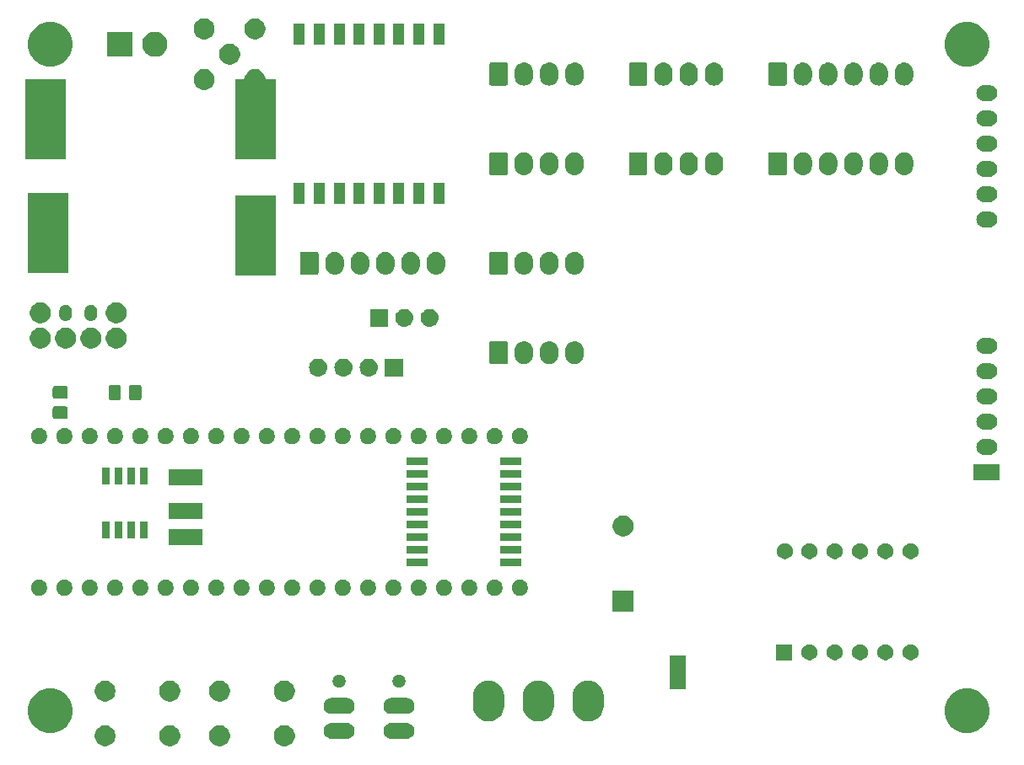
<source format=gbr>
G04 #@! TF.GenerationSoftware,KiCad,Pcbnew,5.0.2*
G04 #@! TF.CreationDate,2019-07-25T16:39:25-03:00*
G04 #@! TF.ProjectId,ShieldEduIfspSTM32,53686965-6c64-4456-9475-496673705354,rev?*
G04 #@! TF.SameCoordinates,Original*
G04 #@! TF.FileFunction,Soldermask,Bot*
G04 #@! TF.FilePolarity,Negative*
%FSLAX46Y46*%
G04 Gerber Fmt 4.6, Leading zero omitted, Abs format (unit mm)*
G04 Created by KiCad (PCBNEW 5.0.2) date qui 25 jul 2019 16:39:25 -03*
%MOMM*%
%LPD*%
G01*
G04 APERTURE LIST*
%ADD10C,0.100000*%
G04 APERTURE END LIST*
D10*
G36*
X120306565Y-113489389D02*
X120497834Y-113568615D01*
X120669976Y-113683637D01*
X120816363Y-113830024D01*
X120931385Y-114002166D01*
X121010611Y-114193435D01*
X121051000Y-114396484D01*
X121051000Y-114603516D01*
X121010611Y-114806565D01*
X120931385Y-114997834D01*
X120816363Y-115169976D01*
X120669976Y-115316363D01*
X120497834Y-115431385D01*
X120306565Y-115510611D01*
X120103516Y-115551000D01*
X119896484Y-115551000D01*
X119693435Y-115510611D01*
X119502166Y-115431385D01*
X119330024Y-115316363D01*
X119183637Y-115169976D01*
X119068615Y-114997834D01*
X118989389Y-114806565D01*
X118949000Y-114603516D01*
X118949000Y-114396484D01*
X118989389Y-114193435D01*
X119068615Y-114002166D01*
X119183637Y-113830024D01*
X119330024Y-113683637D01*
X119502166Y-113568615D01*
X119693435Y-113489389D01*
X119896484Y-113449000D01*
X120103516Y-113449000D01*
X120306565Y-113489389D01*
X120306565Y-113489389D01*
G37*
G36*
X125306565Y-113489389D02*
X125497834Y-113568615D01*
X125669976Y-113683637D01*
X125816363Y-113830024D01*
X125931385Y-114002166D01*
X126010611Y-114193435D01*
X126051000Y-114396484D01*
X126051000Y-114603516D01*
X126010611Y-114806565D01*
X125931385Y-114997834D01*
X125816363Y-115169976D01*
X125669976Y-115316363D01*
X125497834Y-115431385D01*
X125306565Y-115510611D01*
X125103516Y-115551000D01*
X124896484Y-115551000D01*
X124693435Y-115510611D01*
X124502166Y-115431385D01*
X124330024Y-115316363D01*
X124183637Y-115169976D01*
X124068615Y-114997834D01*
X123989389Y-114806565D01*
X123949000Y-114603516D01*
X123949000Y-114396484D01*
X123989389Y-114193435D01*
X124068615Y-114002166D01*
X124183637Y-113830024D01*
X124330024Y-113683637D01*
X124502166Y-113568615D01*
X124693435Y-113489389D01*
X124896484Y-113449000D01*
X125103516Y-113449000D01*
X125306565Y-113489389D01*
X125306565Y-113489389D01*
G37*
G36*
X113806565Y-113489389D02*
X113997834Y-113568615D01*
X114169976Y-113683637D01*
X114316363Y-113830024D01*
X114431385Y-114002166D01*
X114510611Y-114193435D01*
X114551000Y-114396484D01*
X114551000Y-114603516D01*
X114510611Y-114806565D01*
X114431385Y-114997834D01*
X114316363Y-115169976D01*
X114169976Y-115316363D01*
X113997834Y-115431385D01*
X113806565Y-115510611D01*
X113603516Y-115551000D01*
X113396484Y-115551000D01*
X113193435Y-115510611D01*
X113002166Y-115431385D01*
X112830024Y-115316363D01*
X112683637Y-115169976D01*
X112568615Y-114997834D01*
X112489389Y-114806565D01*
X112449000Y-114603516D01*
X112449000Y-114396484D01*
X112489389Y-114193435D01*
X112568615Y-114002166D01*
X112683637Y-113830024D01*
X112830024Y-113683637D01*
X113002166Y-113568615D01*
X113193435Y-113489389D01*
X113396484Y-113449000D01*
X113603516Y-113449000D01*
X113806565Y-113489389D01*
X113806565Y-113489389D01*
G37*
G36*
X131806565Y-113489389D02*
X131997834Y-113568615D01*
X132169976Y-113683637D01*
X132316363Y-113830024D01*
X132431385Y-114002166D01*
X132510611Y-114193435D01*
X132551000Y-114396484D01*
X132551000Y-114603516D01*
X132510611Y-114806565D01*
X132431385Y-114997834D01*
X132316363Y-115169976D01*
X132169976Y-115316363D01*
X131997834Y-115431385D01*
X131806565Y-115510611D01*
X131603516Y-115551000D01*
X131396484Y-115551000D01*
X131193435Y-115510611D01*
X131002166Y-115431385D01*
X130830024Y-115316363D01*
X130683637Y-115169976D01*
X130568615Y-114997834D01*
X130489389Y-114806565D01*
X130449000Y-114603516D01*
X130449000Y-114396484D01*
X130489389Y-114193435D01*
X130568615Y-114002166D01*
X130683637Y-113830024D01*
X130830024Y-113683637D01*
X131002166Y-113568615D01*
X131193435Y-113489389D01*
X131396484Y-113449000D01*
X131603516Y-113449000D01*
X131806565Y-113489389D01*
X131806565Y-113489389D01*
G37*
G36*
X137907025Y-113210590D02*
X138058012Y-113256392D01*
X138197165Y-113330770D01*
X138319133Y-113430867D01*
X138419230Y-113552835D01*
X138493608Y-113691988D01*
X138539410Y-113842975D01*
X138554875Y-114000000D01*
X138539410Y-114157025D01*
X138493608Y-114308012D01*
X138419230Y-114447165D01*
X138319133Y-114569133D01*
X138197165Y-114669230D01*
X138058012Y-114743608D01*
X137907025Y-114789410D01*
X137789346Y-114801000D01*
X136210654Y-114801000D01*
X136092975Y-114789410D01*
X135941988Y-114743608D01*
X135802835Y-114669230D01*
X135680867Y-114569133D01*
X135580770Y-114447165D01*
X135506392Y-114308012D01*
X135460590Y-114157025D01*
X135445125Y-114000000D01*
X135460590Y-113842975D01*
X135506392Y-113691988D01*
X135580770Y-113552835D01*
X135680867Y-113430867D01*
X135802835Y-113330770D01*
X135941988Y-113256392D01*
X136092975Y-113210590D01*
X136210654Y-113199000D01*
X137789346Y-113199000D01*
X137907025Y-113210590D01*
X137907025Y-113210590D01*
G37*
G36*
X143907025Y-113210590D02*
X144058012Y-113256392D01*
X144197165Y-113330770D01*
X144319133Y-113430867D01*
X144419230Y-113552835D01*
X144493608Y-113691988D01*
X144539410Y-113842975D01*
X144554875Y-114000000D01*
X144539410Y-114157025D01*
X144493608Y-114308012D01*
X144419230Y-114447165D01*
X144319133Y-114569133D01*
X144197165Y-114669230D01*
X144058012Y-114743608D01*
X143907025Y-114789410D01*
X143789346Y-114801000D01*
X142210654Y-114801000D01*
X142092975Y-114789410D01*
X141941988Y-114743608D01*
X141802835Y-114669230D01*
X141680867Y-114569133D01*
X141580770Y-114447165D01*
X141506392Y-114308012D01*
X141460590Y-114157025D01*
X141445125Y-114000000D01*
X141460590Y-113842975D01*
X141506392Y-113691988D01*
X141580770Y-113552835D01*
X141680867Y-113430867D01*
X141802835Y-113330770D01*
X141941988Y-113256392D01*
X142092975Y-113210590D01*
X142210654Y-113199000D01*
X143789346Y-113199000D01*
X143907025Y-113210590D01*
X143907025Y-113210590D01*
G37*
G36*
X200308445Y-109766254D02*
X200656593Y-109835504D01*
X201066249Y-110005189D01*
X201434929Y-110251534D01*
X201748466Y-110565071D01*
X201994811Y-110933751D01*
X202164496Y-111343407D01*
X202251000Y-111778296D01*
X202251000Y-112221704D01*
X202164496Y-112656593D01*
X201994811Y-113066249D01*
X201748466Y-113434929D01*
X201434929Y-113748466D01*
X201066249Y-113994811D01*
X200656593Y-114164496D01*
X200308445Y-114233746D01*
X200221706Y-114251000D01*
X199778294Y-114251000D01*
X199691555Y-114233746D01*
X199343407Y-114164496D01*
X198933751Y-113994811D01*
X198565071Y-113748466D01*
X198251534Y-113434929D01*
X198005189Y-113066249D01*
X197835504Y-112656593D01*
X197749000Y-112221704D01*
X197749000Y-111778296D01*
X197835504Y-111343407D01*
X198005189Y-110933751D01*
X198251534Y-110565071D01*
X198565071Y-110251534D01*
X198933751Y-110005189D01*
X199343407Y-109835504D01*
X199691555Y-109766254D01*
X199778294Y-109749000D01*
X200221706Y-109749000D01*
X200308445Y-109766254D01*
X200308445Y-109766254D01*
G37*
G36*
X108308445Y-109766254D02*
X108656593Y-109835504D01*
X109066249Y-110005189D01*
X109434929Y-110251534D01*
X109748466Y-110565071D01*
X109994811Y-110933751D01*
X110164496Y-111343407D01*
X110251000Y-111778296D01*
X110251000Y-112221704D01*
X110164496Y-112656593D01*
X109994811Y-113066249D01*
X109748466Y-113434929D01*
X109434929Y-113748466D01*
X109066249Y-113994811D01*
X108656593Y-114164496D01*
X108308445Y-114233746D01*
X108221706Y-114251000D01*
X107778294Y-114251000D01*
X107691555Y-114233746D01*
X107343407Y-114164496D01*
X106933751Y-113994811D01*
X106565071Y-113748466D01*
X106251534Y-113434929D01*
X106005189Y-113066249D01*
X105835504Y-112656593D01*
X105749000Y-112221704D01*
X105749000Y-111778296D01*
X105835504Y-111343407D01*
X106005189Y-110933751D01*
X106251534Y-110565071D01*
X106565071Y-110251534D01*
X106933751Y-110005189D01*
X107343407Y-109835504D01*
X107691555Y-109766254D01*
X107778294Y-109749000D01*
X108221706Y-109749000D01*
X108308445Y-109766254D01*
X108308445Y-109766254D01*
G37*
G36*
X152301500Y-108971190D02*
X152301503Y-108971191D01*
X152593844Y-109059871D01*
X152593847Y-109059873D01*
X152593848Y-109059873D01*
X152863266Y-109203879D01*
X153099416Y-109397684D01*
X153293221Y-109633834D01*
X153437227Y-109903252D01*
X153437229Y-109903256D01*
X153468150Y-110005191D01*
X153525910Y-110195600D01*
X153548350Y-110423438D01*
X153548350Y-111576562D01*
X153525910Y-111804400D01*
X153525909Y-111804402D01*
X153525909Y-111804403D01*
X153437229Y-112096744D01*
X153437227Y-112096747D01*
X153437227Y-112096748D01*
X153293221Y-112366166D01*
X153099416Y-112602316D01*
X152863265Y-112796121D01*
X152593847Y-112940127D01*
X152593843Y-112940129D01*
X152331504Y-113019708D01*
X152301499Y-113028810D01*
X151997480Y-113058753D01*
X151693460Y-113028810D01*
X151663455Y-113019708D01*
X151401116Y-112940129D01*
X151401112Y-112940127D01*
X151131694Y-112796121D01*
X150895544Y-112602316D01*
X150701739Y-112366165D01*
X150557733Y-112096747D01*
X150557732Y-112096744D01*
X150557731Y-112096743D01*
X150469051Y-111804402D01*
X150469050Y-111804399D01*
X150446610Y-111576561D01*
X150446610Y-110423438D01*
X150469050Y-110195600D01*
X150526810Y-110005191D01*
X150557731Y-109903256D01*
X150701740Y-109633834D01*
X150895545Y-109397684D01*
X150977985Y-109330027D01*
X151131695Y-109203879D01*
X151401113Y-109059873D01*
X151401114Y-109059873D01*
X151401117Y-109059871D01*
X151693458Y-108971191D01*
X151693461Y-108971190D01*
X151997480Y-108941247D01*
X152301500Y-108971190D01*
X152301500Y-108971190D01*
G37*
G36*
X162304020Y-108971190D02*
X162304023Y-108971191D01*
X162596364Y-109059871D01*
X162596367Y-109059873D01*
X162596368Y-109059873D01*
X162865786Y-109203879D01*
X163101936Y-109397684D01*
X163295741Y-109633834D01*
X163439747Y-109903252D01*
X163439749Y-109903256D01*
X163470670Y-110005191D01*
X163528430Y-110195600D01*
X163550870Y-110423438D01*
X163550870Y-111576562D01*
X163528430Y-111804400D01*
X163528429Y-111804402D01*
X163528429Y-111804403D01*
X163439749Y-112096744D01*
X163439747Y-112096747D01*
X163439747Y-112096748D01*
X163295741Y-112366166D01*
X163101936Y-112602316D01*
X162865785Y-112796121D01*
X162596367Y-112940127D01*
X162596363Y-112940129D01*
X162334024Y-113019708D01*
X162304019Y-113028810D01*
X162000000Y-113058753D01*
X161695980Y-113028810D01*
X161665975Y-113019708D01*
X161403636Y-112940129D01*
X161403632Y-112940127D01*
X161134214Y-112796121D01*
X160898064Y-112602316D01*
X160704259Y-112366165D01*
X160560253Y-112096747D01*
X160560252Y-112096744D01*
X160560251Y-112096743D01*
X160471571Y-111804402D01*
X160471570Y-111804399D01*
X160449130Y-111576561D01*
X160449130Y-110423438D01*
X160471570Y-110195600D01*
X160529330Y-110005191D01*
X160560251Y-109903256D01*
X160704260Y-109633834D01*
X160898065Y-109397684D01*
X160980505Y-109330027D01*
X161134215Y-109203879D01*
X161403633Y-109059873D01*
X161403634Y-109059873D01*
X161403637Y-109059871D01*
X161695978Y-108971191D01*
X161695981Y-108971190D01*
X162000000Y-108941247D01*
X162304020Y-108971190D01*
X162304020Y-108971190D01*
G37*
G36*
X157302760Y-108971190D02*
X157302763Y-108971191D01*
X157595104Y-109059871D01*
X157595107Y-109059873D01*
X157595108Y-109059873D01*
X157864526Y-109203879D01*
X158100676Y-109397684D01*
X158294481Y-109633834D01*
X158438487Y-109903252D01*
X158438489Y-109903256D01*
X158469410Y-110005191D01*
X158527170Y-110195600D01*
X158549610Y-110423438D01*
X158549610Y-111576562D01*
X158527170Y-111804400D01*
X158527169Y-111804402D01*
X158527169Y-111804403D01*
X158438489Y-112096744D01*
X158438487Y-112096747D01*
X158438487Y-112096748D01*
X158294481Y-112366166D01*
X158100676Y-112602316D01*
X157864525Y-112796121D01*
X157595107Y-112940127D01*
X157595103Y-112940129D01*
X157332764Y-113019708D01*
X157302759Y-113028810D01*
X156998740Y-113058753D01*
X156694720Y-113028810D01*
X156664715Y-113019708D01*
X156402376Y-112940129D01*
X156402372Y-112940127D01*
X156132954Y-112796121D01*
X155896804Y-112602316D01*
X155702999Y-112366165D01*
X155558993Y-112096747D01*
X155558992Y-112096744D01*
X155558991Y-112096743D01*
X155470311Y-111804402D01*
X155470310Y-111804399D01*
X155447870Y-111576561D01*
X155447870Y-110423438D01*
X155470310Y-110195600D01*
X155528070Y-110005191D01*
X155558991Y-109903256D01*
X155703000Y-109633834D01*
X155896805Y-109397684D01*
X155979245Y-109330027D01*
X156132955Y-109203879D01*
X156402373Y-109059873D01*
X156402374Y-109059873D01*
X156402377Y-109059871D01*
X156694718Y-108971191D01*
X156694721Y-108971190D01*
X156998740Y-108941247D01*
X157302760Y-108971190D01*
X157302760Y-108971190D01*
G37*
G36*
X143907025Y-110710590D02*
X144058012Y-110756392D01*
X144197165Y-110830770D01*
X144319133Y-110930867D01*
X144419230Y-111052835D01*
X144493608Y-111191988D01*
X144539410Y-111342975D01*
X144554875Y-111500000D01*
X144539410Y-111657025D01*
X144493608Y-111808012D01*
X144419230Y-111947165D01*
X144319133Y-112069133D01*
X144197165Y-112169230D01*
X144058012Y-112243608D01*
X143907025Y-112289410D01*
X143789346Y-112301000D01*
X142210654Y-112301000D01*
X142092975Y-112289410D01*
X141941988Y-112243608D01*
X141802835Y-112169230D01*
X141680867Y-112069133D01*
X141580770Y-111947165D01*
X141506392Y-111808012D01*
X141460590Y-111657025D01*
X141445125Y-111500000D01*
X141460590Y-111342975D01*
X141506392Y-111191988D01*
X141580770Y-111052835D01*
X141680867Y-110930867D01*
X141802835Y-110830770D01*
X141941988Y-110756392D01*
X142092975Y-110710590D01*
X142210654Y-110699000D01*
X143789346Y-110699000D01*
X143907025Y-110710590D01*
X143907025Y-110710590D01*
G37*
G36*
X137907025Y-110710590D02*
X138058012Y-110756392D01*
X138197165Y-110830770D01*
X138319133Y-110930867D01*
X138419230Y-111052835D01*
X138493608Y-111191988D01*
X138539410Y-111342975D01*
X138554875Y-111500000D01*
X138539410Y-111657025D01*
X138493608Y-111808012D01*
X138419230Y-111947165D01*
X138319133Y-112069133D01*
X138197165Y-112169230D01*
X138058012Y-112243608D01*
X137907025Y-112289410D01*
X137789346Y-112301000D01*
X136210654Y-112301000D01*
X136092975Y-112289410D01*
X135941988Y-112243608D01*
X135802835Y-112169230D01*
X135680867Y-112069133D01*
X135580770Y-111947165D01*
X135506392Y-111808012D01*
X135460590Y-111657025D01*
X135445125Y-111500000D01*
X135460590Y-111342975D01*
X135506392Y-111191988D01*
X135580770Y-111052835D01*
X135680867Y-110930867D01*
X135802835Y-110830770D01*
X135941988Y-110756392D01*
X136092975Y-110710590D01*
X136210654Y-110699000D01*
X137789346Y-110699000D01*
X137907025Y-110710590D01*
X137907025Y-110710590D01*
G37*
G36*
X125306565Y-108989389D02*
X125497834Y-109068615D01*
X125669976Y-109183637D01*
X125816363Y-109330024D01*
X125931385Y-109502166D01*
X126010611Y-109693435D01*
X126051000Y-109896484D01*
X126051000Y-110103516D01*
X126010611Y-110306565D01*
X125931385Y-110497834D01*
X125816363Y-110669976D01*
X125669976Y-110816363D01*
X125497834Y-110931385D01*
X125306565Y-111010611D01*
X125103516Y-111051000D01*
X124896484Y-111051000D01*
X124693435Y-111010611D01*
X124502166Y-110931385D01*
X124330024Y-110816363D01*
X124183637Y-110669976D01*
X124068615Y-110497834D01*
X123989389Y-110306565D01*
X123949000Y-110103516D01*
X123949000Y-109896484D01*
X123989389Y-109693435D01*
X124068615Y-109502166D01*
X124183637Y-109330024D01*
X124330024Y-109183637D01*
X124502166Y-109068615D01*
X124693435Y-108989389D01*
X124896484Y-108949000D01*
X125103516Y-108949000D01*
X125306565Y-108989389D01*
X125306565Y-108989389D01*
G37*
G36*
X120306565Y-108989389D02*
X120497834Y-109068615D01*
X120669976Y-109183637D01*
X120816363Y-109330024D01*
X120931385Y-109502166D01*
X121010611Y-109693435D01*
X121051000Y-109896484D01*
X121051000Y-110103516D01*
X121010611Y-110306565D01*
X120931385Y-110497834D01*
X120816363Y-110669976D01*
X120669976Y-110816363D01*
X120497834Y-110931385D01*
X120306565Y-111010611D01*
X120103516Y-111051000D01*
X119896484Y-111051000D01*
X119693435Y-111010611D01*
X119502166Y-110931385D01*
X119330024Y-110816363D01*
X119183637Y-110669976D01*
X119068615Y-110497834D01*
X118989389Y-110306565D01*
X118949000Y-110103516D01*
X118949000Y-109896484D01*
X118989389Y-109693435D01*
X119068615Y-109502166D01*
X119183637Y-109330024D01*
X119330024Y-109183637D01*
X119502166Y-109068615D01*
X119693435Y-108989389D01*
X119896484Y-108949000D01*
X120103516Y-108949000D01*
X120306565Y-108989389D01*
X120306565Y-108989389D01*
G37*
G36*
X113806565Y-108989389D02*
X113997834Y-109068615D01*
X114169976Y-109183637D01*
X114316363Y-109330024D01*
X114431385Y-109502166D01*
X114510611Y-109693435D01*
X114551000Y-109896484D01*
X114551000Y-110103516D01*
X114510611Y-110306565D01*
X114431385Y-110497834D01*
X114316363Y-110669976D01*
X114169976Y-110816363D01*
X113997834Y-110931385D01*
X113806565Y-111010611D01*
X113603516Y-111051000D01*
X113396484Y-111051000D01*
X113193435Y-111010611D01*
X113002166Y-110931385D01*
X112830024Y-110816363D01*
X112683637Y-110669976D01*
X112568615Y-110497834D01*
X112489389Y-110306565D01*
X112449000Y-110103516D01*
X112449000Y-109896484D01*
X112489389Y-109693435D01*
X112568615Y-109502166D01*
X112683637Y-109330024D01*
X112830024Y-109183637D01*
X113002166Y-109068615D01*
X113193435Y-108989389D01*
X113396484Y-108949000D01*
X113603516Y-108949000D01*
X113806565Y-108989389D01*
X113806565Y-108989389D01*
G37*
G36*
X131806565Y-108989389D02*
X131997834Y-109068615D01*
X132169976Y-109183637D01*
X132316363Y-109330024D01*
X132431385Y-109502166D01*
X132510611Y-109693435D01*
X132551000Y-109896484D01*
X132551000Y-110103516D01*
X132510611Y-110306565D01*
X132431385Y-110497834D01*
X132316363Y-110669976D01*
X132169976Y-110816363D01*
X131997834Y-110931385D01*
X131806565Y-111010611D01*
X131603516Y-111051000D01*
X131396484Y-111051000D01*
X131193435Y-111010611D01*
X131002166Y-110931385D01*
X130830024Y-110816363D01*
X130683637Y-110669976D01*
X130568615Y-110497834D01*
X130489389Y-110306565D01*
X130449000Y-110103516D01*
X130449000Y-109896484D01*
X130489389Y-109693435D01*
X130568615Y-109502166D01*
X130683637Y-109330024D01*
X130830024Y-109183637D01*
X131002166Y-109068615D01*
X131193435Y-108989389D01*
X131396484Y-108949000D01*
X131603516Y-108949000D01*
X131806565Y-108989389D01*
X131806565Y-108989389D01*
G37*
G36*
X171813000Y-109813000D02*
X170187000Y-109813000D01*
X170187000Y-106409000D01*
X171813000Y-106409000D01*
X171813000Y-109813000D01*
X171813000Y-109813000D01*
G37*
G36*
X137189890Y-108374017D02*
X137308361Y-108423089D01*
X137414992Y-108494338D01*
X137505662Y-108585008D01*
X137576911Y-108691639D01*
X137625983Y-108810110D01*
X137651000Y-108935881D01*
X137651000Y-109064119D01*
X137625983Y-109189890D01*
X137576911Y-109308361D01*
X137505662Y-109414992D01*
X137414992Y-109505662D01*
X137308361Y-109576911D01*
X137189890Y-109625983D01*
X137064119Y-109651000D01*
X136935881Y-109651000D01*
X136810110Y-109625983D01*
X136691639Y-109576911D01*
X136585008Y-109505662D01*
X136494338Y-109414992D01*
X136423089Y-109308361D01*
X136374017Y-109189890D01*
X136349000Y-109064119D01*
X136349000Y-108935881D01*
X136374017Y-108810110D01*
X136423089Y-108691639D01*
X136494338Y-108585008D01*
X136585008Y-108494338D01*
X136691639Y-108423089D01*
X136810110Y-108374017D01*
X136935881Y-108349000D01*
X137064119Y-108349000D01*
X137189890Y-108374017D01*
X137189890Y-108374017D01*
G37*
G36*
X143189890Y-108374017D02*
X143308361Y-108423089D01*
X143414992Y-108494338D01*
X143505662Y-108585008D01*
X143576911Y-108691639D01*
X143625983Y-108810110D01*
X143651000Y-108935881D01*
X143651000Y-109064119D01*
X143625983Y-109189890D01*
X143576911Y-109308361D01*
X143505662Y-109414992D01*
X143414992Y-109505662D01*
X143308361Y-109576911D01*
X143189890Y-109625983D01*
X143064119Y-109651000D01*
X142935881Y-109651000D01*
X142810110Y-109625983D01*
X142691639Y-109576911D01*
X142585008Y-109505662D01*
X142494338Y-109414992D01*
X142423089Y-109308361D01*
X142374017Y-109189890D01*
X142349000Y-109064119D01*
X142349000Y-108935881D01*
X142374017Y-108810110D01*
X142423089Y-108691639D01*
X142494338Y-108585008D01*
X142585008Y-108494338D01*
X142691639Y-108423089D01*
X142810110Y-108374017D01*
X142935881Y-108349000D01*
X143064119Y-108349000D01*
X143189890Y-108374017D01*
X143189890Y-108374017D01*
G37*
G36*
X182462400Y-106896000D02*
X180860400Y-106896000D01*
X180860400Y-105294000D01*
X182462400Y-105294000D01*
X182462400Y-106896000D01*
X182462400Y-106896000D01*
G37*
G36*
X184435043Y-105324781D02*
X184580815Y-105385162D01*
X184712011Y-105472824D01*
X184823576Y-105584389D01*
X184911238Y-105715585D01*
X184971619Y-105861357D01*
X185002400Y-106016107D01*
X185002400Y-106173893D01*
X184971619Y-106328643D01*
X184911238Y-106474415D01*
X184823576Y-106605611D01*
X184712011Y-106717176D01*
X184580815Y-106804838D01*
X184435043Y-106865219D01*
X184280293Y-106896000D01*
X184122507Y-106896000D01*
X183967757Y-106865219D01*
X183821985Y-106804838D01*
X183690789Y-106717176D01*
X183579224Y-106605611D01*
X183491562Y-106474415D01*
X183431181Y-106328643D01*
X183400400Y-106173893D01*
X183400400Y-106016107D01*
X183431181Y-105861357D01*
X183491562Y-105715585D01*
X183579224Y-105584389D01*
X183690789Y-105472824D01*
X183821985Y-105385162D01*
X183967757Y-105324781D01*
X184122507Y-105294000D01*
X184280293Y-105294000D01*
X184435043Y-105324781D01*
X184435043Y-105324781D01*
G37*
G36*
X189515043Y-105324781D02*
X189660815Y-105385162D01*
X189792011Y-105472824D01*
X189903576Y-105584389D01*
X189991238Y-105715585D01*
X190051619Y-105861357D01*
X190082400Y-106016107D01*
X190082400Y-106173893D01*
X190051619Y-106328643D01*
X189991238Y-106474415D01*
X189903576Y-106605611D01*
X189792011Y-106717176D01*
X189660815Y-106804838D01*
X189515043Y-106865219D01*
X189360293Y-106896000D01*
X189202507Y-106896000D01*
X189047757Y-106865219D01*
X188901985Y-106804838D01*
X188770789Y-106717176D01*
X188659224Y-106605611D01*
X188571562Y-106474415D01*
X188511181Y-106328643D01*
X188480400Y-106173893D01*
X188480400Y-106016107D01*
X188511181Y-105861357D01*
X188571562Y-105715585D01*
X188659224Y-105584389D01*
X188770789Y-105472824D01*
X188901985Y-105385162D01*
X189047757Y-105324781D01*
X189202507Y-105294000D01*
X189360293Y-105294000D01*
X189515043Y-105324781D01*
X189515043Y-105324781D01*
G37*
G36*
X194595043Y-105324781D02*
X194740815Y-105385162D01*
X194872011Y-105472824D01*
X194983576Y-105584389D01*
X195071238Y-105715585D01*
X195131619Y-105861357D01*
X195162400Y-106016107D01*
X195162400Y-106173893D01*
X195131619Y-106328643D01*
X195071238Y-106474415D01*
X194983576Y-106605611D01*
X194872011Y-106717176D01*
X194740815Y-106804838D01*
X194595043Y-106865219D01*
X194440293Y-106896000D01*
X194282507Y-106896000D01*
X194127757Y-106865219D01*
X193981985Y-106804838D01*
X193850789Y-106717176D01*
X193739224Y-106605611D01*
X193651562Y-106474415D01*
X193591181Y-106328643D01*
X193560400Y-106173893D01*
X193560400Y-106016107D01*
X193591181Y-105861357D01*
X193651562Y-105715585D01*
X193739224Y-105584389D01*
X193850789Y-105472824D01*
X193981985Y-105385162D01*
X194127757Y-105324781D01*
X194282507Y-105294000D01*
X194440293Y-105294000D01*
X194595043Y-105324781D01*
X194595043Y-105324781D01*
G37*
G36*
X186975043Y-105324781D02*
X187120815Y-105385162D01*
X187252011Y-105472824D01*
X187363576Y-105584389D01*
X187451238Y-105715585D01*
X187511619Y-105861357D01*
X187542400Y-106016107D01*
X187542400Y-106173893D01*
X187511619Y-106328643D01*
X187451238Y-106474415D01*
X187363576Y-106605611D01*
X187252011Y-106717176D01*
X187120815Y-106804838D01*
X186975043Y-106865219D01*
X186820293Y-106896000D01*
X186662507Y-106896000D01*
X186507757Y-106865219D01*
X186361985Y-106804838D01*
X186230789Y-106717176D01*
X186119224Y-106605611D01*
X186031562Y-106474415D01*
X185971181Y-106328643D01*
X185940400Y-106173893D01*
X185940400Y-106016107D01*
X185971181Y-105861357D01*
X186031562Y-105715585D01*
X186119224Y-105584389D01*
X186230789Y-105472824D01*
X186361985Y-105385162D01*
X186507757Y-105324781D01*
X186662507Y-105294000D01*
X186820293Y-105294000D01*
X186975043Y-105324781D01*
X186975043Y-105324781D01*
G37*
G36*
X192055043Y-105324781D02*
X192200815Y-105385162D01*
X192332011Y-105472824D01*
X192443576Y-105584389D01*
X192531238Y-105715585D01*
X192591619Y-105861357D01*
X192622400Y-106016107D01*
X192622400Y-106173893D01*
X192591619Y-106328643D01*
X192531238Y-106474415D01*
X192443576Y-106605611D01*
X192332011Y-106717176D01*
X192200815Y-106804838D01*
X192055043Y-106865219D01*
X191900293Y-106896000D01*
X191742507Y-106896000D01*
X191587757Y-106865219D01*
X191441985Y-106804838D01*
X191310789Y-106717176D01*
X191199224Y-106605611D01*
X191111562Y-106474415D01*
X191051181Y-106328643D01*
X191020400Y-106173893D01*
X191020400Y-106016107D01*
X191051181Y-105861357D01*
X191111562Y-105715585D01*
X191199224Y-105584389D01*
X191310789Y-105472824D01*
X191441985Y-105385162D01*
X191587757Y-105324781D01*
X191742507Y-105294000D01*
X191900293Y-105294000D01*
X192055043Y-105324781D01*
X192055043Y-105324781D01*
G37*
G36*
X166551000Y-102051000D02*
X164449000Y-102051000D01*
X164449000Y-99949000D01*
X166551000Y-99949000D01*
X166551000Y-102051000D01*
X166551000Y-102051000D01*
G37*
G36*
X124887142Y-98838242D02*
X125035102Y-98899530D01*
X125168258Y-98988502D01*
X125281498Y-99101742D01*
X125370470Y-99234898D01*
X125431758Y-99382858D01*
X125463000Y-99539925D01*
X125463000Y-99700075D01*
X125431758Y-99857142D01*
X125370470Y-100005102D01*
X125281498Y-100138258D01*
X125168258Y-100251498D01*
X125035102Y-100340470D01*
X124887142Y-100401758D01*
X124730075Y-100433000D01*
X124569925Y-100433000D01*
X124412858Y-100401758D01*
X124264898Y-100340470D01*
X124131742Y-100251498D01*
X124018502Y-100138258D01*
X123929530Y-100005102D01*
X123868242Y-99857142D01*
X123837000Y-99700075D01*
X123837000Y-99539925D01*
X123868242Y-99382858D01*
X123929530Y-99234898D01*
X124018502Y-99101742D01*
X124131742Y-98988502D01*
X124264898Y-98899530D01*
X124412858Y-98838242D01*
X124569925Y-98807000D01*
X124730075Y-98807000D01*
X124887142Y-98838242D01*
X124887142Y-98838242D01*
G37*
G36*
X127427142Y-98838242D02*
X127575102Y-98899530D01*
X127708258Y-98988502D01*
X127821498Y-99101742D01*
X127910470Y-99234898D01*
X127971758Y-99382858D01*
X128003000Y-99539925D01*
X128003000Y-99700075D01*
X127971758Y-99857142D01*
X127910470Y-100005102D01*
X127821498Y-100138258D01*
X127708258Y-100251498D01*
X127575102Y-100340470D01*
X127427142Y-100401758D01*
X127270075Y-100433000D01*
X127109925Y-100433000D01*
X126952858Y-100401758D01*
X126804898Y-100340470D01*
X126671742Y-100251498D01*
X126558502Y-100138258D01*
X126469530Y-100005102D01*
X126408242Y-99857142D01*
X126377000Y-99700075D01*
X126377000Y-99539925D01*
X126408242Y-99382858D01*
X126469530Y-99234898D01*
X126558502Y-99101742D01*
X126671742Y-98988502D01*
X126804898Y-98899530D01*
X126952858Y-98838242D01*
X127109925Y-98807000D01*
X127270075Y-98807000D01*
X127427142Y-98838242D01*
X127427142Y-98838242D01*
G37*
G36*
X122347142Y-98838242D02*
X122495102Y-98899530D01*
X122628258Y-98988502D01*
X122741498Y-99101742D01*
X122830470Y-99234898D01*
X122891758Y-99382858D01*
X122923000Y-99539925D01*
X122923000Y-99700075D01*
X122891758Y-99857142D01*
X122830470Y-100005102D01*
X122741498Y-100138258D01*
X122628258Y-100251498D01*
X122495102Y-100340470D01*
X122347142Y-100401758D01*
X122190075Y-100433000D01*
X122029925Y-100433000D01*
X121872858Y-100401758D01*
X121724898Y-100340470D01*
X121591742Y-100251498D01*
X121478502Y-100138258D01*
X121389530Y-100005102D01*
X121328242Y-99857142D01*
X121297000Y-99700075D01*
X121297000Y-99539925D01*
X121328242Y-99382858D01*
X121389530Y-99234898D01*
X121478502Y-99101742D01*
X121591742Y-98988502D01*
X121724898Y-98899530D01*
X121872858Y-98838242D01*
X122029925Y-98807000D01*
X122190075Y-98807000D01*
X122347142Y-98838242D01*
X122347142Y-98838242D01*
G37*
G36*
X119807142Y-98838242D02*
X119955102Y-98899530D01*
X120088258Y-98988502D01*
X120201498Y-99101742D01*
X120290470Y-99234898D01*
X120351758Y-99382858D01*
X120383000Y-99539925D01*
X120383000Y-99700075D01*
X120351758Y-99857142D01*
X120290470Y-100005102D01*
X120201498Y-100138258D01*
X120088258Y-100251498D01*
X119955102Y-100340470D01*
X119807142Y-100401758D01*
X119650075Y-100433000D01*
X119489925Y-100433000D01*
X119332858Y-100401758D01*
X119184898Y-100340470D01*
X119051742Y-100251498D01*
X118938502Y-100138258D01*
X118849530Y-100005102D01*
X118788242Y-99857142D01*
X118757000Y-99700075D01*
X118757000Y-99539925D01*
X118788242Y-99382858D01*
X118849530Y-99234898D01*
X118938502Y-99101742D01*
X119051742Y-98988502D01*
X119184898Y-98899530D01*
X119332858Y-98838242D01*
X119489925Y-98807000D01*
X119650075Y-98807000D01*
X119807142Y-98838242D01*
X119807142Y-98838242D01*
G37*
G36*
X117267142Y-98838242D02*
X117415102Y-98899530D01*
X117548258Y-98988502D01*
X117661498Y-99101742D01*
X117750470Y-99234898D01*
X117811758Y-99382858D01*
X117843000Y-99539925D01*
X117843000Y-99700075D01*
X117811758Y-99857142D01*
X117750470Y-100005102D01*
X117661498Y-100138258D01*
X117548258Y-100251498D01*
X117415102Y-100340470D01*
X117267142Y-100401758D01*
X117110075Y-100433000D01*
X116949925Y-100433000D01*
X116792858Y-100401758D01*
X116644898Y-100340470D01*
X116511742Y-100251498D01*
X116398502Y-100138258D01*
X116309530Y-100005102D01*
X116248242Y-99857142D01*
X116217000Y-99700075D01*
X116217000Y-99539925D01*
X116248242Y-99382858D01*
X116309530Y-99234898D01*
X116398502Y-99101742D01*
X116511742Y-98988502D01*
X116644898Y-98899530D01*
X116792858Y-98838242D01*
X116949925Y-98807000D01*
X117110075Y-98807000D01*
X117267142Y-98838242D01*
X117267142Y-98838242D01*
G37*
G36*
X112187142Y-98838242D02*
X112335102Y-98899530D01*
X112468258Y-98988502D01*
X112581498Y-99101742D01*
X112670470Y-99234898D01*
X112731758Y-99382858D01*
X112763000Y-99539925D01*
X112763000Y-99700075D01*
X112731758Y-99857142D01*
X112670470Y-100005102D01*
X112581498Y-100138258D01*
X112468258Y-100251498D01*
X112335102Y-100340470D01*
X112187142Y-100401758D01*
X112030075Y-100433000D01*
X111869925Y-100433000D01*
X111712858Y-100401758D01*
X111564898Y-100340470D01*
X111431742Y-100251498D01*
X111318502Y-100138258D01*
X111229530Y-100005102D01*
X111168242Y-99857142D01*
X111137000Y-99700075D01*
X111137000Y-99539925D01*
X111168242Y-99382858D01*
X111229530Y-99234898D01*
X111318502Y-99101742D01*
X111431742Y-98988502D01*
X111564898Y-98899530D01*
X111712858Y-98838242D01*
X111869925Y-98807000D01*
X112030075Y-98807000D01*
X112187142Y-98838242D01*
X112187142Y-98838242D01*
G37*
G36*
X109647142Y-98838242D02*
X109795102Y-98899530D01*
X109928258Y-98988502D01*
X110041498Y-99101742D01*
X110130470Y-99234898D01*
X110191758Y-99382858D01*
X110223000Y-99539925D01*
X110223000Y-99700075D01*
X110191758Y-99857142D01*
X110130470Y-100005102D01*
X110041498Y-100138258D01*
X109928258Y-100251498D01*
X109795102Y-100340470D01*
X109647142Y-100401758D01*
X109490075Y-100433000D01*
X109329925Y-100433000D01*
X109172858Y-100401758D01*
X109024898Y-100340470D01*
X108891742Y-100251498D01*
X108778502Y-100138258D01*
X108689530Y-100005102D01*
X108628242Y-99857142D01*
X108597000Y-99700075D01*
X108597000Y-99539925D01*
X108628242Y-99382858D01*
X108689530Y-99234898D01*
X108778502Y-99101742D01*
X108891742Y-98988502D01*
X109024898Y-98899530D01*
X109172858Y-98838242D01*
X109329925Y-98807000D01*
X109490075Y-98807000D01*
X109647142Y-98838242D01*
X109647142Y-98838242D01*
G37*
G36*
X107107142Y-98838242D02*
X107255102Y-98899530D01*
X107388258Y-98988502D01*
X107501498Y-99101742D01*
X107590470Y-99234898D01*
X107651758Y-99382858D01*
X107683000Y-99539925D01*
X107683000Y-99700075D01*
X107651758Y-99857142D01*
X107590470Y-100005102D01*
X107501498Y-100138258D01*
X107388258Y-100251498D01*
X107255102Y-100340470D01*
X107107142Y-100401758D01*
X106950075Y-100433000D01*
X106789925Y-100433000D01*
X106632858Y-100401758D01*
X106484898Y-100340470D01*
X106351742Y-100251498D01*
X106238502Y-100138258D01*
X106149530Y-100005102D01*
X106088242Y-99857142D01*
X106057000Y-99700075D01*
X106057000Y-99539925D01*
X106088242Y-99382858D01*
X106149530Y-99234898D01*
X106238502Y-99101742D01*
X106351742Y-98988502D01*
X106484898Y-98899530D01*
X106632858Y-98838242D01*
X106789925Y-98807000D01*
X106950075Y-98807000D01*
X107107142Y-98838242D01*
X107107142Y-98838242D01*
G37*
G36*
X114727142Y-98838242D02*
X114875102Y-98899530D01*
X115008258Y-98988502D01*
X115121498Y-99101742D01*
X115210470Y-99234898D01*
X115271758Y-99382858D01*
X115303000Y-99539925D01*
X115303000Y-99700075D01*
X115271758Y-99857142D01*
X115210470Y-100005102D01*
X115121498Y-100138258D01*
X115008258Y-100251498D01*
X114875102Y-100340470D01*
X114727142Y-100401758D01*
X114570075Y-100433000D01*
X114409925Y-100433000D01*
X114252858Y-100401758D01*
X114104898Y-100340470D01*
X113971742Y-100251498D01*
X113858502Y-100138258D01*
X113769530Y-100005102D01*
X113708242Y-99857142D01*
X113677000Y-99700075D01*
X113677000Y-99539925D01*
X113708242Y-99382858D01*
X113769530Y-99234898D01*
X113858502Y-99101742D01*
X113971742Y-98988502D01*
X114104898Y-98899530D01*
X114252858Y-98838242D01*
X114409925Y-98807000D01*
X114570075Y-98807000D01*
X114727142Y-98838242D01*
X114727142Y-98838242D01*
G37*
G36*
X155367142Y-98838242D02*
X155515102Y-98899530D01*
X155648258Y-98988502D01*
X155761498Y-99101742D01*
X155850470Y-99234898D01*
X155911758Y-99382858D01*
X155943000Y-99539925D01*
X155943000Y-99700075D01*
X155911758Y-99857142D01*
X155850470Y-100005102D01*
X155761498Y-100138258D01*
X155648258Y-100251498D01*
X155515102Y-100340470D01*
X155367142Y-100401758D01*
X155210075Y-100433000D01*
X155049925Y-100433000D01*
X154892858Y-100401758D01*
X154744898Y-100340470D01*
X154611742Y-100251498D01*
X154498502Y-100138258D01*
X154409530Y-100005102D01*
X154348242Y-99857142D01*
X154317000Y-99700075D01*
X154317000Y-99539925D01*
X154348242Y-99382858D01*
X154409530Y-99234898D01*
X154498502Y-99101742D01*
X154611742Y-98988502D01*
X154744898Y-98899530D01*
X154892858Y-98838242D01*
X155049925Y-98807000D01*
X155210075Y-98807000D01*
X155367142Y-98838242D01*
X155367142Y-98838242D01*
G37*
G36*
X152827142Y-98838242D02*
X152975102Y-98899530D01*
X153108258Y-98988502D01*
X153221498Y-99101742D01*
X153310470Y-99234898D01*
X153371758Y-99382858D01*
X153403000Y-99539925D01*
X153403000Y-99700075D01*
X153371758Y-99857142D01*
X153310470Y-100005102D01*
X153221498Y-100138258D01*
X153108258Y-100251498D01*
X152975102Y-100340470D01*
X152827142Y-100401758D01*
X152670075Y-100433000D01*
X152509925Y-100433000D01*
X152352858Y-100401758D01*
X152204898Y-100340470D01*
X152071742Y-100251498D01*
X151958502Y-100138258D01*
X151869530Y-100005102D01*
X151808242Y-99857142D01*
X151777000Y-99700075D01*
X151777000Y-99539925D01*
X151808242Y-99382858D01*
X151869530Y-99234898D01*
X151958502Y-99101742D01*
X152071742Y-98988502D01*
X152204898Y-98899530D01*
X152352858Y-98838242D01*
X152509925Y-98807000D01*
X152670075Y-98807000D01*
X152827142Y-98838242D01*
X152827142Y-98838242D01*
G37*
G36*
X150287142Y-98838242D02*
X150435102Y-98899530D01*
X150568258Y-98988502D01*
X150681498Y-99101742D01*
X150770470Y-99234898D01*
X150831758Y-99382858D01*
X150863000Y-99539925D01*
X150863000Y-99700075D01*
X150831758Y-99857142D01*
X150770470Y-100005102D01*
X150681498Y-100138258D01*
X150568258Y-100251498D01*
X150435102Y-100340470D01*
X150287142Y-100401758D01*
X150130075Y-100433000D01*
X149969925Y-100433000D01*
X149812858Y-100401758D01*
X149664898Y-100340470D01*
X149531742Y-100251498D01*
X149418502Y-100138258D01*
X149329530Y-100005102D01*
X149268242Y-99857142D01*
X149237000Y-99700075D01*
X149237000Y-99539925D01*
X149268242Y-99382858D01*
X149329530Y-99234898D01*
X149418502Y-99101742D01*
X149531742Y-98988502D01*
X149664898Y-98899530D01*
X149812858Y-98838242D01*
X149969925Y-98807000D01*
X150130075Y-98807000D01*
X150287142Y-98838242D01*
X150287142Y-98838242D01*
G37*
G36*
X132507142Y-98838242D02*
X132655102Y-98899530D01*
X132788258Y-98988502D01*
X132901498Y-99101742D01*
X132990470Y-99234898D01*
X133051758Y-99382858D01*
X133083000Y-99539925D01*
X133083000Y-99700075D01*
X133051758Y-99857142D01*
X132990470Y-100005102D01*
X132901498Y-100138258D01*
X132788258Y-100251498D01*
X132655102Y-100340470D01*
X132507142Y-100401758D01*
X132350075Y-100433000D01*
X132189925Y-100433000D01*
X132032858Y-100401758D01*
X131884898Y-100340470D01*
X131751742Y-100251498D01*
X131638502Y-100138258D01*
X131549530Y-100005102D01*
X131488242Y-99857142D01*
X131457000Y-99700075D01*
X131457000Y-99539925D01*
X131488242Y-99382858D01*
X131549530Y-99234898D01*
X131638502Y-99101742D01*
X131751742Y-98988502D01*
X131884898Y-98899530D01*
X132032858Y-98838242D01*
X132189925Y-98807000D01*
X132350075Y-98807000D01*
X132507142Y-98838242D01*
X132507142Y-98838242D01*
G37*
G36*
X135047142Y-98838242D02*
X135195102Y-98899530D01*
X135328258Y-98988502D01*
X135441498Y-99101742D01*
X135530470Y-99234898D01*
X135591758Y-99382858D01*
X135623000Y-99539925D01*
X135623000Y-99700075D01*
X135591758Y-99857142D01*
X135530470Y-100005102D01*
X135441498Y-100138258D01*
X135328258Y-100251498D01*
X135195102Y-100340470D01*
X135047142Y-100401758D01*
X134890075Y-100433000D01*
X134729925Y-100433000D01*
X134572858Y-100401758D01*
X134424898Y-100340470D01*
X134291742Y-100251498D01*
X134178502Y-100138258D01*
X134089530Y-100005102D01*
X134028242Y-99857142D01*
X133997000Y-99700075D01*
X133997000Y-99539925D01*
X134028242Y-99382858D01*
X134089530Y-99234898D01*
X134178502Y-99101742D01*
X134291742Y-98988502D01*
X134424898Y-98899530D01*
X134572858Y-98838242D01*
X134729925Y-98807000D01*
X134890075Y-98807000D01*
X135047142Y-98838242D01*
X135047142Y-98838242D01*
G37*
G36*
X137587142Y-98838242D02*
X137735102Y-98899530D01*
X137868258Y-98988502D01*
X137981498Y-99101742D01*
X138070470Y-99234898D01*
X138131758Y-99382858D01*
X138163000Y-99539925D01*
X138163000Y-99700075D01*
X138131758Y-99857142D01*
X138070470Y-100005102D01*
X137981498Y-100138258D01*
X137868258Y-100251498D01*
X137735102Y-100340470D01*
X137587142Y-100401758D01*
X137430075Y-100433000D01*
X137269925Y-100433000D01*
X137112858Y-100401758D01*
X136964898Y-100340470D01*
X136831742Y-100251498D01*
X136718502Y-100138258D01*
X136629530Y-100005102D01*
X136568242Y-99857142D01*
X136537000Y-99700075D01*
X136537000Y-99539925D01*
X136568242Y-99382858D01*
X136629530Y-99234898D01*
X136718502Y-99101742D01*
X136831742Y-98988502D01*
X136964898Y-98899530D01*
X137112858Y-98838242D01*
X137269925Y-98807000D01*
X137430075Y-98807000D01*
X137587142Y-98838242D01*
X137587142Y-98838242D01*
G37*
G36*
X140127142Y-98838242D02*
X140275102Y-98899530D01*
X140408258Y-98988502D01*
X140521498Y-99101742D01*
X140610470Y-99234898D01*
X140671758Y-99382858D01*
X140703000Y-99539925D01*
X140703000Y-99700075D01*
X140671758Y-99857142D01*
X140610470Y-100005102D01*
X140521498Y-100138258D01*
X140408258Y-100251498D01*
X140275102Y-100340470D01*
X140127142Y-100401758D01*
X139970075Y-100433000D01*
X139809925Y-100433000D01*
X139652858Y-100401758D01*
X139504898Y-100340470D01*
X139371742Y-100251498D01*
X139258502Y-100138258D01*
X139169530Y-100005102D01*
X139108242Y-99857142D01*
X139077000Y-99700075D01*
X139077000Y-99539925D01*
X139108242Y-99382858D01*
X139169530Y-99234898D01*
X139258502Y-99101742D01*
X139371742Y-98988502D01*
X139504898Y-98899530D01*
X139652858Y-98838242D01*
X139809925Y-98807000D01*
X139970075Y-98807000D01*
X140127142Y-98838242D01*
X140127142Y-98838242D01*
G37*
G36*
X142667142Y-98838242D02*
X142815102Y-98899530D01*
X142948258Y-98988502D01*
X143061498Y-99101742D01*
X143150470Y-99234898D01*
X143211758Y-99382858D01*
X143243000Y-99539925D01*
X143243000Y-99700075D01*
X143211758Y-99857142D01*
X143150470Y-100005102D01*
X143061498Y-100138258D01*
X142948258Y-100251498D01*
X142815102Y-100340470D01*
X142667142Y-100401758D01*
X142510075Y-100433000D01*
X142349925Y-100433000D01*
X142192858Y-100401758D01*
X142044898Y-100340470D01*
X141911742Y-100251498D01*
X141798502Y-100138258D01*
X141709530Y-100005102D01*
X141648242Y-99857142D01*
X141617000Y-99700075D01*
X141617000Y-99539925D01*
X141648242Y-99382858D01*
X141709530Y-99234898D01*
X141798502Y-99101742D01*
X141911742Y-98988502D01*
X142044898Y-98899530D01*
X142192858Y-98838242D01*
X142349925Y-98807000D01*
X142510075Y-98807000D01*
X142667142Y-98838242D01*
X142667142Y-98838242D01*
G37*
G36*
X145207142Y-98838242D02*
X145355102Y-98899530D01*
X145488258Y-98988502D01*
X145601498Y-99101742D01*
X145690470Y-99234898D01*
X145751758Y-99382858D01*
X145783000Y-99539925D01*
X145783000Y-99700075D01*
X145751758Y-99857142D01*
X145690470Y-100005102D01*
X145601498Y-100138258D01*
X145488258Y-100251498D01*
X145355102Y-100340470D01*
X145207142Y-100401758D01*
X145050075Y-100433000D01*
X144889925Y-100433000D01*
X144732858Y-100401758D01*
X144584898Y-100340470D01*
X144451742Y-100251498D01*
X144338502Y-100138258D01*
X144249530Y-100005102D01*
X144188242Y-99857142D01*
X144157000Y-99700075D01*
X144157000Y-99539925D01*
X144188242Y-99382858D01*
X144249530Y-99234898D01*
X144338502Y-99101742D01*
X144451742Y-98988502D01*
X144584898Y-98899530D01*
X144732858Y-98838242D01*
X144889925Y-98807000D01*
X145050075Y-98807000D01*
X145207142Y-98838242D01*
X145207142Y-98838242D01*
G37*
G36*
X129967142Y-98838242D02*
X130115102Y-98899530D01*
X130248258Y-98988502D01*
X130361498Y-99101742D01*
X130450470Y-99234898D01*
X130511758Y-99382858D01*
X130543000Y-99539925D01*
X130543000Y-99700075D01*
X130511758Y-99857142D01*
X130450470Y-100005102D01*
X130361498Y-100138258D01*
X130248258Y-100251498D01*
X130115102Y-100340470D01*
X129967142Y-100401758D01*
X129810075Y-100433000D01*
X129649925Y-100433000D01*
X129492858Y-100401758D01*
X129344898Y-100340470D01*
X129211742Y-100251498D01*
X129098502Y-100138258D01*
X129009530Y-100005102D01*
X128948242Y-99857142D01*
X128917000Y-99700075D01*
X128917000Y-99539925D01*
X128948242Y-99382858D01*
X129009530Y-99234898D01*
X129098502Y-99101742D01*
X129211742Y-98988502D01*
X129344898Y-98899530D01*
X129492858Y-98838242D01*
X129649925Y-98807000D01*
X129810075Y-98807000D01*
X129967142Y-98838242D01*
X129967142Y-98838242D01*
G37*
G36*
X147747142Y-98838242D02*
X147895102Y-98899530D01*
X148028258Y-98988502D01*
X148141498Y-99101742D01*
X148230470Y-99234898D01*
X148291758Y-99382858D01*
X148323000Y-99539925D01*
X148323000Y-99700075D01*
X148291758Y-99857142D01*
X148230470Y-100005102D01*
X148141498Y-100138258D01*
X148028258Y-100251498D01*
X147895102Y-100340470D01*
X147747142Y-100401758D01*
X147590075Y-100433000D01*
X147429925Y-100433000D01*
X147272858Y-100401758D01*
X147124898Y-100340470D01*
X146991742Y-100251498D01*
X146878502Y-100138258D01*
X146789530Y-100005102D01*
X146728242Y-99857142D01*
X146697000Y-99700075D01*
X146697000Y-99539925D01*
X146728242Y-99382858D01*
X146789530Y-99234898D01*
X146878502Y-99101742D01*
X146991742Y-98988502D01*
X147124898Y-98899530D01*
X147272858Y-98838242D01*
X147429925Y-98807000D01*
X147590075Y-98807000D01*
X147747142Y-98838242D01*
X147747142Y-98838242D01*
G37*
G36*
X155251000Y-97431000D02*
X153149000Y-97431000D01*
X153149000Y-96729000D01*
X155251000Y-96729000D01*
X155251000Y-97431000D01*
X155251000Y-97431000D01*
G37*
G36*
X145851000Y-97431000D02*
X143749000Y-97431000D01*
X143749000Y-96729000D01*
X145851000Y-96729000D01*
X145851000Y-97431000D01*
X145851000Y-97431000D01*
G37*
G36*
X181975100Y-95164781D02*
X182120872Y-95225162D01*
X182252068Y-95312824D01*
X182363633Y-95424389D01*
X182451295Y-95555585D01*
X182511676Y-95701357D01*
X182542457Y-95856107D01*
X182542457Y-96013893D01*
X182511676Y-96168643D01*
X182451295Y-96314415D01*
X182363633Y-96445611D01*
X182252068Y-96557176D01*
X182120872Y-96644838D01*
X181975100Y-96705219D01*
X181820350Y-96736000D01*
X181662564Y-96736000D01*
X181507814Y-96705219D01*
X181362042Y-96644838D01*
X181230846Y-96557176D01*
X181119281Y-96445611D01*
X181031619Y-96314415D01*
X180971238Y-96168643D01*
X180940457Y-96013893D01*
X180940457Y-95856107D01*
X180971238Y-95701357D01*
X181031619Y-95555585D01*
X181119281Y-95424389D01*
X181230846Y-95312824D01*
X181362042Y-95225162D01*
X181507814Y-95164781D01*
X181662564Y-95134000D01*
X181820350Y-95134000D01*
X181975100Y-95164781D01*
X181975100Y-95164781D01*
G37*
G36*
X194595043Y-95164781D02*
X194740815Y-95225162D01*
X194872011Y-95312824D01*
X194983576Y-95424389D01*
X195071238Y-95555585D01*
X195131619Y-95701357D01*
X195162400Y-95856107D01*
X195162400Y-96013893D01*
X195131619Y-96168643D01*
X195071238Y-96314415D01*
X194983576Y-96445611D01*
X194872011Y-96557176D01*
X194740815Y-96644838D01*
X194595043Y-96705219D01*
X194440293Y-96736000D01*
X194282507Y-96736000D01*
X194127757Y-96705219D01*
X193981985Y-96644838D01*
X193850789Y-96557176D01*
X193739224Y-96445611D01*
X193651562Y-96314415D01*
X193591181Y-96168643D01*
X193560400Y-96013893D01*
X193560400Y-95856107D01*
X193591181Y-95701357D01*
X193651562Y-95555585D01*
X193739224Y-95424389D01*
X193850789Y-95312824D01*
X193981985Y-95225162D01*
X194127757Y-95164781D01*
X194282507Y-95134000D01*
X194440293Y-95134000D01*
X194595043Y-95164781D01*
X194595043Y-95164781D01*
G37*
G36*
X192055043Y-95164781D02*
X192200815Y-95225162D01*
X192332011Y-95312824D01*
X192443576Y-95424389D01*
X192531238Y-95555585D01*
X192591619Y-95701357D01*
X192622400Y-95856107D01*
X192622400Y-96013893D01*
X192591619Y-96168643D01*
X192531238Y-96314415D01*
X192443576Y-96445611D01*
X192332011Y-96557176D01*
X192200815Y-96644838D01*
X192055043Y-96705219D01*
X191900293Y-96736000D01*
X191742507Y-96736000D01*
X191587757Y-96705219D01*
X191441985Y-96644838D01*
X191310789Y-96557176D01*
X191199224Y-96445611D01*
X191111562Y-96314415D01*
X191051181Y-96168643D01*
X191020400Y-96013893D01*
X191020400Y-95856107D01*
X191051181Y-95701357D01*
X191111562Y-95555585D01*
X191199224Y-95424389D01*
X191310789Y-95312824D01*
X191441985Y-95225162D01*
X191587757Y-95164781D01*
X191742507Y-95134000D01*
X191900293Y-95134000D01*
X192055043Y-95164781D01*
X192055043Y-95164781D01*
G37*
G36*
X186975043Y-95164781D02*
X187120815Y-95225162D01*
X187252011Y-95312824D01*
X187363576Y-95424389D01*
X187451238Y-95555585D01*
X187511619Y-95701357D01*
X187542400Y-95856107D01*
X187542400Y-96013893D01*
X187511619Y-96168643D01*
X187451238Y-96314415D01*
X187363576Y-96445611D01*
X187252011Y-96557176D01*
X187120815Y-96644838D01*
X186975043Y-96705219D01*
X186820293Y-96736000D01*
X186662507Y-96736000D01*
X186507757Y-96705219D01*
X186361985Y-96644838D01*
X186230789Y-96557176D01*
X186119224Y-96445611D01*
X186031562Y-96314415D01*
X185971181Y-96168643D01*
X185940400Y-96013893D01*
X185940400Y-95856107D01*
X185971181Y-95701357D01*
X186031562Y-95555585D01*
X186119224Y-95424389D01*
X186230789Y-95312824D01*
X186361985Y-95225162D01*
X186507757Y-95164781D01*
X186662507Y-95134000D01*
X186820293Y-95134000D01*
X186975043Y-95164781D01*
X186975043Y-95164781D01*
G37*
G36*
X184435043Y-95164781D02*
X184580815Y-95225162D01*
X184712011Y-95312824D01*
X184823576Y-95424389D01*
X184911238Y-95555585D01*
X184971619Y-95701357D01*
X185002400Y-95856107D01*
X185002400Y-96013893D01*
X184971619Y-96168643D01*
X184911238Y-96314415D01*
X184823576Y-96445611D01*
X184712011Y-96557176D01*
X184580815Y-96644838D01*
X184435043Y-96705219D01*
X184280293Y-96736000D01*
X184122507Y-96736000D01*
X183967757Y-96705219D01*
X183821985Y-96644838D01*
X183690789Y-96557176D01*
X183579224Y-96445611D01*
X183491562Y-96314415D01*
X183431181Y-96168643D01*
X183400400Y-96013893D01*
X183400400Y-95856107D01*
X183431181Y-95701357D01*
X183491562Y-95555585D01*
X183579224Y-95424389D01*
X183690789Y-95312824D01*
X183821985Y-95225162D01*
X183967757Y-95164781D01*
X184122507Y-95134000D01*
X184280293Y-95134000D01*
X184435043Y-95164781D01*
X184435043Y-95164781D01*
G37*
G36*
X189515043Y-95164781D02*
X189660815Y-95225162D01*
X189792011Y-95312824D01*
X189903576Y-95424389D01*
X189991238Y-95555585D01*
X190051619Y-95701357D01*
X190082400Y-95856107D01*
X190082400Y-96013893D01*
X190051619Y-96168643D01*
X189991238Y-96314415D01*
X189903576Y-96445611D01*
X189792011Y-96557176D01*
X189660815Y-96644838D01*
X189515043Y-96705219D01*
X189360293Y-96736000D01*
X189202507Y-96736000D01*
X189047757Y-96705219D01*
X188901985Y-96644838D01*
X188770789Y-96557176D01*
X188659224Y-96445611D01*
X188571562Y-96314415D01*
X188511181Y-96168643D01*
X188480400Y-96013893D01*
X188480400Y-95856107D01*
X188511181Y-95701357D01*
X188571562Y-95555585D01*
X188659224Y-95424389D01*
X188770789Y-95312824D01*
X188901985Y-95225162D01*
X189047757Y-95164781D01*
X189202507Y-95134000D01*
X189360293Y-95134000D01*
X189515043Y-95164781D01*
X189515043Y-95164781D01*
G37*
G36*
X155251000Y-96161000D02*
X153149000Y-96161000D01*
X153149000Y-95459000D01*
X155251000Y-95459000D01*
X155251000Y-96161000D01*
X155251000Y-96161000D01*
G37*
G36*
X145851000Y-96161000D02*
X143749000Y-96161000D01*
X143749000Y-95459000D01*
X145851000Y-95459000D01*
X145851000Y-96161000D01*
X145851000Y-96161000D01*
G37*
G36*
X123313000Y-95313000D02*
X119909000Y-95313000D01*
X119909000Y-93687000D01*
X123313000Y-93687000D01*
X123313000Y-95313000D01*
X123313000Y-95313000D01*
G37*
G36*
X155251000Y-94891000D02*
X153149000Y-94891000D01*
X153149000Y-94189000D01*
X155251000Y-94189000D01*
X155251000Y-94891000D01*
X155251000Y-94891000D01*
G37*
G36*
X145851000Y-94891000D02*
X143749000Y-94891000D01*
X143749000Y-94189000D01*
X145851000Y-94189000D01*
X145851000Y-94891000D01*
X145851000Y-94891000D01*
G37*
G36*
X117756000Y-94626000D02*
X117054000Y-94626000D01*
X117054000Y-92974000D01*
X117756000Y-92974000D01*
X117756000Y-94626000D01*
X117756000Y-94626000D01*
G37*
G36*
X115216000Y-94626000D02*
X114514000Y-94626000D01*
X114514000Y-92974000D01*
X115216000Y-92974000D01*
X115216000Y-94626000D01*
X115216000Y-94626000D01*
G37*
G36*
X116486000Y-94626000D02*
X115784000Y-94626000D01*
X115784000Y-92974000D01*
X116486000Y-92974000D01*
X116486000Y-94626000D01*
X116486000Y-94626000D01*
G37*
G36*
X113946000Y-94626000D02*
X113244000Y-94626000D01*
X113244000Y-92974000D01*
X113946000Y-92974000D01*
X113946000Y-94626000D01*
X113946000Y-94626000D01*
G37*
G36*
X165806565Y-92389389D02*
X165997834Y-92468615D01*
X166169976Y-92583637D01*
X166316363Y-92730024D01*
X166431385Y-92902166D01*
X166510611Y-93093435D01*
X166551000Y-93296484D01*
X166551000Y-93503516D01*
X166510611Y-93706565D01*
X166431385Y-93897834D01*
X166316363Y-94069976D01*
X166169976Y-94216363D01*
X165997834Y-94331385D01*
X165806565Y-94410611D01*
X165603516Y-94451000D01*
X165396484Y-94451000D01*
X165193435Y-94410611D01*
X165002166Y-94331385D01*
X164830024Y-94216363D01*
X164683637Y-94069976D01*
X164568615Y-93897834D01*
X164489389Y-93706565D01*
X164449000Y-93503516D01*
X164449000Y-93296484D01*
X164489389Y-93093435D01*
X164568615Y-92902166D01*
X164683637Y-92730024D01*
X164830024Y-92583637D01*
X165002166Y-92468615D01*
X165193435Y-92389389D01*
X165396484Y-92349000D01*
X165603516Y-92349000D01*
X165806565Y-92389389D01*
X165806565Y-92389389D01*
G37*
G36*
X155251000Y-93621000D02*
X153149000Y-93621000D01*
X153149000Y-92919000D01*
X155251000Y-92919000D01*
X155251000Y-93621000D01*
X155251000Y-93621000D01*
G37*
G36*
X145851000Y-93621000D02*
X143749000Y-93621000D01*
X143749000Y-92919000D01*
X145851000Y-92919000D01*
X145851000Y-93621000D01*
X145851000Y-93621000D01*
G37*
G36*
X123313000Y-92713000D02*
X119909000Y-92713000D01*
X119909000Y-91087000D01*
X123313000Y-91087000D01*
X123313000Y-92713000D01*
X123313000Y-92713000D01*
G37*
G36*
X155251000Y-92351000D02*
X153149000Y-92351000D01*
X153149000Y-91649000D01*
X155251000Y-91649000D01*
X155251000Y-92351000D01*
X155251000Y-92351000D01*
G37*
G36*
X145851000Y-92351000D02*
X143749000Y-92351000D01*
X143749000Y-91649000D01*
X145851000Y-91649000D01*
X145851000Y-92351000D01*
X145851000Y-92351000D01*
G37*
G36*
X145851000Y-91081000D02*
X143749000Y-91081000D01*
X143749000Y-90379000D01*
X145851000Y-90379000D01*
X145851000Y-91081000D01*
X145851000Y-91081000D01*
G37*
G36*
X155251000Y-91081000D02*
X153149000Y-91081000D01*
X153149000Y-90379000D01*
X155251000Y-90379000D01*
X155251000Y-91081000D01*
X155251000Y-91081000D01*
G37*
G36*
X145851000Y-89811000D02*
X143749000Y-89811000D01*
X143749000Y-89109000D01*
X145851000Y-89109000D01*
X145851000Y-89811000D01*
X145851000Y-89811000D01*
G37*
G36*
X155251000Y-89811000D02*
X153149000Y-89811000D01*
X153149000Y-89109000D01*
X155251000Y-89109000D01*
X155251000Y-89811000D01*
X155251000Y-89811000D01*
G37*
G36*
X123313000Y-89313000D02*
X119909000Y-89313000D01*
X119909000Y-87687000D01*
X123313000Y-87687000D01*
X123313000Y-89313000D01*
X123313000Y-89313000D01*
G37*
G36*
X113946000Y-89226000D02*
X113244000Y-89226000D01*
X113244000Y-87574000D01*
X113946000Y-87574000D01*
X113946000Y-89226000D01*
X113946000Y-89226000D01*
G37*
G36*
X115216000Y-89226000D02*
X114514000Y-89226000D01*
X114514000Y-87574000D01*
X115216000Y-87574000D01*
X115216000Y-89226000D01*
X115216000Y-89226000D01*
G37*
G36*
X116486000Y-89226000D02*
X115784000Y-89226000D01*
X115784000Y-87574000D01*
X116486000Y-87574000D01*
X116486000Y-89226000D01*
X116486000Y-89226000D01*
G37*
G36*
X117756000Y-89226000D02*
X117054000Y-89226000D01*
X117054000Y-87574000D01*
X117756000Y-87574000D01*
X117756000Y-89226000D01*
X117756000Y-89226000D01*
G37*
G36*
X203301000Y-88801000D02*
X200699000Y-88801000D01*
X200699000Y-87199000D01*
X203301000Y-87199000D01*
X203301000Y-88801000D01*
X203301000Y-88801000D01*
G37*
G36*
X145851000Y-88541000D02*
X143749000Y-88541000D01*
X143749000Y-87839000D01*
X145851000Y-87839000D01*
X145851000Y-88541000D01*
X145851000Y-88541000D01*
G37*
G36*
X155251000Y-88541000D02*
X153149000Y-88541000D01*
X153149000Y-87839000D01*
X155251000Y-87839000D01*
X155251000Y-88541000D01*
X155251000Y-88541000D01*
G37*
G36*
X145851000Y-87271000D02*
X143749000Y-87271000D01*
X143749000Y-86569000D01*
X145851000Y-86569000D01*
X145851000Y-87271000D01*
X145851000Y-87271000D01*
G37*
G36*
X155251000Y-87271000D02*
X153149000Y-87271000D01*
X153149000Y-86569000D01*
X155251000Y-86569000D01*
X155251000Y-87271000D01*
X155251000Y-87271000D01*
G37*
G36*
X202407025Y-84670590D02*
X202558012Y-84716392D01*
X202697165Y-84790770D01*
X202819133Y-84890867D01*
X202919230Y-85012835D01*
X202993608Y-85151988D01*
X203039410Y-85302975D01*
X203054875Y-85460000D01*
X203039410Y-85617025D01*
X202993608Y-85768012D01*
X202919230Y-85907165D01*
X202819133Y-86029133D01*
X202697165Y-86129230D01*
X202558012Y-86203608D01*
X202407025Y-86249410D01*
X202289346Y-86261000D01*
X201710654Y-86261000D01*
X201592975Y-86249410D01*
X201441988Y-86203608D01*
X201302835Y-86129230D01*
X201180867Y-86029133D01*
X201080770Y-85907165D01*
X201006392Y-85768012D01*
X200960590Y-85617025D01*
X200945125Y-85460000D01*
X200960590Y-85302975D01*
X201006392Y-85151988D01*
X201080770Y-85012835D01*
X201180867Y-84890867D01*
X201302835Y-84790770D01*
X201441988Y-84716392D01*
X201592975Y-84670590D01*
X201710654Y-84659000D01*
X202289346Y-84659000D01*
X202407025Y-84670590D01*
X202407025Y-84670590D01*
G37*
G36*
X145207142Y-83598242D02*
X145355102Y-83659530D01*
X145361205Y-83663608D01*
X145447099Y-83721000D01*
X145488258Y-83748502D01*
X145601498Y-83861742D01*
X145690470Y-83994898D01*
X145751758Y-84142858D01*
X145783000Y-84299925D01*
X145783000Y-84460075D01*
X145751758Y-84617142D01*
X145690470Y-84765102D01*
X145645683Y-84832130D01*
X145601499Y-84898257D01*
X145488257Y-85011499D01*
X145422130Y-85055683D01*
X145355102Y-85100470D01*
X145207142Y-85161758D01*
X145050075Y-85193000D01*
X144889925Y-85193000D01*
X144732858Y-85161758D01*
X144584898Y-85100470D01*
X144517870Y-85055683D01*
X144451743Y-85011499D01*
X144338501Y-84898257D01*
X144294317Y-84832130D01*
X144249530Y-84765102D01*
X144188242Y-84617142D01*
X144157000Y-84460075D01*
X144157000Y-84299925D01*
X144188242Y-84142858D01*
X144249530Y-83994898D01*
X144338502Y-83861742D01*
X144451742Y-83748502D01*
X144492902Y-83721000D01*
X144578795Y-83663608D01*
X144584898Y-83659530D01*
X144732858Y-83598242D01*
X144889925Y-83567000D01*
X145050075Y-83567000D01*
X145207142Y-83598242D01*
X145207142Y-83598242D01*
G37*
G36*
X147747142Y-83598242D02*
X147895102Y-83659530D01*
X147901205Y-83663608D01*
X147987099Y-83721000D01*
X148028258Y-83748502D01*
X148141498Y-83861742D01*
X148230470Y-83994898D01*
X148291758Y-84142858D01*
X148323000Y-84299925D01*
X148323000Y-84460075D01*
X148291758Y-84617142D01*
X148230470Y-84765102D01*
X148185683Y-84832130D01*
X148141499Y-84898257D01*
X148028257Y-85011499D01*
X147962130Y-85055683D01*
X147895102Y-85100470D01*
X147747142Y-85161758D01*
X147590075Y-85193000D01*
X147429925Y-85193000D01*
X147272858Y-85161758D01*
X147124898Y-85100470D01*
X147057870Y-85055683D01*
X146991743Y-85011499D01*
X146878501Y-84898257D01*
X146834317Y-84832130D01*
X146789530Y-84765102D01*
X146728242Y-84617142D01*
X146697000Y-84460075D01*
X146697000Y-84299925D01*
X146728242Y-84142858D01*
X146789530Y-83994898D01*
X146878502Y-83861742D01*
X146991742Y-83748502D01*
X147032902Y-83721000D01*
X147118795Y-83663608D01*
X147124898Y-83659530D01*
X147272858Y-83598242D01*
X147429925Y-83567000D01*
X147590075Y-83567000D01*
X147747142Y-83598242D01*
X147747142Y-83598242D01*
G37*
G36*
X150287142Y-83598242D02*
X150435102Y-83659530D01*
X150441205Y-83663608D01*
X150527099Y-83721000D01*
X150568258Y-83748502D01*
X150681498Y-83861742D01*
X150770470Y-83994898D01*
X150831758Y-84142858D01*
X150863000Y-84299925D01*
X150863000Y-84460075D01*
X150831758Y-84617142D01*
X150770470Y-84765102D01*
X150725683Y-84832130D01*
X150681499Y-84898257D01*
X150568257Y-85011499D01*
X150502130Y-85055683D01*
X150435102Y-85100470D01*
X150287142Y-85161758D01*
X150130075Y-85193000D01*
X149969925Y-85193000D01*
X149812858Y-85161758D01*
X149664898Y-85100470D01*
X149597870Y-85055683D01*
X149531743Y-85011499D01*
X149418501Y-84898257D01*
X149374317Y-84832130D01*
X149329530Y-84765102D01*
X149268242Y-84617142D01*
X149237000Y-84460075D01*
X149237000Y-84299925D01*
X149268242Y-84142858D01*
X149329530Y-83994898D01*
X149418502Y-83861742D01*
X149531742Y-83748502D01*
X149572902Y-83721000D01*
X149658795Y-83663608D01*
X149664898Y-83659530D01*
X149812858Y-83598242D01*
X149969925Y-83567000D01*
X150130075Y-83567000D01*
X150287142Y-83598242D01*
X150287142Y-83598242D01*
G37*
G36*
X155367142Y-83598242D02*
X155515102Y-83659530D01*
X155521205Y-83663608D01*
X155607099Y-83721000D01*
X155648258Y-83748502D01*
X155761498Y-83861742D01*
X155850470Y-83994898D01*
X155911758Y-84142858D01*
X155943000Y-84299925D01*
X155943000Y-84460075D01*
X155911758Y-84617142D01*
X155850470Y-84765102D01*
X155805683Y-84832130D01*
X155761499Y-84898257D01*
X155648257Y-85011499D01*
X155582130Y-85055683D01*
X155515102Y-85100470D01*
X155367142Y-85161758D01*
X155210075Y-85193000D01*
X155049925Y-85193000D01*
X154892858Y-85161758D01*
X154744898Y-85100470D01*
X154677870Y-85055683D01*
X154611743Y-85011499D01*
X154498501Y-84898257D01*
X154454317Y-84832130D01*
X154409530Y-84765102D01*
X154348242Y-84617142D01*
X154317000Y-84460075D01*
X154317000Y-84299925D01*
X154348242Y-84142858D01*
X154409530Y-83994898D01*
X154498502Y-83861742D01*
X154611742Y-83748502D01*
X154652902Y-83721000D01*
X154738795Y-83663608D01*
X154744898Y-83659530D01*
X154892858Y-83598242D01*
X155049925Y-83567000D01*
X155210075Y-83567000D01*
X155367142Y-83598242D01*
X155367142Y-83598242D01*
G37*
G36*
X137587142Y-83598242D02*
X137735102Y-83659530D01*
X137741205Y-83663608D01*
X137827099Y-83721000D01*
X137868258Y-83748502D01*
X137981498Y-83861742D01*
X138070470Y-83994898D01*
X138131758Y-84142858D01*
X138163000Y-84299925D01*
X138163000Y-84460075D01*
X138131758Y-84617142D01*
X138070470Y-84765102D01*
X138025683Y-84832130D01*
X137981499Y-84898257D01*
X137868257Y-85011499D01*
X137802130Y-85055683D01*
X137735102Y-85100470D01*
X137587142Y-85161758D01*
X137430075Y-85193000D01*
X137269925Y-85193000D01*
X137112858Y-85161758D01*
X136964898Y-85100470D01*
X136897870Y-85055683D01*
X136831743Y-85011499D01*
X136718501Y-84898257D01*
X136674317Y-84832130D01*
X136629530Y-84765102D01*
X136568242Y-84617142D01*
X136537000Y-84460075D01*
X136537000Y-84299925D01*
X136568242Y-84142858D01*
X136629530Y-83994898D01*
X136718502Y-83861742D01*
X136831742Y-83748502D01*
X136872902Y-83721000D01*
X136958795Y-83663608D01*
X136964898Y-83659530D01*
X137112858Y-83598242D01*
X137269925Y-83567000D01*
X137430075Y-83567000D01*
X137587142Y-83598242D01*
X137587142Y-83598242D01*
G37*
G36*
X140127142Y-83598242D02*
X140275102Y-83659530D01*
X140281205Y-83663608D01*
X140367099Y-83721000D01*
X140408258Y-83748502D01*
X140521498Y-83861742D01*
X140610470Y-83994898D01*
X140671758Y-84142858D01*
X140703000Y-84299925D01*
X140703000Y-84460075D01*
X140671758Y-84617142D01*
X140610470Y-84765102D01*
X140565683Y-84832130D01*
X140521499Y-84898257D01*
X140408257Y-85011499D01*
X140342130Y-85055683D01*
X140275102Y-85100470D01*
X140127142Y-85161758D01*
X139970075Y-85193000D01*
X139809925Y-85193000D01*
X139652858Y-85161758D01*
X139504898Y-85100470D01*
X139437870Y-85055683D01*
X139371743Y-85011499D01*
X139258501Y-84898257D01*
X139214317Y-84832130D01*
X139169530Y-84765102D01*
X139108242Y-84617142D01*
X139077000Y-84460075D01*
X139077000Y-84299925D01*
X139108242Y-84142858D01*
X139169530Y-83994898D01*
X139258502Y-83861742D01*
X139371742Y-83748502D01*
X139412902Y-83721000D01*
X139498795Y-83663608D01*
X139504898Y-83659530D01*
X139652858Y-83598242D01*
X139809925Y-83567000D01*
X139970075Y-83567000D01*
X140127142Y-83598242D01*
X140127142Y-83598242D01*
G37*
G36*
X142667142Y-83598242D02*
X142815102Y-83659530D01*
X142821205Y-83663608D01*
X142907099Y-83721000D01*
X142948258Y-83748502D01*
X143061498Y-83861742D01*
X143150470Y-83994898D01*
X143211758Y-84142858D01*
X143243000Y-84299925D01*
X143243000Y-84460075D01*
X143211758Y-84617142D01*
X143150470Y-84765102D01*
X143105683Y-84832130D01*
X143061499Y-84898257D01*
X142948257Y-85011499D01*
X142882130Y-85055683D01*
X142815102Y-85100470D01*
X142667142Y-85161758D01*
X142510075Y-85193000D01*
X142349925Y-85193000D01*
X142192858Y-85161758D01*
X142044898Y-85100470D01*
X141977870Y-85055683D01*
X141911743Y-85011499D01*
X141798501Y-84898257D01*
X141754317Y-84832130D01*
X141709530Y-84765102D01*
X141648242Y-84617142D01*
X141617000Y-84460075D01*
X141617000Y-84299925D01*
X141648242Y-84142858D01*
X141709530Y-83994898D01*
X141798502Y-83861742D01*
X141911742Y-83748502D01*
X141952902Y-83721000D01*
X142038795Y-83663608D01*
X142044898Y-83659530D01*
X142192858Y-83598242D01*
X142349925Y-83567000D01*
X142510075Y-83567000D01*
X142667142Y-83598242D01*
X142667142Y-83598242D01*
G37*
G36*
X132507142Y-83598242D02*
X132655102Y-83659530D01*
X132661205Y-83663608D01*
X132747099Y-83721000D01*
X132788258Y-83748502D01*
X132901498Y-83861742D01*
X132990470Y-83994898D01*
X133051758Y-84142858D01*
X133083000Y-84299925D01*
X133083000Y-84460075D01*
X133051758Y-84617142D01*
X132990470Y-84765102D01*
X132945683Y-84832130D01*
X132901499Y-84898257D01*
X132788257Y-85011499D01*
X132722130Y-85055683D01*
X132655102Y-85100470D01*
X132507142Y-85161758D01*
X132350075Y-85193000D01*
X132189925Y-85193000D01*
X132032858Y-85161758D01*
X131884898Y-85100470D01*
X131817870Y-85055683D01*
X131751743Y-85011499D01*
X131638501Y-84898257D01*
X131594317Y-84832130D01*
X131549530Y-84765102D01*
X131488242Y-84617142D01*
X131457000Y-84460075D01*
X131457000Y-84299925D01*
X131488242Y-84142858D01*
X131549530Y-83994898D01*
X131638502Y-83861742D01*
X131751742Y-83748502D01*
X131792902Y-83721000D01*
X131878795Y-83663608D01*
X131884898Y-83659530D01*
X132032858Y-83598242D01*
X132189925Y-83567000D01*
X132350075Y-83567000D01*
X132507142Y-83598242D01*
X132507142Y-83598242D01*
G37*
G36*
X129967142Y-83598242D02*
X130115102Y-83659530D01*
X130121205Y-83663608D01*
X130207099Y-83721000D01*
X130248258Y-83748502D01*
X130361498Y-83861742D01*
X130450470Y-83994898D01*
X130511758Y-84142858D01*
X130543000Y-84299925D01*
X130543000Y-84460075D01*
X130511758Y-84617142D01*
X130450470Y-84765102D01*
X130405683Y-84832130D01*
X130361499Y-84898257D01*
X130248257Y-85011499D01*
X130182130Y-85055683D01*
X130115102Y-85100470D01*
X129967142Y-85161758D01*
X129810075Y-85193000D01*
X129649925Y-85193000D01*
X129492858Y-85161758D01*
X129344898Y-85100470D01*
X129277870Y-85055683D01*
X129211743Y-85011499D01*
X129098501Y-84898257D01*
X129054317Y-84832130D01*
X129009530Y-84765102D01*
X128948242Y-84617142D01*
X128917000Y-84460075D01*
X128917000Y-84299925D01*
X128948242Y-84142858D01*
X129009530Y-83994898D01*
X129098502Y-83861742D01*
X129211742Y-83748502D01*
X129252902Y-83721000D01*
X129338795Y-83663608D01*
X129344898Y-83659530D01*
X129492858Y-83598242D01*
X129649925Y-83567000D01*
X129810075Y-83567000D01*
X129967142Y-83598242D01*
X129967142Y-83598242D01*
G37*
G36*
X127427142Y-83598242D02*
X127575102Y-83659530D01*
X127581205Y-83663608D01*
X127667099Y-83721000D01*
X127708258Y-83748502D01*
X127821498Y-83861742D01*
X127910470Y-83994898D01*
X127971758Y-84142858D01*
X128003000Y-84299925D01*
X128003000Y-84460075D01*
X127971758Y-84617142D01*
X127910470Y-84765102D01*
X127865683Y-84832130D01*
X127821499Y-84898257D01*
X127708257Y-85011499D01*
X127642130Y-85055683D01*
X127575102Y-85100470D01*
X127427142Y-85161758D01*
X127270075Y-85193000D01*
X127109925Y-85193000D01*
X126952858Y-85161758D01*
X126804898Y-85100470D01*
X126737870Y-85055683D01*
X126671743Y-85011499D01*
X126558501Y-84898257D01*
X126514317Y-84832130D01*
X126469530Y-84765102D01*
X126408242Y-84617142D01*
X126377000Y-84460075D01*
X126377000Y-84299925D01*
X126408242Y-84142858D01*
X126469530Y-83994898D01*
X126558502Y-83861742D01*
X126671742Y-83748502D01*
X126712902Y-83721000D01*
X126798795Y-83663608D01*
X126804898Y-83659530D01*
X126952858Y-83598242D01*
X127109925Y-83567000D01*
X127270075Y-83567000D01*
X127427142Y-83598242D01*
X127427142Y-83598242D01*
G37*
G36*
X122347142Y-83598242D02*
X122495102Y-83659530D01*
X122501205Y-83663608D01*
X122587099Y-83721000D01*
X122628258Y-83748502D01*
X122741498Y-83861742D01*
X122830470Y-83994898D01*
X122891758Y-84142858D01*
X122923000Y-84299925D01*
X122923000Y-84460075D01*
X122891758Y-84617142D01*
X122830470Y-84765102D01*
X122785683Y-84832130D01*
X122741499Y-84898257D01*
X122628257Y-85011499D01*
X122562130Y-85055683D01*
X122495102Y-85100470D01*
X122347142Y-85161758D01*
X122190075Y-85193000D01*
X122029925Y-85193000D01*
X121872858Y-85161758D01*
X121724898Y-85100470D01*
X121657870Y-85055683D01*
X121591743Y-85011499D01*
X121478501Y-84898257D01*
X121434317Y-84832130D01*
X121389530Y-84765102D01*
X121328242Y-84617142D01*
X121297000Y-84460075D01*
X121297000Y-84299925D01*
X121328242Y-84142858D01*
X121389530Y-83994898D01*
X121478502Y-83861742D01*
X121591742Y-83748502D01*
X121632902Y-83721000D01*
X121718795Y-83663608D01*
X121724898Y-83659530D01*
X121872858Y-83598242D01*
X122029925Y-83567000D01*
X122190075Y-83567000D01*
X122347142Y-83598242D01*
X122347142Y-83598242D01*
G37*
G36*
X124887142Y-83598242D02*
X125035102Y-83659530D01*
X125041205Y-83663608D01*
X125127099Y-83721000D01*
X125168258Y-83748502D01*
X125281498Y-83861742D01*
X125370470Y-83994898D01*
X125431758Y-84142858D01*
X125463000Y-84299925D01*
X125463000Y-84460075D01*
X125431758Y-84617142D01*
X125370470Y-84765102D01*
X125325683Y-84832130D01*
X125281499Y-84898257D01*
X125168257Y-85011499D01*
X125102130Y-85055683D01*
X125035102Y-85100470D01*
X124887142Y-85161758D01*
X124730075Y-85193000D01*
X124569925Y-85193000D01*
X124412858Y-85161758D01*
X124264898Y-85100470D01*
X124197870Y-85055683D01*
X124131743Y-85011499D01*
X124018501Y-84898257D01*
X123974317Y-84832130D01*
X123929530Y-84765102D01*
X123868242Y-84617142D01*
X123837000Y-84460075D01*
X123837000Y-84299925D01*
X123868242Y-84142858D01*
X123929530Y-83994898D01*
X124018502Y-83861742D01*
X124131742Y-83748502D01*
X124172902Y-83721000D01*
X124258795Y-83663608D01*
X124264898Y-83659530D01*
X124412858Y-83598242D01*
X124569925Y-83567000D01*
X124730075Y-83567000D01*
X124887142Y-83598242D01*
X124887142Y-83598242D01*
G37*
G36*
X135047142Y-83598242D02*
X135195102Y-83659530D01*
X135201205Y-83663608D01*
X135287099Y-83721000D01*
X135328258Y-83748502D01*
X135441498Y-83861742D01*
X135530470Y-83994898D01*
X135591758Y-84142858D01*
X135623000Y-84299925D01*
X135623000Y-84460075D01*
X135591758Y-84617142D01*
X135530470Y-84765102D01*
X135485683Y-84832130D01*
X135441499Y-84898257D01*
X135328257Y-85011499D01*
X135262130Y-85055683D01*
X135195102Y-85100470D01*
X135047142Y-85161758D01*
X134890075Y-85193000D01*
X134729925Y-85193000D01*
X134572858Y-85161758D01*
X134424898Y-85100470D01*
X134357870Y-85055683D01*
X134291743Y-85011499D01*
X134178501Y-84898257D01*
X134134317Y-84832130D01*
X134089530Y-84765102D01*
X134028242Y-84617142D01*
X133997000Y-84460075D01*
X133997000Y-84299925D01*
X134028242Y-84142858D01*
X134089530Y-83994898D01*
X134178502Y-83861742D01*
X134291742Y-83748502D01*
X134332902Y-83721000D01*
X134418795Y-83663608D01*
X134424898Y-83659530D01*
X134572858Y-83598242D01*
X134729925Y-83567000D01*
X134890075Y-83567000D01*
X135047142Y-83598242D01*
X135047142Y-83598242D01*
G37*
G36*
X107107142Y-83598242D02*
X107255102Y-83659530D01*
X107261205Y-83663608D01*
X107347099Y-83721000D01*
X107388258Y-83748502D01*
X107501498Y-83861742D01*
X107590470Y-83994898D01*
X107651758Y-84142858D01*
X107683000Y-84299925D01*
X107683000Y-84460075D01*
X107651758Y-84617142D01*
X107590470Y-84765102D01*
X107545683Y-84832130D01*
X107501499Y-84898257D01*
X107388257Y-85011499D01*
X107322130Y-85055683D01*
X107255102Y-85100470D01*
X107107142Y-85161758D01*
X106950075Y-85193000D01*
X106789925Y-85193000D01*
X106632858Y-85161758D01*
X106484898Y-85100470D01*
X106417870Y-85055683D01*
X106351743Y-85011499D01*
X106238501Y-84898257D01*
X106194317Y-84832130D01*
X106149530Y-84765102D01*
X106088242Y-84617142D01*
X106057000Y-84460075D01*
X106057000Y-84299925D01*
X106088242Y-84142858D01*
X106149530Y-83994898D01*
X106238502Y-83861742D01*
X106351742Y-83748502D01*
X106392902Y-83721000D01*
X106478795Y-83663608D01*
X106484898Y-83659530D01*
X106632858Y-83598242D01*
X106789925Y-83567000D01*
X106950075Y-83567000D01*
X107107142Y-83598242D01*
X107107142Y-83598242D01*
G37*
G36*
X109647142Y-83598242D02*
X109795102Y-83659530D01*
X109801205Y-83663608D01*
X109887099Y-83721000D01*
X109928258Y-83748502D01*
X110041498Y-83861742D01*
X110130470Y-83994898D01*
X110191758Y-84142858D01*
X110223000Y-84299925D01*
X110223000Y-84460075D01*
X110191758Y-84617142D01*
X110130470Y-84765102D01*
X110085683Y-84832130D01*
X110041499Y-84898257D01*
X109928257Y-85011499D01*
X109862130Y-85055683D01*
X109795102Y-85100470D01*
X109647142Y-85161758D01*
X109490075Y-85193000D01*
X109329925Y-85193000D01*
X109172858Y-85161758D01*
X109024898Y-85100470D01*
X108957870Y-85055683D01*
X108891743Y-85011499D01*
X108778501Y-84898257D01*
X108734317Y-84832130D01*
X108689530Y-84765102D01*
X108628242Y-84617142D01*
X108597000Y-84460075D01*
X108597000Y-84299925D01*
X108628242Y-84142858D01*
X108689530Y-83994898D01*
X108778502Y-83861742D01*
X108891742Y-83748502D01*
X108932902Y-83721000D01*
X109018795Y-83663608D01*
X109024898Y-83659530D01*
X109172858Y-83598242D01*
X109329925Y-83567000D01*
X109490075Y-83567000D01*
X109647142Y-83598242D01*
X109647142Y-83598242D01*
G37*
G36*
X112187142Y-83598242D02*
X112335102Y-83659530D01*
X112341205Y-83663608D01*
X112427099Y-83721000D01*
X112468258Y-83748502D01*
X112581498Y-83861742D01*
X112670470Y-83994898D01*
X112731758Y-84142858D01*
X112763000Y-84299925D01*
X112763000Y-84460075D01*
X112731758Y-84617142D01*
X112670470Y-84765102D01*
X112625683Y-84832130D01*
X112581499Y-84898257D01*
X112468257Y-85011499D01*
X112402130Y-85055683D01*
X112335102Y-85100470D01*
X112187142Y-85161758D01*
X112030075Y-85193000D01*
X111869925Y-85193000D01*
X111712858Y-85161758D01*
X111564898Y-85100470D01*
X111497870Y-85055683D01*
X111431743Y-85011499D01*
X111318501Y-84898257D01*
X111274317Y-84832130D01*
X111229530Y-84765102D01*
X111168242Y-84617142D01*
X111137000Y-84460075D01*
X111137000Y-84299925D01*
X111168242Y-84142858D01*
X111229530Y-83994898D01*
X111318502Y-83861742D01*
X111431742Y-83748502D01*
X111472902Y-83721000D01*
X111558795Y-83663608D01*
X111564898Y-83659530D01*
X111712858Y-83598242D01*
X111869925Y-83567000D01*
X112030075Y-83567000D01*
X112187142Y-83598242D01*
X112187142Y-83598242D01*
G37*
G36*
X152827142Y-83598242D02*
X152975102Y-83659530D01*
X152981205Y-83663608D01*
X153067099Y-83721000D01*
X153108258Y-83748502D01*
X153221498Y-83861742D01*
X153310470Y-83994898D01*
X153371758Y-84142858D01*
X153403000Y-84299925D01*
X153403000Y-84460075D01*
X153371758Y-84617142D01*
X153310470Y-84765102D01*
X153265683Y-84832130D01*
X153221499Y-84898257D01*
X153108257Y-85011499D01*
X153042130Y-85055683D01*
X152975102Y-85100470D01*
X152827142Y-85161758D01*
X152670075Y-85193000D01*
X152509925Y-85193000D01*
X152352858Y-85161758D01*
X152204898Y-85100470D01*
X152137870Y-85055683D01*
X152071743Y-85011499D01*
X151958501Y-84898257D01*
X151914317Y-84832130D01*
X151869530Y-84765102D01*
X151808242Y-84617142D01*
X151777000Y-84460075D01*
X151777000Y-84299925D01*
X151808242Y-84142858D01*
X151869530Y-83994898D01*
X151958502Y-83861742D01*
X152071742Y-83748502D01*
X152112902Y-83721000D01*
X152198795Y-83663608D01*
X152204898Y-83659530D01*
X152352858Y-83598242D01*
X152509925Y-83567000D01*
X152670075Y-83567000D01*
X152827142Y-83598242D01*
X152827142Y-83598242D01*
G37*
G36*
X117267142Y-83598242D02*
X117415102Y-83659530D01*
X117421205Y-83663608D01*
X117507099Y-83721000D01*
X117548258Y-83748502D01*
X117661498Y-83861742D01*
X117750470Y-83994898D01*
X117811758Y-84142858D01*
X117843000Y-84299925D01*
X117843000Y-84460075D01*
X117811758Y-84617142D01*
X117750470Y-84765102D01*
X117705683Y-84832130D01*
X117661499Y-84898257D01*
X117548257Y-85011499D01*
X117482130Y-85055683D01*
X117415102Y-85100470D01*
X117267142Y-85161758D01*
X117110075Y-85193000D01*
X116949925Y-85193000D01*
X116792858Y-85161758D01*
X116644898Y-85100470D01*
X116577870Y-85055683D01*
X116511743Y-85011499D01*
X116398501Y-84898257D01*
X116354317Y-84832130D01*
X116309530Y-84765102D01*
X116248242Y-84617142D01*
X116217000Y-84460075D01*
X116217000Y-84299925D01*
X116248242Y-84142858D01*
X116309530Y-83994898D01*
X116398502Y-83861742D01*
X116511742Y-83748502D01*
X116552902Y-83721000D01*
X116638795Y-83663608D01*
X116644898Y-83659530D01*
X116792858Y-83598242D01*
X116949925Y-83567000D01*
X117110075Y-83567000D01*
X117267142Y-83598242D01*
X117267142Y-83598242D01*
G37*
G36*
X119807142Y-83598242D02*
X119955102Y-83659530D01*
X119961205Y-83663608D01*
X120047099Y-83721000D01*
X120088258Y-83748502D01*
X120201498Y-83861742D01*
X120290470Y-83994898D01*
X120351758Y-84142858D01*
X120383000Y-84299925D01*
X120383000Y-84460075D01*
X120351758Y-84617142D01*
X120290470Y-84765102D01*
X120245683Y-84832130D01*
X120201499Y-84898257D01*
X120088257Y-85011499D01*
X120022130Y-85055683D01*
X119955102Y-85100470D01*
X119807142Y-85161758D01*
X119650075Y-85193000D01*
X119489925Y-85193000D01*
X119332858Y-85161758D01*
X119184898Y-85100470D01*
X119117870Y-85055683D01*
X119051743Y-85011499D01*
X118938501Y-84898257D01*
X118894317Y-84832130D01*
X118849530Y-84765102D01*
X118788242Y-84617142D01*
X118757000Y-84460075D01*
X118757000Y-84299925D01*
X118788242Y-84142858D01*
X118849530Y-83994898D01*
X118938502Y-83861742D01*
X119051742Y-83748502D01*
X119092902Y-83721000D01*
X119178795Y-83663608D01*
X119184898Y-83659530D01*
X119332858Y-83598242D01*
X119489925Y-83567000D01*
X119650075Y-83567000D01*
X119807142Y-83598242D01*
X119807142Y-83598242D01*
G37*
G36*
X114727142Y-83598242D02*
X114875102Y-83659530D01*
X114881205Y-83663608D01*
X114967099Y-83721000D01*
X115008258Y-83748502D01*
X115121498Y-83861742D01*
X115210470Y-83994898D01*
X115271758Y-84142858D01*
X115303000Y-84299925D01*
X115303000Y-84460075D01*
X115271758Y-84617142D01*
X115210470Y-84765102D01*
X115165683Y-84832130D01*
X115121499Y-84898257D01*
X115008257Y-85011499D01*
X114942130Y-85055683D01*
X114875102Y-85100470D01*
X114727142Y-85161758D01*
X114570075Y-85193000D01*
X114409925Y-85193000D01*
X114252858Y-85161758D01*
X114104898Y-85100470D01*
X114037870Y-85055683D01*
X113971743Y-85011499D01*
X113858501Y-84898257D01*
X113814317Y-84832130D01*
X113769530Y-84765102D01*
X113708242Y-84617142D01*
X113677000Y-84460075D01*
X113677000Y-84299925D01*
X113708242Y-84142858D01*
X113769530Y-83994898D01*
X113858502Y-83861742D01*
X113971742Y-83748502D01*
X114012902Y-83721000D01*
X114098795Y-83663608D01*
X114104898Y-83659530D01*
X114252858Y-83598242D01*
X114409925Y-83567000D01*
X114570075Y-83567000D01*
X114727142Y-83598242D01*
X114727142Y-83598242D01*
G37*
G36*
X202407025Y-82130590D02*
X202558012Y-82176392D01*
X202697165Y-82250770D01*
X202819133Y-82350867D01*
X202919230Y-82472835D01*
X202993608Y-82611988D01*
X203039410Y-82762975D01*
X203054875Y-82920000D01*
X203039410Y-83077025D01*
X202993608Y-83228012D01*
X202919230Y-83367165D01*
X202819133Y-83489133D01*
X202697165Y-83589230D01*
X202558012Y-83663608D01*
X202407025Y-83709410D01*
X202289346Y-83721000D01*
X201710654Y-83721000D01*
X201592975Y-83709410D01*
X201441988Y-83663608D01*
X201302835Y-83589230D01*
X201180867Y-83489133D01*
X201080770Y-83367165D01*
X201006392Y-83228012D01*
X200960590Y-83077025D01*
X200945125Y-82920000D01*
X200960590Y-82762975D01*
X201006392Y-82611988D01*
X201080770Y-82472835D01*
X201180867Y-82350867D01*
X201302835Y-82250770D01*
X201441988Y-82176392D01*
X201592975Y-82130590D01*
X201710654Y-82119000D01*
X202289346Y-82119000D01*
X202407025Y-82130590D01*
X202407025Y-82130590D01*
G37*
G36*
X109588677Y-81403465D02*
X109626364Y-81414898D01*
X109661103Y-81433466D01*
X109691548Y-81458452D01*
X109716534Y-81488897D01*
X109735102Y-81523636D01*
X109746535Y-81561323D01*
X109751000Y-81606661D01*
X109751000Y-82443339D01*
X109746535Y-82488677D01*
X109735102Y-82526364D01*
X109716534Y-82561103D01*
X109691548Y-82591548D01*
X109661103Y-82616534D01*
X109626364Y-82635102D01*
X109588677Y-82646535D01*
X109543339Y-82651000D01*
X108456661Y-82651000D01*
X108411323Y-82646535D01*
X108373636Y-82635102D01*
X108338897Y-82616534D01*
X108308452Y-82591548D01*
X108283466Y-82561103D01*
X108264898Y-82526364D01*
X108253465Y-82488677D01*
X108249000Y-82443339D01*
X108249000Y-81606661D01*
X108253465Y-81561323D01*
X108264898Y-81523636D01*
X108283466Y-81488897D01*
X108308452Y-81458452D01*
X108338897Y-81433466D01*
X108373636Y-81414898D01*
X108411323Y-81403465D01*
X108456661Y-81399000D01*
X109543339Y-81399000D01*
X109588677Y-81403465D01*
X109588677Y-81403465D01*
G37*
G36*
X202407025Y-79590590D02*
X202558012Y-79636392D01*
X202697165Y-79710770D01*
X202819133Y-79810867D01*
X202919230Y-79932835D01*
X202993608Y-80071988D01*
X203039410Y-80222975D01*
X203054875Y-80380000D01*
X203039410Y-80537025D01*
X202993608Y-80688012D01*
X202919230Y-80827165D01*
X202819133Y-80949133D01*
X202697165Y-81049230D01*
X202558012Y-81123608D01*
X202407025Y-81169410D01*
X202289346Y-81181000D01*
X201710654Y-81181000D01*
X201592975Y-81169410D01*
X201441988Y-81123608D01*
X201302835Y-81049230D01*
X201180867Y-80949133D01*
X201080770Y-80827165D01*
X201006392Y-80688012D01*
X200960590Y-80537025D01*
X200945125Y-80380000D01*
X200960590Y-80222975D01*
X201006392Y-80071988D01*
X201080770Y-79932835D01*
X201180867Y-79810867D01*
X201302835Y-79710770D01*
X201441988Y-79636392D01*
X201592975Y-79590590D01*
X201710654Y-79579000D01*
X202289346Y-79579000D01*
X202407025Y-79590590D01*
X202407025Y-79590590D01*
G37*
G36*
X116988677Y-79253465D02*
X117026364Y-79264898D01*
X117061103Y-79283466D01*
X117091548Y-79308452D01*
X117116534Y-79338897D01*
X117135102Y-79373636D01*
X117146535Y-79411323D01*
X117151000Y-79456661D01*
X117151000Y-80543339D01*
X117146535Y-80588677D01*
X117135102Y-80626364D01*
X117116534Y-80661103D01*
X117091548Y-80691548D01*
X117061103Y-80716534D01*
X117026364Y-80735102D01*
X116988677Y-80746535D01*
X116943339Y-80751000D01*
X116106661Y-80751000D01*
X116061323Y-80746535D01*
X116023636Y-80735102D01*
X115988897Y-80716534D01*
X115958452Y-80691548D01*
X115933466Y-80661103D01*
X115914898Y-80626364D01*
X115903465Y-80588677D01*
X115899000Y-80543339D01*
X115899000Y-79456661D01*
X115903465Y-79411323D01*
X115914898Y-79373636D01*
X115933466Y-79338897D01*
X115958452Y-79308452D01*
X115988897Y-79283466D01*
X116023636Y-79264898D01*
X116061323Y-79253465D01*
X116106661Y-79249000D01*
X116943339Y-79249000D01*
X116988677Y-79253465D01*
X116988677Y-79253465D01*
G37*
G36*
X114938677Y-79253465D02*
X114976364Y-79264898D01*
X115011103Y-79283466D01*
X115041548Y-79308452D01*
X115066534Y-79338897D01*
X115085102Y-79373636D01*
X115096535Y-79411323D01*
X115101000Y-79456661D01*
X115101000Y-80543339D01*
X115096535Y-80588677D01*
X115085102Y-80626364D01*
X115066534Y-80661103D01*
X115041548Y-80691548D01*
X115011103Y-80716534D01*
X114976364Y-80735102D01*
X114938677Y-80746535D01*
X114893339Y-80751000D01*
X114056661Y-80751000D01*
X114011323Y-80746535D01*
X113973636Y-80735102D01*
X113938897Y-80716534D01*
X113908452Y-80691548D01*
X113883466Y-80661103D01*
X113864898Y-80626364D01*
X113853465Y-80588677D01*
X113849000Y-80543339D01*
X113849000Y-79456661D01*
X113853465Y-79411323D01*
X113864898Y-79373636D01*
X113883466Y-79338897D01*
X113908452Y-79308452D01*
X113938897Y-79283466D01*
X113973636Y-79264898D01*
X114011323Y-79253465D01*
X114056661Y-79249000D01*
X114893339Y-79249000D01*
X114938677Y-79253465D01*
X114938677Y-79253465D01*
G37*
G36*
X109588677Y-79353465D02*
X109626364Y-79364898D01*
X109661103Y-79383466D01*
X109691548Y-79408452D01*
X109716534Y-79438897D01*
X109735102Y-79473636D01*
X109746535Y-79511323D01*
X109751000Y-79556661D01*
X109751000Y-80393339D01*
X109746535Y-80438677D01*
X109735102Y-80476364D01*
X109716534Y-80511103D01*
X109691548Y-80541548D01*
X109661103Y-80566534D01*
X109626364Y-80585102D01*
X109588677Y-80596535D01*
X109543339Y-80601000D01*
X108456661Y-80601000D01*
X108411323Y-80596535D01*
X108373636Y-80585102D01*
X108338897Y-80566534D01*
X108308452Y-80541548D01*
X108283466Y-80511103D01*
X108264898Y-80476364D01*
X108253465Y-80438677D01*
X108249000Y-80393339D01*
X108249000Y-79556661D01*
X108253465Y-79511323D01*
X108264898Y-79473636D01*
X108283466Y-79438897D01*
X108308452Y-79408452D01*
X108338897Y-79383466D01*
X108373636Y-79364898D01*
X108411323Y-79353465D01*
X108456661Y-79349000D01*
X109543339Y-79349000D01*
X109588677Y-79353465D01*
X109588677Y-79353465D01*
G37*
G36*
X202407025Y-77050590D02*
X202558012Y-77096392D01*
X202697165Y-77170770D01*
X202819133Y-77270867D01*
X202919230Y-77392835D01*
X202993608Y-77531988D01*
X203039410Y-77682975D01*
X203054875Y-77840000D01*
X203039410Y-77997025D01*
X202993608Y-78148012D01*
X202919230Y-78287165D01*
X202819133Y-78409133D01*
X202697165Y-78509230D01*
X202558012Y-78583608D01*
X202407025Y-78629410D01*
X202289346Y-78641000D01*
X201710654Y-78641000D01*
X201592975Y-78629410D01*
X201441988Y-78583608D01*
X201302835Y-78509230D01*
X201180867Y-78409133D01*
X201080770Y-78287165D01*
X201006392Y-78148012D01*
X200960590Y-77997025D01*
X200945125Y-77840000D01*
X200960590Y-77682975D01*
X201006392Y-77531988D01*
X201080770Y-77392835D01*
X201180867Y-77270867D01*
X201302835Y-77170770D01*
X201441988Y-77096392D01*
X201592975Y-77050590D01*
X201710654Y-77039000D01*
X202289346Y-77039000D01*
X202407025Y-77050590D01*
X202407025Y-77050590D01*
G37*
G36*
X140070442Y-76605518D02*
X140136627Y-76612037D01*
X140249853Y-76646384D01*
X140306467Y-76663557D01*
X140445087Y-76737652D01*
X140462991Y-76747222D01*
X140498729Y-76776552D01*
X140600186Y-76859814D01*
X140683448Y-76961271D01*
X140712778Y-76997009D01*
X140712779Y-76997011D01*
X140796443Y-77153533D01*
X140801672Y-77170771D01*
X140847963Y-77323373D01*
X140865359Y-77500000D01*
X140847963Y-77676627D01*
X140813616Y-77789853D01*
X140796443Y-77846467D01*
X140722348Y-77985087D01*
X140712778Y-78002991D01*
X140683448Y-78038729D01*
X140600186Y-78140186D01*
X140498729Y-78223448D01*
X140462991Y-78252778D01*
X140462989Y-78252779D01*
X140306467Y-78336443D01*
X140249853Y-78353616D01*
X140136627Y-78387963D01*
X140070443Y-78394481D01*
X140004260Y-78401000D01*
X139915740Y-78401000D01*
X139849557Y-78394481D01*
X139783373Y-78387963D01*
X139670147Y-78353616D01*
X139613533Y-78336443D01*
X139457011Y-78252779D01*
X139457009Y-78252778D01*
X139421271Y-78223448D01*
X139319814Y-78140186D01*
X139236552Y-78038729D01*
X139207222Y-78002991D01*
X139197652Y-77985087D01*
X139123557Y-77846467D01*
X139106384Y-77789853D01*
X139072037Y-77676627D01*
X139054641Y-77500000D01*
X139072037Y-77323373D01*
X139118328Y-77170771D01*
X139123557Y-77153533D01*
X139207221Y-76997011D01*
X139207222Y-76997009D01*
X139236552Y-76961271D01*
X139319814Y-76859814D01*
X139421271Y-76776552D01*
X139457009Y-76747222D01*
X139474913Y-76737652D01*
X139613533Y-76663557D01*
X139670147Y-76646384D01*
X139783373Y-76612037D01*
X139849558Y-76605518D01*
X139915740Y-76599000D01*
X140004260Y-76599000D01*
X140070442Y-76605518D01*
X140070442Y-76605518D01*
G37*
G36*
X143401000Y-78401000D02*
X141599000Y-78401000D01*
X141599000Y-76599000D01*
X143401000Y-76599000D01*
X143401000Y-78401000D01*
X143401000Y-78401000D01*
G37*
G36*
X134990442Y-76605518D02*
X135056627Y-76612037D01*
X135169853Y-76646384D01*
X135226467Y-76663557D01*
X135365087Y-76737652D01*
X135382991Y-76747222D01*
X135418729Y-76776552D01*
X135520186Y-76859814D01*
X135603448Y-76961271D01*
X135632778Y-76997009D01*
X135632779Y-76997011D01*
X135716443Y-77153533D01*
X135721672Y-77170771D01*
X135767963Y-77323373D01*
X135785359Y-77500000D01*
X135767963Y-77676627D01*
X135733616Y-77789853D01*
X135716443Y-77846467D01*
X135642348Y-77985087D01*
X135632778Y-78002991D01*
X135603448Y-78038729D01*
X135520186Y-78140186D01*
X135418729Y-78223448D01*
X135382991Y-78252778D01*
X135382989Y-78252779D01*
X135226467Y-78336443D01*
X135169853Y-78353616D01*
X135056627Y-78387963D01*
X134990443Y-78394481D01*
X134924260Y-78401000D01*
X134835740Y-78401000D01*
X134769557Y-78394481D01*
X134703373Y-78387963D01*
X134590147Y-78353616D01*
X134533533Y-78336443D01*
X134377011Y-78252779D01*
X134377009Y-78252778D01*
X134341271Y-78223448D01*
X134239814Y-78140186D01*
X134156552Y-78038729D01*
X134127222Y-78002991D01*
X134117652Y-77985087D01*
X134043557Y-77846467D01*
X134026384Y-77789853D01*
X133992037Y-77676627D01*
X133974641Y-77500000D01*
X133992037Y-77323373D01*
X134038328Y-77170771D01*
X134043557Y-77153533D01*
X134127221Y-76997011D01*
X134127222Y-76997009D01*
X134156552Y-76961271D01*
X134239814Y-76859814D01*
X134341271Y-76776552D01*
X134377009Y-76747222D01*
X134394913Y-76737652D01*
X134533533Y-76663557D01*
X134590147Y-76646384D01*
X134703373Y-76612037D01*
X134769558Y-76605518D01*
X134835740Y-76599000D01*
X134924260Y-76599000D01*
X134990442Y-76605518D01*
X134990442Y-76605518D01*
G37*
G36*
X137530442Y-76605518D02*
X137596627Y-76612037D01*
X137709853Y-76646384D01*
X137766467Y-76663557D01*
X137905087Y-76737652D01*
X137922991Y-76747222D01*
X137958729Y-76776552D01*
X138060186Y-76859814D01*
X138143448Y-76961271D01*
X138172778Y-76997009D01*
X138172779Y-76997011D01*
X138256443Y-77153533D01*
X138261672Y-77170771D01*
X138307963Y-77323373D01*
X138325359Y-77500000D01*
X138307963Y-77676627D01*
X138273616Y-77789853D01*
X138256443Y-77846467D01*
X138182348Y-77985087D01*
X138172778Y-78002991D01*
X138143448Y-78038729D01*
X138060186Y-78140186D01*
X137958729Y-78223448D01*
X137922991Y-78252778D01*
X137922989Y-78252779D01*
X137766467Y-78336443D01*
X137709853Y-78353616D01*
X137596627Y-78387963D01*
X137530443Y-78394481D01*
X137464260Y-78401000D01*
X137375740Y-78401000D01*
X137309557Y-78394481D01*
X137243373Y-78387963D01*
X137130147Y-78353616D01*
X137073533Y-78336443D01*
X136917011Y-78252779D01*
X136917009Y-78252778D01*
X136881271Y-78223448D01*
X136779814Y-78140186D01*
X136696552Y-78038729D01*
X136667222Y-78002991D01*
X136657652Y-77985087D01*
X136583557Y-77846467D01*
X136566384Y-77789853D01*
X136532037Y-77676627D01*
X136514641Y-77500000D01*
X136532037Y-77323373D01*
X136578328Y-77170771D01*
X136583557Y-77153533D01*
X136667221Y-76997011D01*
X136667222Y-76997009D01*
X136696552Y-76961271D01*
X136779814Y-76859814D01*
X136881271Y-76776552D01*
X136917009Y-76747222D01*
X136934913Y-76737652D01*
X137073533Y-76663557D01*
X137130147Y-76646384D01*
X137243373Y-76612037D01*
X137309558Y-76605518D01*
X137375740Y-76599000D01*
X137464260Y-76599000D01*
X137530442Y-76605518D01*
X137530442Y-76605518D01*
G37*
G36*
X160800547Y-74862326D02*
X160916286Y-74897435D01*
X160974157Y-74914990D01*
X160995718Y-74926515D01*
X161134155Y-75000511D01*
X161274396Y-75115604D01*
X161389489Y-75255844D01*
X161413091Y-75300000D01*
X161475010Y-75415842D01*
X161491858Y-75471384D01*
X161527674Y-75589452D01*
X161541000Y-75724756D01*
X161541000Y-76275243D01*
X161527674Y-76410548D01*
X161475010Y-76584157D01*
X161389489Y-76744156D01*
X161274396Y-76884396D01*
X161134156Y-76999489D01*
X161115314Y-77009560D01*
X160974158Y-77085010D01*
X160936636Y-77096392D01*
X160800548Y-77137674D01*
X160620000Y-77155456D01*
X160439453Y-77137674D01*
X160303365Y-77096392D01*
X160265843Y-77085010D01*
X160124687Y-77009560D01*
X160105845Y-76999489D01*
X159965605Y-76884396D01*
X159850512Y-76744156D01*
X159779892Y-76612037D01*
X159764990Y-76584158D01*
X159747435Y-76526287D01*
X159712326Y-76410548D01*
X159699000Y-76275244D01*
X159699000Y-75724757D01*
X159712326Y-75589453D01*
X159764990Y-75415844D01*
X159764990Y-75415843D01*
X159826910Y-75300000D01*
X159850511Y-75255845D01*
X159965604Y-75115604D01*
X160105844Y-75000511D01*
X160242685Y-74927368D01*
X160265842Y-74914990D01*
X160323713Y-74897435D01*
X160439452Y-74862326D01*
X160620000Y-74844544D01*
X160800547Y-74862326D01*
X160800547Y-74862326D01*
G37*
G36*
X155720547Y-74862326D02*
X155836286Y-74897435D01*
X155894157Y-74914990D01*
X155915718Y-74926515D01*
X156054155Y-75000511D01*
X156194396Y-75115604D01*
X156309489Y-75255844D01*
X156333091Y-75300000D01*
X156395010Y-75415842D01*
X156411858Y-75471384D01*
X156447674Y-75589452D01*
X156461000Y-75724756D01*
X156461000Y-76275243D01*
X156447674Y-76410548D01*
X156395010Y-76584157D01*
X156309489Y-76744156D01*
X156194396Y-76884396D01*
X156054156Y-76999489D01*
X156035314Y-77009560D01*
X155894158Y-77085010D01*
X155856636Y-77096392D01*
X155720548Y-77137674D01*
X155540000Y-77155456D01*
X155359453Y-77137674D01*
X155223365Y-77096392D01*
X155185843Y-77085010D01*
X155044687Y-77009560D01*
X155025845Y-76999489D01*
X154885605Y-76884396D01*
X154770512Y-76744156D01*
X154699892Y-76612037D01*
X154684990Y-76584158D01*
X154667435Y-76526287D01*
X154632326Y-76410548D01*
X154619000Y-76275244D01*
X154619000Y-75724757D01*
X154632326Y-75589453D01*
X154684990Y-75415844D01*
X154684990Y-75415843D01*
X154746910Y-75300000D01*
X154770511Y-75255845D01*
X154885604Y-75115604D01*
X155025844Y-75000511D01*
X155162685Y-74927368D01*
X155185842Y-74914990D01*
X155243713Y-74897435D01*
X155359452Y-74862326D01*
X155540000Y-74844544D01*
X155720547Y-74862326D01*
X155720547Y-74862326D01*
G37*
G36*
X158260547Y-74862326D02*
X158376286Y-74897435D01*
X158434157Y-74914990D01*
X158455718Y-74926515D01*
X158594155Y-75000511D01*
X158734396Y-75115604D01*
X158849489Y-75255844D01*
X158873091Y-75300000D01*
X158935010Y-75415842D01*
X158951858Y-75471384D01*
X158987674Y-75589452D01*
X159001000Y-75724756D01*
X159001000Y-76275243D01*
X158987674Y-76410548D01*
X158935010Y-76584157D01*
X158849489Y-76744156D01*
X158734396Y-76884396D01*
X158594156Y-76999489D01*
X158575314Y-77009560D01*
X158434158Y-77085010D01*
X158396636Y-77096392D01*
X158260548Y-77137674D01*
X158080000Y-77155456D01*
X157899453Y-77137674D01*
X157763365Y-77096392D01*
X157725843Y-77085010D01*
X157584687Y-77009560D01*
X157565845Y-76999489D01*
X157425605Y-76884396D01*
X157310512Y-76744156D01*
X157239892Y-76612037D01*
X157224990Y-76584158D01*
X157207435Y-76526287D01*
X157172326Y-76410548D01*
X157159000Y-76275244D01*
X157159000Y-75724757D01*
X157172326Y-75589453D01*
X157224990Y-75415844D01*
X157224990Y-75415843D01*
X157286910Y-75300000D01*
X157310511Y-75255845D01*
X157425604Y-75115604D01*
X157565844Y-75000511D01*
X157702685Y-74927368D01*
X157725842Y-74914990D01*
X157783713Y-74897435D01*
X157899452Y-74862326D01*
X158080000Y-74844544D01*
X158260547Y-74862326D01*
X158260547Y-74862326D01*
G37*
G36*
X153779560Y-74852966D02*
X153812383Y-74862923D01*
X153842632Y-74879092D01*
X153869148Y-74900852D01*
X153890908Y-74927368D01*
X153907077Y-74957617D01*
X153917034Y-74990440D01*
X153921000Y-75030712D01*
X153921000Y-76969288D01*
X153917034Y-77009560D01*
X153907077Y-77042383D01*
X153890908Y-77072632D01*
X153869148Y-77099148D01*
X153842632Y-77120908D01*
X153812383Y-77137077D01*
X153779560Y-77147034D01*
X153739288Y-77151000D01*
X152260712Y-77151000D01*
X152220440Y-77147034D01*
X152187617Y-77137077D01*
X152157368Y-77120908D01*
X152130852Y-77099148D01*
X152109092Y-77072632D01*
X152092923Y-77042383D01*
X152082966Y-77009560D01*
X152079000Y-76969288D01*
X152079000Y-75030712D01*
X152082966Y-74990440D01*
X152092923Y-74957617D01*
X152109092Y-74927368D01*
X152130852Y-74900852D01*
X152157368Y-74879092D01*
X152187617Y-74862923D01*
X152220440Y-74852966D01*
X152260712Y-74849000D01*
X153739288Y-74849000D01*
X153779560Y-74852966D01*
X153779560Y-74852966D01*
G37*
G36*
X202407025Y-74510590D02*
X202558012Y-74556392D01*
X202697165Y-74630770D01*
X202819133Y-74730867D01*
X202919230Y-74852835D01*
X202993608Y-74991988D01*
X203039410Y-75142975D01*
X203054875Y-75300000D01*
X203039410Y-75457025D01*
X202993608Y-75608012D01*
X202919230Y-75747165D01*
X202819133Y-75869133D01*
X202697165Y-75969230D01*
X202558012Y-76043608D01*
X202407025Y-76089410D01*
X202289346Y-76101000D01*
X201710654Y-76101000D01*
X201592975Y-76089410D01*
X201441988Y-76043608D01*
X201302835Y-75969230D01*
X201180867Y-75869133D01*
X201080770Y-75747165D01*
X201006392Y-75608012D01*
X200960590Y-75457025D01*
X200945125Y-75300000D01*
X200960590Y-75142975D01*
X201006392Y-74991988D01*
X201080770Y-74852835D01*
X201180867Y-74730867D01*
X201302835Y-74630770D01*
X201441988Y-74556392D01*
X201592975Y-74510590D01*
X201710654Y-74499000D01*
X202289346Y-74499000D01*
X202407025Y-74510590D01*
X202407025Y-74510590D01*
G37*
G36*
X114926565Y-73529389D02*
X115117834Y-73608615D01*
X115289976Y-73723637D01*
X115436363Y-73870024D01*
X115551385Y-74042166D01*
X115630611Y-74233435D01*
X115671000Y-74436484D01*
X115671000Y-74643516D01*
X115630611Y-74846565D01*
X115551385Y-75037834D01*
X115436363Y-75209976D01*
X115289976Y-75356363D01*
X115117834Y-75471385D01*
X114926565Y-75550611D01*
X114723516Y-75591000D01*
X114516484Y-75591000D01*
X114313435Y-75550611D01*
X114122166Y-75471385D01*
X113950024Y-75356363D01*
X113803637Y-75209976D01*
X113688615Y-75037834D01*
X113609389Y-74846565D01*
X113569000Y-74643516D01*
X113569000Y-74436484D01*
X113609389Y-74233435D01*
X113688615Y-74042166D01*
X113803637Y-73870024D01*
X113950024Y-73723637D01*
X114122166Y-73608615D01*
X114313435Y-73529389D01*
X114516484Y-73489000D01*
X114723516Y-73489000D01*
X114926565Y-73529389D01*
X114926565Y-73529389D01*
G37*
G36*
X112386565Y-73529389D02*
X112577834Y-73608615D01*
X112749976Y-73723637D01*
X112896363Y-73870024D01*
X113011385Y-74042166D01*
X113090611Y-74233435D01*
X113131000Y-74436484D01*
X113131000Y-74643516D01*
X113090611Y-74846565D01*
X113011385Y-75037834D01*
X112896363Y-75209976D01*
X112749976Y-75356363D01*
X112577834Y-75471385D01*
X112386565Y-75550611D01*
X112183516Y-75591000D01*
X111976484Y-75591000D01*
X111773435Y-75550611D01*
X111582166Y-75471385D01*
X111410024Y-75356363D01*
X111263637Y-75209976D01*
X111148615Y-75037834D01*
X111069389Y-74846565D01*
X111029000Y-74643516D01*
X111029000Y-74436484D01*
X111069389Y-74233435D01*
X111148615Y-74042166D01*
X111263637Y-73870024D01*
X111410024Y-73723637D01*
X111582166Y-73608615D01*
X111773435Y-73529389D01*
X111976484Y-73489000D01*
X112183516Y-73489000D01*
X112386565Y-73529389D01*
X112386565Y-73529389D01*
G37*
G36*
X109846565Y-73529389D02*
X110037834Y-73608615D01*
X110209976Y-73723637D01*
X110356363Y-73870024D01*
X110471385Y-74042166D01*
X110550611Y-74233435D01*
X110591000Y-74436484D01*
X110591000Y-74643516D01*
X110550611Y-74846565D01*
X110471385Y-75037834D01*
X110356363Y-75209976D01*
X110209976Y-75356363D01*
X110037834Y-75471385D01*
X109846565Y-75550611D01*
X109643516Y-75591000D01*
X109436484Y-75591000D01*
X109233435Y-75550611D01*
X109042166Y-75471385D01*
X108870024Y-75356363D01*
X108723637Y-75209976D01*
X108608615Y-75037834D01*
X108529389Y-74846565D01*
X108489000Y-74643516D01*
X108489000Y-74436484D01*
X108529389Y-74233435D01*
X108608615Y-74042166D01*
X108723637Y-73870024D01*
X108870024Y-73723637D01*
X109042166Y-73608615D01*
X109233435Y-73529389D01*
X109436484Y-73489000D01*
X109643516Y-73489000D01*
X109846565Y-73529389D01*
X109846565Y-73529389D01*
G37*
G36*
X107306565Y-73529389D02*
X107497834Y-73608615D01*
X107669976Y-73723637D01*
X107816363Y-73870024D01*
X107931385Y-74042166D01*
X108010611Y-74233435D01*
X108051000Y-74436484D01*
X108051000Y-74643516D01*
X108010611Y-74846565D01*
X107931385Y-75037834D01*
X107816363Y-75209976D01*
X107669976Y-75356363D01*
X107497834Y-75471385D01*
X107306565Y-75550611D01*
X107103516Y-75591000D01*
X106896484Y-75591000D01*
X106693435Y-75550611D01*
X106502166Y-75471385D01*
X106330024Y-75356363D01*
X106183637Y-75209976D01*
X106068615Y-75037834D01*
X105989389Y-74846565D01*
X105949000Y-74643516D01*
X105949000Y-74436484D01*
X105989389Y-74233435D01*
X106068615Y-74042166D01*
X106183637Y-73870024D01*
X106330024Y-73723637D01*
X106502166Y-73608615D01*
X106693435Y-73529389D01*
X106896484Y-73489000D01*
X107103516Y-73489000D01*
X107306565Y-73529389D01*
X107306565Y-73529389D01*
G37*
G36*
X146190443Y-71605519D02*
X146256627Y-71612037D01*
X146369853Y-71646384D01*
X146426467Y-71663557D01*
X146536519Y-71722382D01*
X146582991Y-71747222D01*
X146618729Y-71776552D01*
X146720186Y-71859814D01*
X146803448Y-71961271D01*
X146832778Y-71997009D01*
X146832779Y-71997011D01*
X146916443Y-72153533D01*
X146916443Y-72153534D01*
X146967963Y-72323373D01*
X146985359Y-72500000D01*
X146967963Y-72676627D01*
X146933616Y-72789853D01*
X146916443Y-72846467D01*
X146842348Y-72985087D01*
X146832778Y-73002991D01*
X146826525Y-73010610D01*
X146720186Y-73140186D01*
X146618729Y-73223448D01*
X146582991Y-73252778D01*
X146582989Y-73252779D01*
X146426467Y-73336443D01*
X146369853Y-73353616D01*
X146256627Y-73387963D01*
X146190443Y-73394481D01*
X146124260Y-73401000D01*
X146035740Y-73401000D01*
X145969557Y-73394481D01*
X145903373Y-73387963D01*
X145790147Y-73353616D01*
X145733533Y-73336443D01*
X145577011Y-73252779D01*
X145577009Y-73252778D01*
X145541271Y-73223448D01*
X145439814Y-73140186D01*
X145333475Y-73010610D01*
X145327222Y-73002991D01*
X145317652Y-72985087D01*
X145243557Y-72846467D01*
X145226384Y-72789853D01*
X145192037Y-72676627D01*
X145174641Y-72500000D01*
X145192037Y-72323373D01*
X145243557Y-72153534D01*
X145243557Y-72153533D01*
X145327221Y-71997011D01*
X145327222Y-71997009D01*
X145356552Y-71961271D01*
X145439814Y-71859814D01*
X145541271Y-71776552D01*
X145577009Y-71747222D01*
X145623481Y-71722382D01*
X145733533Y-71663557D01*
X145790147Y-71646384D01*
X145903373Y-71612037D01*
X145969557Y-71605519D01*
X146035740Y-71599000D01*
X146124260Y-71599000D01*
X146190443Y-71605519D01*
X146190443Y-71605519D01*
G37*
G36*
X143650443Y-71605519D02*
X143716627Y-71612037D01*
X143829853Y-71646384D01*
X143886467Y-71663557D01*
X143996519Y-71722382D01*
X144042991Y-71747222D01*
X144078729Y-71776552D01*
X144180186Y-71859814D01*
X144263448Y-71961271D01*
X144292778Y-71997009D01*
X144292779Y-71997011D01*
X144376443Y-72153533D01*
X144376443Y-72153534D01*
X144427963Y-72323373D01*
X144445359Y-72500000D01*
X144427963Y-72676627D01*
X144393616Y-72789853D01*
X144376443Y-72846467D01*
X144302348Y-72985087D01*
X144292778Y-73002991D01*
X144286525Y-73010610D01*
X144180186Y-73140186D01*
X144078729Y-73223448D01*
X144042991Y-73252778D01*
X144042989Y-73252779D01*
X143886467Y-73336443D01*
X143829853Y-73353616D01*
X143716627Y-73387963D01*
X143650443Y-73394481D01*
X143584260Y-73401000D01*
X143495740Y-73401000D01*
X143429557Y-73394481D01*
X143363373Y-73387963D01*
X143250147Y-73353616D01*
X143193533Y-73336443D01*
X143037011Y-73252779D01*
X143037009Y-73252778D01*
X143001271Y-73223448D01*
X142899814Y-73140186D01*
X142793475Y-73010610D01*
X142787222Y-73002991D01*
X142777652Y-72985087D01*
X142703557Y-72846467D01*
X142686384Y-72789853D01*
X142652037Y-72676627D01*
X142634641Y-72500000D01*
X142652037Y-72323373D01*
X142703557Y-72153534D01*
X142703557Y-72153533D01*
X142787221Y-71997011D01*
X142787222Y-71997009D01*
X142816552Y-71961271D01*
X142899814Y-71859814D01*
X143001271Y-71776552D01*
X143037009Y-71747222D01*
X143083481Y-71722382D01*
X143193533Y-71663557D01*
X143250147Y-71646384D01*
X143363373Y-71612037D01*
X143429557Y-71605519D01*
X143495740Y-71599000D01*
X143584260Y-71599000D01*
X143650443Y-71605519D01*
X143650443Y-71605519D01*
G37*
G36*
X141901000Y-73401000D02*
X140099000Y-73401000D01*
X140099000Y-71599000D01*
X141901000Y-71599000D01*
X141901000Y-73401000D01*
X141901000Y-73401000D01*
G37*
G36*
X114926565Y-70989389D02*
X115117834Y-71068615D01*
X115289976Y-71183637D01*
X115436363Y-71330024D01*
X115551385Y-71502166D01*
X115630611Y-71693435D01*
X115671000Y-71896484D01*
X115671000Y-72103516D01*
X115630611Y-72306565D01*
X115551385Y-72497834D01*
X115436363Y-72669976D01*
X115289976Y-72816363D01*
X115117834Y-72931385D01*
X114926565Y-73010611D01*
X114723516Y-73051000D01*
X114516484Y-73051000D01*
X114313435Y-73010611D01*
X114122166Y-72931385D01*
X113950024Y-72816363D01*
X113803637Y-72669976D01*
X113688615Y-72497834D01*
X113609389Y-72306565D01*
X113569000Y-72103516D01*
X113569000Y-71896484D01*
X113609389Y-71693435D01*
X113688615Y-71502166D01*
X113803637Y-71330024D01*
X113950024Y-71183637D01*
X114122166Y-71068615D01*
X114313435Y-70989389D01*
X114516484Y-70949000D01*
X114723516Y-70949000D01*
X114926565Y-70989389D01*
X114926565Y-70989389D01*
G37*
G36*
X107306565Y-70989389D02*
X107497834Y-71068615D01*
X107669976Y-71183637D01*
X107816363Y-71330024D01*
X107931385Y-71502166D01*
X108010611Y-71693435D01*
X108051000Y-71896484D01*
X108051000Y-72103516D01*
X108010611Y-72306565D01*
X107931385Y-72497834D01*
X107816363Y-72669976D01*
X107669976Y-72816363D01*
X107497834Y-72931385D01*
X107306565Y-73010611D01*
X107103516Y-73051000D01*
X106896484Y-73051000D01*
X106693435Y-73010611D01*
X106502166Y-72931385D01*
X106330024Y-72816363D01*
X106183637Y-72669976D01*
X106068615Y-72497834D01*
X105989389Y-72306565D01*
X105949000Y-72103516D01*
X105949000Y-71896484D01*
X105989389Y-71693435D01*
X106068615Y-71502166D01*
X106183637Y-71330024D01*
X106330024Y-71183637D01*
X106502166Y-71068615D01*
X106693435Y-70989389D01*
X106896484Y-70949000D01*
X107103516Y-70949000D01*
X107306565Y-70989389D01*
X107306565Y-70989389D01*
G37*
G36*
X112207617Y-71208420D02*
X112289426Y-71233237D01*
X112330332Y-71245645D01*
X112390782Y-71277957D01*
X112443425Y-71306095D01*
X112542553Y-71387447D01*
X112623905Y-71486574D01*
X112623906Y-71486576D01*
X112684355Y-71599667D01*
X112688107Y-71612037D01*
X112721580Y-71722382D01*
X112731000Y-71818027D01*
X112731000Y-72181972D01*
X112721580Y-72277617D01*
X112696763Y-72359427D01*
X112684355Y-72400333D01*
X112632239Y-72497834D01*
X112623905Y-72513426D01*
X112542553Y-72612553D01*
X112443426Y-72693905D01*
X112443424Y-72693906D01*
X112330333Y-72754355D01*
X112289427Y-72766763D01*
X112207618Y-72791580D01*
X112080000Y-72804149D01*
X111952383Y-72791580D01*
X111870574Y-72766763D01*
X111829668Y-72754355D01*
X111769218Y-72722043D01*
X111716575Y-72693905D01*
X111695519Y-72676625D01*
X111617449Y-72612555D01*
X111576772Y-72562990D01*
X111536095Y-72513426D01*
X111527761Y-72497834D01*
X111475645Y-72400333D01*
X111463237Y-72359427D01*
X111438420Y-72277618D01*
X111429000Y-72181973D01*
X111429000Y-71818028D01*
X111438420Y-71722383D01*
X111475645Y-71599669D01*
X111475645Y-71599668D01*
X111507957Y-71539218D01*
X111536095Y-71486575D01*
X111617447Y-71387447D01*
X111716574Y-71306095D01*
X111729509Y-71299181D01*
X111829667Y-71245645D01*
X111870573Y-71233237D01*
X111952382Y-71208420D01*
X112080000Y-71195851D01*
X112207617Y-71208420D01*
X112207617Y-71208420D01*
G37*
G36*
X109667617Y-71208420D02*
X109749426Y-71233237D01*
X109790332Y-71245645D01*
X109850782Y-71277957D01*
X109903425Y-71306095D01*
X110002553Y-71387447D01*
X110083905Y-71486574D01*
X110083906Y-71486576D01*
X110144355Y-71599667D01*
X110148107Y-71612037D01*
X110181580Y-71722382D01*
X110191000Y-71818027D01*
X110191000Y-72181972D01*
X110181580Y-72277617D01*
X110156763Y-72359427D01*
X110144355Y-72400333D01*
X110092239Y-72497834D01*
X110083905Y-72513426D01*
X110002553Y-72612553D01*
X109903426Y-72693905D01*
X109903424Y-72693906D01*
X109790333Y-72754355D01*
X109749427Y-72766763D01*
X109667618Y-72791580D01*
X109540000Y-72804149D01*
X109412383Y-72791580D01*
X109330574Y-72766763D01*
X109289668Y-72754355D01*
X109229218Y-72722043D01*
X109176575Y-72693905D01*
X109155519Y-72676625D01*
X109077449Y-72612555D01*
X109036772Y-72562990D01*
X108996095Y-72513426D01*
X108987761Y-72497834D01*
X108935645Y-72400333D01*
X108923237Y-72359427D01*
X108898420Y-72277618D01*
X108889000Y-72181973D01*
X108889000Y-71818028D01*
X108898420Y-71722383D01*
X108935645Y-71599669D01*
X108935645Y-71599668D01*
X108967957Y-71539218D01*
X108996095Y-71486575D01*
X109077447Y-71387447D01*
X109176574Y-71306095D01*
X109189509Y-71299181D01*
X109289667Y-71245645D01*
X109330573Y-71233237D01*
X109412382Y-71208420D01*
X109540000Y-71195851D01*
X109667617Y-71208420D01*
X109667617Y-71208420D01*
G37*
G36*
X130641000Y-68275000D02*
X126539000Y-68275000D01*
X126539000Y-60173000D01*
X130641000Y-60173000D01*
X130641000Y-68275000D01*
X130641000Y-68275000D01*
G37*
G36*
X158260547Y-65862326D02*
X158376286Y-65897435D01*
X158434157Y-65914990D01*
X158455718Y-65926515D01*
X158594155Y-66000511D01*
X158734396Y-66115604D01*
X158849489Y-66255844D01*
X158889298Y-66330321D01*
X158935010Y-66415842D01*
X158952565Y-66473713D01*
X158987674Y-66589452D01*
X159001000Y-66724756D01*
X159001000Y-67275243D01*
X158987674Y-67410548D01*
X158935010Y-67584157D01*
X158849489Y-67744156D01*
X158734396Y-67884396D01*
X158594156Y-67999489D01*
X158530750Y-68033380D01*
X158434158Y-68085010D01*
X158387551Y-68099148D01*
X158260548Y-68137674D01*
X158080000Y-68155456D01*
X157899453Y-68137674D01*
X157772450Y-68099148D01*
X157725843Y-68085010D01*
X157629251Y-68033380D01*
X157565845Y-67999489D01*
X157425605Y-67884396D01*
X157310512Y-67744156D01*
X157270703Y-67669680D01*
X157224990Y-67584158D01*
X157207435Y-67526287D01*
X157172326Y-67410548D01*
X157159000Y-67275244D01*
X157159000Y-66724757D01*
X157172326Y-66589453D01*
X157224990Y-66415844D01*
X157224990Y-66415843D01*
X157256183Y-66357486D01*
X157310511Y-66255845D01*
X157425604Y-66115604D01*
X157565844Y-66000511D01*
X157702685Y-65927368D01*
X157725842Y-65914990D01*
X157783713Y-65897435D01*
X157899452Y-65862326D01*
X158080000Y-65844544D01*
X158260547Y-65862326D01*
X158260547Y-65862326D01*
G37*
G36*
X136720547Y-65862326D02*
X136836286Y-65897435D01*
X136894157Y-65914990D01*
X136915718Y-65926515D01*
X137054155Y-66000511D01*
X137194396Y-66115604D01*
X137309489Y-66255844D01*
X137349298Y-66330321D01*
X137395010Y-66415842D01*
X137412565Y-66473713D01*
X137447674Y-66589452D01*
X137461000Y-66724756D01*
X137461000Y-67275243D01*
X137447674Y-67410548D01*
X137395010Y-67584157D01*
X137309489Y-67744156D01*
X137194396Y-67884396D01*
X137054156Y-67999489D01*
X136990750Y-68033380D01*
X136894158Y-68085010D01*
X136847551Y-68099148D01*
X136720548Y-68137674D01*
X136540000Y-68155456D01*
X136359453Y-68137674D01*
X136232450Y-68099148D01*
X136185843Y-68085010D01*
X136089251Y-68033380D01*
X136025845Y-67999489D01*
X135885605Y-67884396D01*
X135770512Y-67744156D01*
X135730703Y-67669680D01*
X135684990Y-67584158D01*
X135667435Y-67526287D01*
X135632326Y-67410548D01*
X135619000Y-67275244D01*
X135619000Y-66724757D01*
X135632326Y-66589453D01*
X135684990Y-66415844D01*
X135684990Y-66415843D01*
X135716183Y-66357486D01*
X135770511Y-66255845D01*
X135885604Y-66115604D01*
X136025844Y-66000511D01*
X136162685Y-65927368D01*
X136185842Y-65914990D01*
X136243713Y-65897435D01*
X136359452Y-65862326D01*
X136540000Y-65844544D01*
X136720547Y-65862326D01*
X136720547Y-65862326D01*
G37*
G36*
X160800547Y-65862326D02*
X160916286Y-65897435D01*
X160974157Y-65914990D01*
X160995718Y-65926515D01*
X161134155Y-66000511D01*
X161274396Y-66115604D01*
X161389489Y-66255844D01*
X161429298Y-66330321D01*
X161475010Y-66415842D01*
X161492565Y-66473713D01*
X161527674Y-66589452D01*
X161541000Y-66724756D01*
X161541000Y-67275243D01*
X161527674Y-67410548D01*
X161475010Y-67584157D01*
X161389489Y-67744156D01*
X161274396Y-67884396D01*
X161134156Y-67999489D01*
X161070750Y-68033380D01*
X160974158Y-68085010D01*
X160927551Y-68099148D01*
X160800548Y-68137674D01*
X160620000Y-68155456D01*
X160439453Y-68137674D01*
X160312450Y-68099148D01*
X160265843Y-68085010D01*
X160169251Y-68033380D01*
X160105845Y-67999489D01*
X159965605Y-67884396D01*
X159850512Y-67744156D01*
X159810703Y-67669680D01*
X159764990Y-67584158D01*
X159747435Y-67526287D01*
X159712326Y-67410548D01*
X159699000Y-67275244D01*
X159699000Y-66724757D01*
X159712326Y-66589453D01*
X159764990Y-66415844D01*
X159764990Y-66415843D01*
X159796183Y-66357486D01*
X159850511Y-66255845D01*
X159965604Y-66115604D01*
X160105844Y-66000511D01*
X160242685Y-65927368D01*
X160265842Y-65914990D01*
X160323713Y-65897435D01*
X160439452Y-65862326D01*
X160620000Y-65844544D01*
X160800547Y-65862326D01*
X160800547Y-65862326D01*
G37*
G36*
X155720547Y-65862326D02*
X155836286Y-65897435D01*
X155894157Y-65914990D01*
X155915718Y-65926515D01*
X156054155Y-66000511D01*
X156194396Y-66115604D01*
X156309489Y-66255844D01*
X156349298Y-66330321D01*
X156395010Y-66415842D01*
X156412565Y-66473713D01*
X156447674Y-66589452D01*
X156461000Y-66724756D01*
X156461000Y-67275243D01*
X156447674Y-67410548D01*
X156395010Y-67584157D01*
X156309489Y-67744156D01*
X156194396Y-67884396D01*
X156054156Y-67999489D01*
X155990750Y-68033380D01*
X155894158Y-68085010D01*
X155847551Y-68099148D01*
X155720548Y-68137674D01*
X155540000Y-68155456D01*
X155359453Y-68137674D01*
X155232450Y-68099148D01*
X155185843Y-68085010D01*
X155089251Y-68033380D01*
X155025845Y-67999489D01*
X154885605Y-67884396D01*
X154770512Y-67744156D01*
X154730703Y-67669680D01*
X154684990Y-67584158D01*
X154667435Y-67526287D01*
X154632326Y-67410548D01*
X154619000Y-67275244D01*
X154619000Y-66724757D01*
X154632326Y-66589453D01*
X154684990Y-66415844D01*
X154684990Y-66415843D01*
X154716183Y-66357486D01*
X154770511Y-66255845D01*
X154885604Y-66115604D01*
X155025844Y-66000511D01*
X155162685Y-65927368D01*
X155185842Y-65914990D01*
X155243713Y-65897435D01*
X155359452Y-65862326D01*
X155540000Y-65844544D01*
X155720547Y-65862326D01*
X155720547Y-65862326D01*
G37*
G36*
X144340547Y-65862326D02*
X144456286Y-65897435D01*
X144514157Y-65914990D01*
X144535718Y-65926515D01*
X144674155Y-66000511D01*
X144814396Y-66115604D01*
X144929489Y-66255844D01*
X144969298Y-66330321D01*
X145015010Y-66415842D01*
X145032565Y-66473713D01*
X145067674Y-66589452D01*
X145081000Y-66724756D01*
X145081000Y-67275243D01*
X145067674Y-67410548D01*
X145015010Y-67584157D01*
X144929489Y-67744156D01*
X144814396Y-67884396D01*
X144674156Y-67999489D01*
X144610750Y-68033380D01*
X144514158Y-68085010D01*
X144467551Y-68099148D01*
X144340548Y-68137674D01*
X144160000Y-68155456D01*
X143979453Y-68137674D01*
X143852450Y-68099148D01*
X143805843Y-68085010D01*
X143709251Y-68033380D01*
X143645845Y-67999489D01*
X143505605Y-67884396D01*
X143390512Y-67744156D01*
X143350703Y-67669680D01*
X143304990Y-67584158D01*
X143287435Y-67526287D01*
X143252326Y-67410548D01*
X143239000Y-67275244D01*
X143239000Y-66724757D01*
X143252326Y-66589453D01*
X143304990Y-66415844D01*
X143304990Y-66415843D01*
X143336183Y-66357486D01*
X143390511Y-66255845D01*
X143505604Y-66115604D01*
X143645844Y-66000511D01*
X143782685Y-65927368D01*
X143805842Y-65914990D01*
X143863713Y-65897435D01*
X143979452Y-65862326D01*
X144160000Y-65844544D01*
X144340547Y-65862326D01*
X144340547Y-65862326D01*
G37*
G36*
X141800547Y-65862326D02*
X141916286Y-65897435D01*
X141974157Y-65914990D01*
X141995718Y-65926515D01*
X142134155Y-66000511D01*
X142274396Y-66115604D01*
X142389489Y-66255844D01*
X142429298Y-66330321D01*
X142475010Y-66415842D01*
X142492565Y-66473713D01*
X142527674Y-66589452D01*
X142541000Y-66724756D01*
X142541000Y-67275243D01*
X142527674Y-67410548D01*
X142475010Y-67584157D01*
X142389489Y-67744156D01*
X142274396Y-67884396D01*
X142134156Y-67999489D01*
X142070750Y-68033380D01*
X141974158Y-68085010D01*
X141927551Y-68099148D01*
X141800548Y-68137674D01*
X141620000Y-68155456D01*
X141439453Y-68137674D01*
X141312450Y-68099148D01*
X141265843Y-68085010D01*
X141169251Y-68033380D01*
X141105845Y-67999489D01*
X140965605Y-67884396D01*
X140850512Y-67744156D01*
X140810703Y-67669680D01*
X140764990Y-67584158D01*
X140747435Y-67526287D01*
X140712326Y-67410548D01*
X140699000Y-67275244D01*
X140699000Y-66724757D01*
X140712326Y-66589453D01*
X140764990Y-66415844D01*
X140764990Y-66415843D01*
X140796183Y-66357486D01*
X140850511Y-66255845D01*
X140965604Y-66115604D01*
X141105844Y-66000511D01*
X141242685Y-65927368D01*
X141265842Y-65914990D01*
X141323713Y-65897435D01*
X141439452Y-65862326D01*
X141620000Y-65844544D01*
X141800547Y-65862326D01*
X141800547Y-65862326D01*
G37*
G36*
X146880547Y-65862326D02*
X146996286Y-65897435D01*
X147054157Y-65914990D01*
X147075718Y-65926515D01*
X147214155Y-66000511D01*
X147354396Y-66115604D01*
X147469489Y-66255844D01*
X147509298Y-66330321D01*
X147555010Y-66415842D01*
X147572565Y-66473713D01*
X147607674Y-66589452D01*
X147621000Y-66724756D01*
X147621000Y-67275243D01*
X147607674Y-67410548D01*
X147555010Y-67584157D01*
X147469489Y-67744156D01*
X147354396Y-67884396D01*
X147214156Y-67999489D01*
X147150750Y-68033380D01*
X147054158Y-68085010D01*
X147007551Y-68099148D01*
X146880548Y-68137674D01*
X146700000Y-68155456D01*
X146519453Y-68137674D01*
X146392450Y-68099148D01*
X146345843Y-68085010D01*
X146249251Y-68033380D01*
X146185845Y-67999489D01*
X146045605Y-67884396D01*
X145930512Y-67744156D01*
X145890703Y-67669680D01*
X145844990Y-67584158D01*
X145827435Y-67526287D01*
X145792326Y-67410548D01*
X145779000Y-67275244D01*
X145779000Y-66724757D01*
X145792326Y-66589453D01*
X145844990Y-66415844D01*
X145844990Y-66415843D01*
X145876183Y-66357486D01*
X145930511Y-66255845D01*
X146045604Y-66115604D01*
X146185844Y-66000511D01*
X146322685Y-65927368D01*
X146345842Y-65914990D01*
X146403713Y-65897435D01*
X146519452Y-65862326D01*
X146700000Y-65844544D01*
X146880547Y-65862326D01*
X146880547Y-65862326D01*
G37*
G36*
X139260547Y-65862326D02*
X139376286Y-65897435D01*
X139434157Y-65914990D01*
X139455718Y-65926515D01*
X139594155Y-66000511D01*
X139734396Y-66115604D01*
X139849489Y-66255844D01*
X139889298Y-66330321D01*
X139935010Y-66415842D01*
X139952565Y-66473713D01*
X139987674Y-66589452D01*
X140001000Y-66724756D01*
X140001000Y-67275243D01*
X139987674Y-67410548D01*
X139935010Y-67584157D01*
X139849489Y-67744156D01*
X139734396Y-67884396D01*
X139594156Y-67999489D01*
X139530750Y-68033380D01*
X139434158Y-68085010D01*
X139387551Y-68099148D01*
X139260548Y-68137674D01*
X139080000Y-68155456D01*
X138899453Y-68137674D01*
X138772450Y-68099148D01*
X138725843Y-68085010D01*
X138629251Y-68033380D01*
X138565845Y-67999489D01*
X138425605Y-67884396D01*
X138310512Y-67744156D01*
X138270703Y-67669680D01*
X138224990Y-67584158D01*
X138207435Y-67526287D01*
X138172326Y-67410548D01*
X138159000Y-67275244D01*
X138159000Y-66724757D01*
X138172326Y-66589453D01*
X138224990Y-66415844D01*
X138224990Y-66415843D01*
X138256183Y-66357486D01*
X138310511Y-66255845D01*
X138425604Y-66115604D01*
X138565844Y-66000511D01*
X138702685Y-65927368D01*
X138725842Y-65914990D01*
X138783713Y-65897435D01*
X138899452Y-65862326D01*
X139080000Y-65844544D01*
X139260547Y-65862326D01*
X139260547Y-65862326D01*
G37*
G36*
X153779560Y-65852966D02*
X153812383Y-65862923D01*
X153842632Y-65879092D01*
X153869148Y-65900852D01*
X153890908Y-65927368D01*
X153907077Y-65957617D01*
X153917034Y-65990440D01*
X153921000Y-66030712D01*
X153921000Y-67969288D01*
X153917034Y-68009560D01*
X153907077Y-68042383D01*
X153890908Y-68072632D01*
X153869148Y-68099148D01*
X153842632Y-68120908D01*
X153812383Y-68137077D01*
X153779560Y-68147034D01*
X153739288Y-68151000D01*
X152260712Y-68151000D01*
X152220440Y-68147034D01*
X152187617Y-68137077D01*
X152157368Y-68120908D01*
X152130852Y-68099148D01*
X152109092Y-68072632D01*
X152092923Y-68042383D01*
X152082966Y-68009560D01*
X152079000Y-67969288D01*
X152079000Y-66030712D01*
X152082966Y-65990440D01*
X152092923Y-65957617D01*
X152109092Y-65927368D01*
X152130852Y-65900852D01*
X152157368Y-65879092D01*
X152187617Y-65862923D01*
X152220440Y-65852966D01*
X152260712Y-65849000D01*
X153739288Y-65849000D01*
X153779560Y-65852966D01*
X153779560Y-65852966D01*
G37*
G36*
X134779560Y-65852966D02*
X134812383Y-65862923D01*
X134842632Y-65879092D01*
X134869148Y-65900852D01*
X134890908Y-65927368D01*
X134907077Y-65957617D01*
X134917034Y-65990440D01*
X134921000Y-66030712D01*
X134921000Y-67969288D01*
X134917034Y-68009560D01*
X134907077Y-68042383D01*
X134890908Y-68072632D01*
X134869148Y-68099148D01*
X134842632Y-68120908D01*
X134812383Y-68137077D01*
X134779560Y-68147034D01*
X134739288Y-68151000D01*
X133260712Y-68151000D01*
X133220440Y-68147034D01*
X133187617Y-68137077D01*
X133157368Y-68120908D01*
X133130852Y-68099148D01*
X133109092Y-68072632D01*
X133092923Y-68042383D01*
X133082966Y-68009560D01*
X133079000Y-67969288D01*
X133079000Y-66030712D01*
X133082966Y-65990440D01*
X133092923Y-65957617D01*
X133109092Y-65927368D01*
X133130852Y-65900852D01*
X133157368Y-65879092D01*
X133187617Y-65862923D01*
X133220440Y-65852966D01*
X133260712Y-65849000D01*
X134739288Y-65849000D01*
X134779560Y-65852966D01*
X134779560Y-65852966D01*
G37*
G36*
X109813000Y-68021000D02*
X105711000Y-68021000D01*
X105711000Y-59919000D01*
X109813000Y-59919000D01*
X109813000Y-68021000D01*
X109813000Y-68021000D01*
G37*
G36*
X202407025Y-61810590D02*
X202558012Y-61856392D01*
X202697165Y-61930770D01*
X202819133Y-62030867D01*
X202919230Y-62152835D01*
X202993608Y-62291988D01*
X203039410Y-62442975D01*
X203054875Y-62600000D01*
X203039410Y-62757025D01*
X202993608Y-62908012D01*
X202919230Y-63047165D01*
X202819133Y-63169133D01*
X202697165Y-63269230D01*
X202558012Y-63343608D01*
X202407025Y-63389410D01*
X202289346Y-63401000D01*
X201710654Y-63401000D01*
X201592975Y-63389410D01*
X201441988Y-63343608D01*
X201302835Y-63269230D01*
X201180867Y-63169133D01*
X201080770Y-63047165D01*
X201006392Y-62908012D01*
X200960590Y-62757025D01*
X200945125Y-62600000D01*
X200960590Y-62442975D01*
X201006392Y-62291988D01*
X201080770Y-62152835D01*
X201180867Y-62030867D01*
X201302835Y-61930770D01*
X201441988Y-61856392D01*
X201592975Y-61810590D01*
X201710654Y-61799000D01*
X202289346Y-61799000D01*
X202407025Y-61810590D01*
X202407025Y-61810590D01*
G37*
G36*
X133551000Y-61051000D02*
X132449000Y-61051000D01*
X132449000Y-58949000D01*
X133551000Y-58949000D01*
X133551000Y-61051000D01*
X133551000Y-61051000D01*
G37*
G36*
X135551000Y-61051000D02*
X134449000Y-61051000D01*
X134449000Y-58949000D01*
X135551000Y-58949000D01*
X135551000Y-61051000D01*
X135551000Y-61051000D01*
G37*
G36*
X137551000Y-61051000D02*
X136449000Y-61051000D01*
X136449000Y-58949000D01*
X137551000Y-58949000D01*
X137551000Y-61051000D01*
X137551000Y-61051000D01*
G37*
G36*
X139551000Y-61051000D02*
X138449000Y-61051000D01*
X138449000Y-58949000D01*
X139551000Y-58949000D01*
X139551000Y-61051000D01*
X139551000Y-61051000D01*
G37*
G36*
X145551000Y-61051000D02*
X144449000Y-61051000D01*
X144449000Y-58949000D01*
X145551000Y-58949000D01*
X145551000Y-61051000D01*
X145551000Y-61051000D01*
G37*
G36*
X147551000Y-61051000D02*
X146449000Y-61051000D01*
X146449000Y-58949000D01*
X147551000Y-58949000D01*
X147551000Y-61051000D01*
X147551000Y-61051000D01*
G37*
G36*
X143551000Y-61051000D02*
X142449000Y-61051000D01*
X142449000Y-58949000D01*
X143551000Y-58949000D01*
X143551000Y-61051000D01*
X143551000Y-61051000D01*
G37*
G36*
X141551000Y-61051000D02*
X140449000Y-61051000D01*
X140449000Y-58949000D01*
X141551000Y-58949000D01*
X141551000Y-61051000D01*
X141551000Y-61051000D01*
G37*
G36*
X202407025Y-59270590D02*
X202558012Y-59316392D01*
X202697165Y-59390770D01*
X202819133Y-59490867D01*
X202919230Y-59612835D01*
X202993608Y-59751988D01*
X203039410Y-59902975D01*
X203054875Y-60060000D01*
X203039410Y-60217025D01*
X202993608Y-60368012D01*
X202919230Y-60507165D01*
X202819133Y-60629133D01*
X202697165Y-60729230D01*
X202558012Y-60803608D01*
X202407025Y-60849410D01*
X202289346Y-60861000D01*
X201710654Y-60861000D01*
X201592975Y-60849410D01*
X201441988Y-60803608D01*
X201302835Y-60729230D01*
X201180867Y-60629133D01*
X201080770Y-60507165D01*
X201006392Y-60368012D01*
X200960590Y-60217025D01*
X200945125Y-60060000D01*
X200960590Y-59902975D01*
X201006392Y-59751988D01*
X201080770Y-59612835D01*
X201180867Y-59490867D01*
X201302835Y-59390770D01*
X201441988Y-59316392D01*
X201592975Y-59270590D01*
X201710654Y-59259000D01*
X202289346Y-59259000D01*
X202407025Y-59270590D01*
X202407025Y-59270590D01*
G37*
G36*
X202407025Y-56730590D02*
X202558012Y-56776392D01*
X202697165Y-56850770D01*
X202819133Y-56950867D01*
X202919230Y-57072835D01*
X202993608Y-57211988D01*
X203039410Y-57362975D01*
X203054875Y-57520000D01*
X203039410Y-57677025D01*
X202993608Y-57828012D01*
X202919230Y-57967165D01*
X202819133Y-58089133D01*
X202697165Y-58189230D01*
X202558012Y-58263608D01*
X202407025Y-58309410D01*
X202289346Y-58321000D01*
X201710654Y-58321000D01*
X201592975Y-58309410D01*
X201441988Y-58263608D01*
X201302835Y-58189230D01*
X201180867Y-58089133D01*
X201080770Y-57967165D01*
X201006392Y-57828012D01*
X200960590Y-57677025D01*
X200945125Y-57520000D01*
X200960590Y-57362975D01*
X201006392Y-57211988D01*
X201080770Y-57072835D01*
X201180867Y-56950867D01*
X201302835Y-56850770D01*
X201441988Y-56776392D01*
X201592975Y-56730590D01*
X201710654Y-56719000D01*
X202289346Y-56719000D01*
X202407025Y-56730590D01*
X202407025Y-56730590D01*
G37*
G36*
X158260547Y-55862326D02*
X158376286Y-55897435D01*
X158434157Y-55914990D01*
X158455718Y-55926515D01*
X158594155Y-56000511D01*
X158734396Y-56115604D01*
X158849489Y-56255844D01*
X158889298Y-56330321D01*
X158935010Y-56415842D01*
X158952565Y-56473713D01*
X158987674Y-56589452D01*
X159001000Y-56724756D01*
X159001000Y-57275243D01*
X158987674Y-57410548D01*
X158935010Y-57584157D01*
X158849489Y-57744156D01*
X158734396Y-57884396D01*
X158594156Y-57999489D01*
X158575314Y-58009560D01*
X158434158Y-58085010D01*
X158387551Y-58099148D01*
X158260548Y-58137674D01*
X158080000Y-58155456D01*
X157899453Y-58137674D01*
X157772450Y-58099148D01*
X157725843Y-58085010D01*
X157584687Y-58009560D01*
X157565845Y-57999489D01*
X157425605Y-57884396D01*
X157310512Y-57744156D01*
X157270703Y-57669680D01*
X157224990Y-57584158D01*
X157205528Y-57520000D01*
X157172326Y-57410548D01*
X157159000Y-57275244D01*
X157159000Y-56724757D01*
X157172326Y-56589453D01*
X157224990Y-56415844D01*
X157224990Y-56415843D01*
X157256183Y-56357486D01*
X157310511Y-56255845D01*
X157425604Y-56115604D01*
X157565844Y-56000511D01*
X157702685Y-55927368D01*
X157725842Y-55914990D01*
X157783713Y-55897435D01*
X157899452Y-55862326D01*
X158080000Y-55844544D01*
X158260547Y-55862326D01*
X158260547Y-55862326D01*
G37*
G36*
X160800547Y-55862326D02*
X160916286Y-55897435D01*
X160974157Y-55914990D01*
X160995718Y-55926515D01*
X161134155Y-56000511D01*
X161274396Y-56115604D01*
X161389489Y-56255844D01*
X161429298Y-56330321D01*
X161475010Y-56415842D01*
X161492565Y-56473713D01*
X161527674Y-56589452D01*
X161541000Y-56724756D01*
X161541000Y-57275243D01*
X161527674Y-57410548D01*
X161475010Y-57584157D01*
X161389489Y-57744156D01*
X161274396Y-57884396D01*
X161134156Y-57999489D01*
X161115314Y-58009560D01*
X160974158Y-58085010D01*
X160927551Y-58099148D01*
X160800548Y-58137674D01*
X160620000Y-58155456D01*
X160439453Y-58137674D01*
X160312450Y-58099148D01*
X160265843Y-58085010D01*
X160124687Y-58009560D01*
X160105845Y-57999489D01*
X159965605Y-57884396D01*
X159850512Y-57744156D01*
X159810703Y-57669680D01*
X159764990Y-57584158D01*
X159745528Y-57520000D01*
X159712326Y-57410548D01*
X159699000Y-57275244D01*
X159699000Y-56724757D01*
X159712326Y-56589453D01*
X159764990Y-56415844D01*
X159764990Y-56415843D01*
X159796183Y-56357486D01*
X159850511Y-56255845D01*
X159965604Y-56115604D01*
X160105844Y-56000511D01*
X160242685Y-55927368D01*
X160265842Y-55914990D01*
X160323713Y-55897435D01*
X160439452Y-55862326D01*
X160620000Y-55844544D01*
X160800547Y-55862326D01*
X160800547Y-55862326D01*
G37*
G36*
X193880547Y-55862326D02*
X193996286Y-55897435D01*
X194054157Y-55914990D01*
X194075718Y-55926515D01*
X194214155Y-56000511D01*
X194354396Y-56115604D01*
X194469489Y-56255844D01*
X194509298Y-56330321D01*
X194555010Y-56415842D01*
X194572565Y-56473713D01*
X194607674Y-56589452D01*
X194621000Y-56724756D01*
X194621000Y-57275243D01*
X194607674Y-57410548D01*
X194555010Y-57584157D01*
X194469489Y-57744156D01*
X194354396Y-57884396D01*
X194214156Y-57999489D01*
X194195314Y-58009560D01*
X194054158Y-58085010D01*
X194007551Y-58099148D01*
X193880548Y-58137674D01*
X193700000Y-58155456D01*
X193519453Y-58137674D01*
X193392450Y-58099148D01*
X193345843Y-58085010D01*
X193204687Y-58009560D01*
X193185845Y-57999489D01*
X193045605Y-57884396D01*
X192930512Y-57744156D01*
X192890703Y-57669680D01*
X192844990Y-57584158D01*
X192825528Y-57520000D01*
X192792326Y-57410548D01*
X192779000Y-57275244D01*
X192779000Y-56724757D01*
X192792326Y-56589453D01*
X192844990Y-56415844D01*
X192844990Y-56415843D01*
X192876183Y-56357486D01*
X192930511Y-56255845D01*
X193045604Y-56115604D01*
X193185844Y-56000511D01*
X193322685Y-55927368D01*
X193345842Y-55914990D01*
X193403713Y-55897435D01*
X193519452Y-55862326D01*
X193700000Y-55844544D01*
X193880547Y-55862326D01*
X193880547Y-55862326D01*
G37*
G36*
X191340547Y-55862326D02*
X191456286Y-55897435D01*
X191514157Y-55914990D01*
X191535718Y-55926515D01*
X191674155Y-56000511D01*
X191814396Y-56115604D01*
X191929489Y-56255844D01*
X191969298Y-56330321D01*
X192015010Y-56415842D01*
X192032565Y-56473713D01*
X192067674Y-56589452D01*
X192081000Y-56724756D01*
X192081000Y-57275243D01*
X192067674Y-57410548D01*
X192015010Y-57584157D01*
X191929489Y-57744156D01*
X191814396Y-57884396D01*
X191674156Y-57999489D01*
X191655314Y-58009560D01*
X191514158Y-58085010D01*
X191467551Y-58099148D01*
X191340548Y-58137674D01*
X191160000Y-58155456D01*
X190979453Y-58137674D01*
X190852450Y-58099148D01*
X190805843Y-58085010D01*
X190664687Y-58009560D01*
X190645845Y-57999489D01*
X190505605Y-57884396D01*
X190390512Y-57744156D01*
X190350703Y-57669680D01*
X190304990Y-57584158D01*
X190285528Y-57520000D01*
X190252326Y-57410548D01*
X190239000Y-57275244D01*
X190239000Y-56724757D01*
X190252326Y-56589453D01*
X190304990Y-56415844D01*
X190304990Y-56415843D01*
X190336183Y-56357486D01*
X190390511Y-56255845D01*
X190505604Y-56115604D01*
X190645844Y-56000511D01*
X190782685Y-55927368D01*
X190805842Y-55914990D01*
X190863713Y-55897435D01*
X190979452Y-55862326D01*
X191160000Y-55844544D01*
X191340547Y-55862326D01*
X191340547Y-55862326D01*
G37*
G36*
X188800547Y-55862326D02*
X188916286Y-55897435D01*
X188974157Y-55914990D01*
X188995718Y-55926515D01*
X189134155Y-56000511D01*
X189274396Y-56115604D01*
X189389489Y-56255844D01*
X189429298Y-56330321D01*
X189475010Y-56415842D01*
X189492565Y-56473713D01*
X189527674Y-56589452D01*
X189541000Y-56724756D01*
X189541000Y-57275243D01*
X189527674Y-57410548D01*
X189475010Y-57584157D01*
X189389489Y-57744156D01*
X189274396Y-57884396D01*
X189134156Y-57999489D01*
X189115314Y-58009560D01*
X188974158Y-58085010D01*
X188927551Y-58099148D01*
X188800548Y-58137674D01*
X188620000Y-58155456D01*
X188439453Y-58137674D01*
X188312450Y-58099148D01*
X188265843Y-58085010D01*
X188124687Y-58009560D01*
X188105845Y-57999489D01*
X187965605Y-57884396D01*
X187850512Y-57744156D01*
X187810703Y-57669680D01*
X187764990Y-57584158D01*
X187745528Y-57520000D01*
X187712326Y-57410548D01*
X187699000Y-57275244D01*
X187699000Y-56724757D01*
X187712326Y-56589453D01*
X187764990Y-56415844D01*
X187764990Y-56415843D01*
X187796183Y-56357486D01*
X187850511Y-56255845D01*
X187965604Y-56115604D01*
X188105844Y-56000511D01*
X188242685Y-55927368D01*
X188265842Y-55914990D01*
X188323713Y-55897435D01*
X188439452Y-55862326D01*
X188620000Y-55844544D01*
X188800547Y-55862326D01*
X188800547Y-55862326D01*
G37*
G36*
X183720547Y-55862326D02*
X183836286Y-55897435D01*
X183894157Y-55914990D01*
X183915718Y-55926515D01*
X184054155Y-56000511D01*
X184194396Y-56115604D01*
X184309489Y-56255844D01*
X184349298Y-56330321D01*
X184395010Y-56415842D01*
X184412565Y-56473713D01*
X184447674Y-56589452D01*
X184461000Y-56724756D01*
X184461000Y-57275243D01*
X184447674Y-57410548D01*
X184395010Y-57584157D01*
X184309489Y-57744156D01*
X184194396Y-57884396D01*
X184054156Y-57999489D01*
X184035314Y-58009560D01*
X183894158Y-58085010D01*
X183847551Y-58099148D01*
X183720548Y-58137674D01*
X183540000Y-58155456D01*
X183359453Y-58137674D01*
X183232450Y-58099148D01*
X183185843Y-58085010D01*
X183044687Y-58009560D01*
X183025845Y-57999489D01*
X182885605Y-57884396D01*
X182770512Y-57744156D01*
X182730703Y-57669680D01*
X182684990Y-57584158D01*
X182665528Y-57520000D01*
X182632326Y-57410548D01*
X182619000Y-57275244D01*
X182619000Y-56724757D01*
X182632326Y-56589453D01*
X182684990Y-56415844D01*
X182684990Y-56415843D01*
X182716183Y-56357486D01*
X182770511Y-56255845D01*
X182885604Y-56115604D01*
X183025844Y-56000511D01*
X183162685Y-55927368D01*
X183185842Y-55914990D01*
X183243713Y-55897435D01*
X183359452Y-55862326D01*
X183540000Y-55844544D01*
X183720547Y-55862326D01*
X183720547Y-55862326D01*
G37*
G36*
X174800547Y-55862326D02*
X174916286Y-55897435D01*
X174974157Y-55914990D01*
X174995718Y-55926515D01*
X175134155Y-56000511D01*
X175274396Y-56115604D01*
X175389489Y-56255844D01*
X175429298Y-56330321D01*
X175475010Y-56415842D01*
X175492565Y-56473713D01*
X175527674Y-56589452D01*
X175541000Y-56724756D01*
X175541000Y-57275243D01*
X175527674Y-57410548D01*
X175475010Y-57584157D01*
X175389489Y-57744156D01*
X175274396Y-57884396D01*
X175134156Y-57999489D01*
X175115314Y-58009560D01*
X174974158Y-58085010D01*
X174927551Y-58099148D01*
X174800548Y-58137674D01*
X174620000Y-58155456D01*
X174439453Y-58137674D01*
X174312450Y-58099148D01*
X174265843Y-58085010D01*
X174124687Y-58009560D01*
X174105845Y-57999489D01*
X173965605Y-57884396D01*
X173850512Y-57744156D01*
X173810703Y-57669680D01*
X173764990Y-57584158D01*
X173745528Y-57520000D01*
X173712326Y-57410548D01*
X173699000Y-57275244D01*
X173699000Y-56724757D01*
X173712326Y-56589453D01*
X173764990Y-56415844D01*
X173764990Y-56415843D01*
X173796183Y-56357486D01*
X173850511Y-56255845D01*
X173965604Y-56115604D01*
X174105844Y-56000511D01*
X174242685Y-55927368D01*
X174265842Y-55914990D01*
X174323713Y-55897435D01*
X174439452Y-55862326D01*
X174620000Y-55844544D01*
X174800547Y-55862326D01*
X174800547Y-55862326D01*
G37*
G36*
X172260547Y-55862326D02*
X172376286Y-55897435D01*
X172434157Y-55914990D01*
X172455718Y-55926515D01*
X172594155Y-56000511D01*
X172734396Y-56115604D01*
X172849489Y-56255844D01*
X172889298Y-56330321D01*
X172935010Y-56415842D01*
X172952565Y-56473713D01*
X172987674Y-56589452D01*
X173001000Y-56724756D01*
X173001000Y-57275243D01*
X172987674Y-57410548D01*
X172935010Y-57584157D01*
X172849489Y-57744156D01*
X172734396Y-57884396D01*
X172594156Y-57999489D01*
X172575314Y-58009560D01*
X172434158Y-58085010D01*
X172387551Y-58099148D01*
X172260548Y-58137674D01*
X172080000Y-58155456D01*
X171899453Y-58137674D01*
X171772450Y-58099148D01*
X171725843Y-58085010D01*
X171584687Y-58009560D01*
X171565845Y-57999489D01*
X171425605Y-57884396D01*
X171310512Y-57744156D01*
X171270703Y-57669680D01*
X171224990Y-57584158D01*
X171205528Y-57520000D01*
X171172326Y-57410548D01*
X171159000Y-57275244D01*
X171159000Y-56724757D01*
X171172326Y-56589453D01*
X171224990Y-56415844D01*
X171224990Y-56415843D01*
X171256183Y-56357486D01*
X171310511Y-56255845D01*
X171425604Y-56115604D01*
X171565844Y-56000511D01*
X171702685Y-55927368D01*
X171725842Y-55914990D01*
X171783713Y-55897435D01*
X171899452Y-55862326D01*
X172080000Y-55844544D01*
X172260547Y-55862326D01*
X172260547Y-55862326D01*
G37*
G36*
X169720547Y-55862326D02*
X169836286Y-55897435D01*
X169894157Y-55914990D01*
X169915718Y-55926515D01*
X170054155Y-56000511D01*
X170194396Y-56115604D01*
X170309489Y-56255844D01*
X170349298Y-56330321D01*
X170395010Y-56415842D01*
X170412565Y-56473713D01*
X170447674Y-56589452D01*
X170461000Y-56724756D01*
X170461000Y-57275243D01*
X170447674Y-57410548D01*
X170395010Y-57584157D01*
X170309489Y-57744156D01*
X170194396Y-57884396D01*
X170054156Y-57999489D01*
X170035314Y-58009560D01*
X169894158Y-58085010D01*
X169847551Y-58099148D01*
X169720548Y-58137674D01*
X169540000Y-58155456D01*
X169359453Y-58137674D01*
X169232450Y-58099148D01*
X169185843Y-58085010D01*
X169044687Y-58009560D01*
X169025845Y-57999489D01*
X168885605Y-57884396D01*
X168770512Y-57744156D01*
X168730703Y-57669680D01*
X168684990Y-57584158D01*
X168665528Y-57520000D01*
X168632326Y-57410548D01*
X168619000Y-57275244D01*
X168619000Y-56724757D01*
X168632326Y-56589453D01*
X168684990Y-56415844D01*
X168684990Y-56415843D01*
X168716183Y-56357486D01*
X168770511Y-56255845D01*
X168885604Y-56115604D01*
X169025844Y-56000511D01*
X169162685Y-55927368D01*
X169185842Y-55914990D01*
X169243713Y-55897435D01*
X169359452Y-55862326D01*
X169540000Y-55844544D01*
X169720547Y-55862326D01*
X169720547Y-55862326D01*
G37*
G36*
X155720547Y-55862326D02*
X155836286Y-55897435D01*
X155894157Y-55914990D01*
X155915718Y-55926515D01*
X156054155Y-56000511D01*
X156194396Y-56115604D01*
X156309489Y-56255844D01*
X156349298Y-56330321D01*
X156395010Y-56415842D01*
X156412565Y-56473713D01*
X156447674Y-56589452D01*
X156461000Y-56724756D01*
X156461000Y-57275243D01*
X156447674Y-57410548D01*
X156395010Y-57584157D01*
X156309489Y-57744156D01*
X156194396Y-57884396D01*
X156054156Y-57999489D01*
X156035314Y-58009560D01*
X155894158Y-58085010D01*
X155847551Y-58099148D01*
X155720548Y-58137674D01*
X155540000Y-58155456D01*
X155359453Y-58137674D01*
X155232450Y-58099148D01*
X155185843Y-58085010D01*
X155044687Y-58009560D01*
X155025845Y-57999489D01*
X154885605Y-57884396D01*
X154770512Y-57744156D01*
X154730703Y-57669680D01*
X154684990Y-57584158D01*
X154665528Y-57520000D01*
X154632326Y-57410548D01*
X154619000Y-57275244D01*
X154619000Y-56724757D01*
X154632326Y-56589453D01*
X154684990Y-56415844D01*
X154684990Y-56415843D01*
X154716183Y-56357486D01*
X154770511Y-56255845D01*
X154885604Y-56115604D01*
X155025844Y-56000511D01*
X155162685Y-55927368D01*
X155185842Y-55914990D01*
X155243713Y-55897435D01*
X155359452Y-55862326D01*
X155540000Y-55844544D01*
X155720547Y-55862326D01*
X155720547Y-55862326D01*
G37*
G36*
X186260547Y-55862326D02*
X186376286Y-55897435D01*
X186434157Y-55914990D01*
X186455718Y-55926515D01*
X186594155Y-56000511D01*
X186734396Y-56115604D01*
X186849489Y-56255844D01*
X186889298Y-56330321D01*
X186935010Y-56415842D01*
X186952565Y-56473713D01*
X186987674Y-56589452D01*
X187001000Y-56724756D01*
X187001000Y-57275243D01*
X186987674Y-57410548D01*
X186935010Y-57584157D01*
X186849489Y-57744156D01*
X186734396Y-57884396D01*
X186594156Y-57999489D01*
X186575314Y-58009560D01*
X186434158Y-58085010D01*
X186387551Y-58099148D01*
X186260548Y-58137674D01*
X186080000Y-58155456D01*
X185899453Y-58137674D01*
X185772450Y-58099148D01*
X185725843Y-58085010D01*
X185584687Y-58009560D01*
X185565845Y-57999489D01*
X185425605Y-57884396D01*
X185310512Y-57744156D01*
X185270703Y-57669680D01*
X185224990Y-57584158D01*
X185205528Y-57520000D01*
X185172326Y-57410548D01*
X185159000Y-57275244D01*
X185159000Y-56724757D01*
X185172326Y-56589453D01*
X185224990Y-56415844D01*
X185224990Y-56415843D01*
X185256183Y-56357486D01*
X185310511Y-56255845D01*
X185425604Y-56115604D01*
X185565844Y-56000511D01*
X185702685Y-55927368D01*
X185725842Y-55914990D01*
X185783713Y-55897435D01*
X185899452Y-55862326D01*
X186080000Y-55844544D01*
X186260547Y-55862326D01*
X186260547Y-55862326D01*
G37*
G36*
X181779560Y-55852966D02*
X181812383Y-55862923D01*
X181842632Y-55879092D01*
X181869148Y-55900852D01*
X181890908Y-55927368D01*
X181907077Y-55957617D01*
X181917034Y-55990440D01*
X181921000Y-56030712D01*
X181921000Y-57969288D01*
X181917034Y-58009560D01*
X181907077Y-58042383D01*
X181890908Y-58072632D01*
X181869148Y-58099148D01*
X181842632Y-58120908D01*
X181812383Y-58137077D01*
X181779560Y-58147034D01*
X181739288Y-58151000D01*
X180260712Y-58151000D01*
X180220440Y-58147034D01*
X180187617Y-58137077D01*
X180157368Y-58120908D01*
X180130852Y-58099148D01*
X180109092Y-58072632D01*
X180092923Y-58042383D01*
X180082966Y-58009560D01*
X180079000Y-57969288D01*
X180079000Y-56030712D01*
X180082966Y-55990440D01*
X180092923Y-55957617D01*
X180109092Y-55927368D01*
X180130852Y-55900852D01*
X180157368Y-55879092D01*
X180187617Y-55862923D01*
X180220440Y-55852966D01*
X180260712Y-55849000D01*
X181739288Y-55849000D01*
X181779560Y-55852966D01*
X181779560Y-55852966D01*
G37*
G36*
X153779560Y-55852966D02*
X153812383Y-55862923D01*
X153842632Y-55879092D01*
X153869148Y-55900852D01*
X153890908Y-55927368D01*
X153907077Y-55957617D01*
X153917034Y-55990440D01*
X153921000Y-56030712D01*
X153921000Y-57969288D01*
X153917034Y-58009560D01*
X153907077Y-58042383D01*
X153890908Y-58072632D01*
X153869148Y-58099148D01*
X153842632Y-58120908D01*
X153812383Y-58137077D01*
X153779560Y-58147034D01*
X153739288Y-58151000D01*
X152260712Y-58151000D01*
X152220440Y-58147034D01*
X152187617Y-58137077D01*
X152157368Y-58120908D01*
X152130852Y-58099148D01*
X152109092Y-58072632D01*
X152092923Y-58042383D01*
X152082966Y-58009560D01*
X152079000Y-57969288D01*
X152079000Y-56030712D01*
X152082966Y-55990440D01*
X152092923Y-55957617D01*
X152109092Y-55927368D01*
X152130852Y-55900852D01*
X152157368Y-55879092D01*
X152187617Y-55862923D01*
X152220440Y-55852966D01*
X152260712Y-55849000D01*
X153739288Y-55849000D01*
X153779560Y-55852966D01*
X153779560Y-55852966D01*
G37*
G36*
X167779560Y-55852966D02*
X167812383Y-55862923D01*
X167842632Y-55879092D01*
X167869148Y-55900852D01*
X167890908Y-55927368D01*
X167907077Y-55957617D01*
X167917034Y-55990440D01*
X167921000Y-56030712D01*
X167921000Y-57969288D01*
X167917034Y-58009560D01*
X167907077Y-58042383D01*
X167890908Y-58072632D01*
X167869148Y-58099148D01*
X167842632Y-58120908D01*
X167812383Y-58137077D01*
X167779560Y-58147034D01*
X167739288Y-58151000D01*
X166260712Y-58151000D01*
X166220440Y-58147034D01*
X166187617Y-58137077D01*
X166157368Y-58120908D01*
X166130852Y-58099148D01*
X166109092Y-58072632D01*
X166092923Y-58042383D01*
X166082966Y-58009560D01*
X166079000Y-57969288D01*
X166079000Y-56030712D01*
X166082966Y-55990440D01*
X166092923Y-55957617D01*
X166109092Y-55927368D01*
X166130852Y-55900852D01*
X166157368Y-55879092D01*
X166187617Y-55862923D01*
X166220440Y-55852966D01*
X166260712Y-55849000D01*
X167739288Y-55849000D01*
X167779560Y-55852966D01*
X167779560Y-55852966D01*
G37*
G36*
X109559000Y-56591000D02*
X105457000Y-56591000D01*
X105457000Y-48489000D01*
X109559000Y-48489000D01*
X109559000Y-56591000D01*
X109559000Y-56591000D01*
G37*
G36*
X128856565Y-47539389D02*
X129047834Y-47618615D01*
X129219976Y-47733637D01*
X129366363Y-47880024D01*
X129481385Y-48052166D01*
X129560611Y-48243434D01*
X129589444Y-48388387D01*
X129596557Y-48411836D01*
X129608108Y-48433447D01*
X129623654Y-48452389D01*
X129642596Y-48467934D01*
X129664207Y-48479485D01*
X129687656Y-48486598D01*
X129712042Y-48489000D01*
X130641000Y-48489000D01*
X130641000Y-56591000D01*
X126539000Y-56591000D01*
X126539000Y-48489000D01*
X127387958Y-48489000D01*
X127412344Y-48486598D01*
X127435793Y-48479485D01*
X127457404Y-48467934D01*
X127476346Y-48452388D01*
X127491892Y-48433446D01*
X127503443Y-48411835D01*
X127510556Y-48388387D01*
X127539389Y-48243434D01*
X127618615Y-48052166D01*
X127733637Y-47880024D01*
X127880024Y-47733637D01*
X128052166Y-47618615D01*
X128243435Y-47539389D01*
X128446484Y-47499000D01*
X128653516Y-47499000D01*
X128856565Y-47539389D01*
X128856565Y-47539389D01*
G37*
G36*
X202407025Y-54190590D02*
X202558012Y-54236392D01*
X202697165Y-54310770D01*
X202819133Y-54410867D01*
X202919230Y-54532835D01*
X202993608Y-54671988D01*
X203039410Y-54822975D01*
X203054875Y-54980000D01*
X203039410Y-55137025D01*
X202993608Y-55288012D01*
X202919230Y-55427165D01*
X202819133Y-55549133D01*
X202697165Y-55649230D01*
X202558012Y-55723608D01*
X202407025Y-55769410D01*
X202289346Y-55781000D01*
X201710654Y-55781000D01*
X201592975Y-55769410D01*
X201441988Y-55723608D01*
X201302835Y-55649230D01*
X201180867Y-55549133D01*
X201080770Y-55427165D01*
X201006392Y-55288012D01*
X200960590Y-55137025D01*
X200945125Y-54980000D01*
X200960590Y-54822975D01*
X201006392Y-54671988D01*
X201080770Y-54532835D01*
X201180867Y-54410867D01*
X201302835Y-54310770D01*
X201441988Y-54236392D01*
X201592975Y-54190590D01*
X201710654Y-54179000D01*
X202289346Y-54179000D01*
X202407025Y-54190590D01*
X202407025Y-54190590D01*
G37*
G36*
X202407025Y-51650590D02*
X202558012Y-51696392D01*
X202697165Y-51770770D01*
X202819133Y-51870867D01*
X202919230Y-51992835D01*
X202993608Y-52131988D01*
X203039410Y-52282975D01*
X203054875Y-52440000D01*
X203039410Y-52597025D01*
X202993608Y-52748012D01*
X202919230Y-52887165D01*
X202819133Y-53009133D01*
X202697165Y-53109230D01*
X202558012Y-53183608D01*
X202407025Y-53229410D01*
X202289346Y-53241000D01*
X201710654Y-53241000D01*
X201592975Y-53229410D01*
X201441988Y-53183608D01*
X201302835Y-53109230D01*
X201180867Y-53009133D01*
X201080770Y-52887165D01*
X201006392Y-52748012D01*
X200960590Y-52597025D01*
X200945125Y-52440000D01*
X200960590Y-52282975D01*
X201006392Y-52131988D01*
X201080770Y-51992835D01*
X201180867Y-51870867D01*
X201302835Y-51770770D01*
X201441988Y-51696392D01*
X201592975Y-51650590D01*
X201710654Y-51639000D01*
X202289346Y-51639000D01*
X202407025Y-51650590D01*
X202407025Y-51650590D01*
G37*
G36*
X202407025Y-49110590D02*
X202558012Y-49156392D01*
X202697165Y-49230770D01*
X202819133Y-49330867D01*
X202919230Y-49452835D01*
X202993608Y-49591988D01*
X203039410Y-49742975D01*
X203054875Y-49900000D01*
X203039410Y-50057025D01*
X202993608Y-50208012D01*
X202919230Y-50347165D01*
X202819133Y-50469133D01*
X202697165Y-50569230D01*
X202558012Y-50643608D01*
X202407025Y-50689410D01*
X202289346Y-50701000D01*
X201710654Y-50701000D01*
X201592975Y-50689410D01*
X201441988Y-50643608D01*
X201302835Y-50569230D01*
X201180867Y-50469133D01*
X201080770Y-50347165D01*
X201006392Y-50208012D01*
X200960590Y-50057025D01*
X200945125Y-49900000D01*
X200960590Y-49742975D01*
X201006392Y-49591988D01*
X201080770Y-49452835D01*
X201180867Y-49330867D01*
X201302835Y-49230770D01*
X201441988Y-49156392D01*
X201592975Y-49110590D01*
X201710654Y-49099000D01*
X202289346Y-49099000D01*
X202407025Y-49110590D01*
X202407025Y-49110590D01*
G37*
G36*
X123756565Y-47539389D02*
X123947834Y-47618615D01*
X124119976Y-47733637D01*
X124266363Y-47880024D01*
X124381385Y-48052166D01*
X124460611Y-48243435D01*
X124501000Y-48446484D01*
X124501000Y-48653516D01*
X124460611Y-48856565D01*
X124381385Y-49047834D01*
X124266363Y-49219976D01*
X124119976Y-49366363D01*
X123947834Y-49481385D01*
X123756565Y-49560611D01*
X123553516Y-49601000D01*
X123346484Y-49601000D01*
X123143435Y-49560611D01*
X122952166Y-49481385D01*
X122780024Y-49366363D01*
X122633637Y-49219976D01*
X122518615Y-49047834D01*
X122439389Y-48856565D01*
X122399000Y-48653516D01*
X122399000Y-48446484D01*
X122439389Y-48243435D01*
X122518615Y-48052166D01*
X122633637Y-47880024D01*
X122780024Y-47733637D01*
X122952166Y-47618615D01*
X123143435Y-47539389D01*
X123346484Y-47499000D01*
X123553516Y-47499000D01*
X123756565Y-47539389D01*
X123756565Y-47539389D01*
G37*
G36*
X160800547Y-46862326D02*
X160916286Y-46897435D01*
X160974157Y-46914990D01*
X161004829Y-46931385D01*
X161134155Y-47000511D01*
X161274396Y-47115604D01*
X161389489Y-47255844D01*
X161429298Y-47330321D01*
X161475010Y-47415842D01*
X161492565Y-47473713D01*
X161527674Y-47589452D01*
X161541000Y-47724756D01*
X161541000Y-48275243D01*
X161527674Y-48410548D01*
X161475010Y-48584157D01*
X161389489Y-48744156D01*
X161274396Y-48884396D01*
X161134156Y-48999489D01*
X161115314Y-49009560D01*
X160974158Y-49085010D01*
X160927551Y-49099148D01*
X160800548Y-49137674D01*
X160620000Y-49155456D01*
X160439453Y-49137674D01*
X160312450Y-49099148D01*
X160265843Y-49085010D01*
X160124687Y-49009560D01*
X160105845Y-48999489D01*
X159965605Y-48884396D01*
X159850512Y-48744156D01*
X159802062Y-48653514D01*
X159764990Y-48584158D01*
X159729734Y-48467934D01*
X159712326Y-48410548D01*
X159699000Y-48275244D01*
X159699000Y-47724757D01*
X159712326Y-47589453D01*
X159764990Y-47415844D01*
X159764990Y-47415843D01*
X159796183Y-47357486D01*
X159850511Y-47255845D01*
X159965604Y-47115604D01*
X160105844Y-47000511D01*
X160186093Y-46957617D01*
X160265842Y-46914990D01*
X160323713Y-46897435D01*
X160439452Y-46862326D01*
X160620000Y-46844544D01*
X160800547Y-46862326D01*
X160800547Y-46862326D01*
G37*
G36*
X186260547Y-46862326D02*
X186376286Y-46897435D01*
X186434157Y-46914990D01*
X186464829Y-46931385D01*
X186594155Y-47000511D01*
X186734396Y-47115604D01*
X186849489Y-47255844D01*
X186889298Y-47330321D01*
X186935010Y-47415842D01*
X186952565Y-47473713D01*
X186987674Y-47589452D01*
X187001000Y-47724756D01*
X187001000Y-48275243D01*
X186987674Y-48410548D01*
X186935010Y-48584157D01*
X186849489Y-48744156D01*
X186734396Y-48884396D01*
X186594156Y-48999489D01*
X186575314Y-49009560D01*
X186434158Y-49085010D01*
X186387551Y-49099148D01*
X186260548Y-49137674D01*
X186080000Y-49155456D01*
X185899453Y-49137674D01*
X185772450Y-49099148D01*
X185725843Y-49085010D01*
X185584687Y-49009560D01*
X185565845Y-48999489D01*
X185425605Y-48884396D01*
X185310512Y-48744156D01*
X185262062Y-48653514D01*
X185224990Y-48584158D01*
X185189734Y-48467934D01*
X185172326Y-48410548D01*
X185159000Y-48275244D01*
X185159000Y-47724757D01*
X185172326Y-47589453D01*
X185224990Y-47415844D01*
X185224990Y-47415843D01*
X185256183Y-47357486D01*
X185310511Y-47255845D01*
X185425604Y-47115604D01*
X185565844Y-47000511D01*
X185646093Y-46957617D01*
X185725842Y-46914990D01*
X185783713Y-46897435D01*
X185899452Y-46862326D01*
X186080000Y-46844544D01*
X186260547Y-46862326D01*
X186260547Y-46862326D01*
G37*
G36*
X155720547Y-46862326D02*
X155836286Y-46897435D01*
X155894157Y-46914990D01*
X155924829Y-46931385D01*
X156054155Y-47000511D01*
X156194396Y-47115604D01*
X156309489Y-47255844D01*
X156349298Y-47330321D01*
X156395010Y-47415842D01*
X156412565Y-47473713D01*
X156447674Y-47589452D01*
X156461000Y-47724756D01*
X156461000Y-48275243D01*
X156447674Y-48410548D01*
X156395010Y-48584157D01*
X156309489Y-48744156D01*
X156194396Y-48884396D01*
X156054156Y-48999489D01*
X156035314Y-49009560D01*
X155894158Y-49085010D01*
X155847551Y-49099148D01*
X155720548Y-49137674D01*
X155540000Y-49155456D01*
X155359453Y-49137674D01*
X155232450Y-49099148D01*
X155185843Y-49085010D01*
X155044687Y-49009560D01*
X155025845Y-48999489D01*
X154885605Y-48884396D01*
X154770512Y-48744156D01*
X154722062Y-48653514D01*
X154684990Y-48584158D01*
X154649734Y-48467934D01*
X154632326Y-48410548D01*
X154619000Y-48275244D01*
X154619000Y-47724757D01*
X154632326Y-47589453D01*
X154684990Y-47415844D01*
X154684990Y-47415843D01*
X154716183Y-47357486D01*
X154770511Y-47255845D01*
X154885604Y-47115604D01*
X155025844Y-47000511D01*
X155106093Y-46957617D01*
X155185842Y-46914990D01*
X155243713Y-46897435D01*
X155359452Y-46862326D01*
X155540000Y-46844544D01*
X155720547Y-46862326D01*
X155720547Y-46862326D01*
G37*
G36*
X174800547Y-46862326D02*
X174916286Y-46897435D01*
X174974157Y-46914990D01*
X175004829Y-46931385D01*
X175134155Y-47000511D01*
X175274396Y-47115604D01*
X175389489Y-47255844D01*
X175429298Y-47330321D01*
X175475010Y-47415842D01*
X175492565Y-47473713D01*
X175527674Y-47589452D01*
X175541000Y-47724756D01*
X175541000Y-48275243D01*
X175527674Y-48410548D01*
X175475010Y-48584157D01*
X175389489Y-48744156D01*
X175274396Y-48884396D01*
X175134156Y-48999489D01*
X175115314Y-49009560D01*
X174974158Y-49085010D01*
X174927551Y-49099148D01*
X174800548Y-49137674D01*
X174620000Y-49155456D01*
X174439453Y-49137674D01*
X174312450Y-49099148D01*
X174265843Y-49085010D01*
X174124687Y-49009560D01*
X174105845Y-48999489D01*
X173965605Y-48884396D01*
X173850512Y-48744156D01*
X173802062Y-48653514D01*
X173764990Y-48584158D01*
X173729734Y-48467934D01*
X173712326Y-48410548D01*
X173699000Y-48275244D01*
X173699000Y-47724757D01*
X173712326Y-47589453D01*
X173764990Y-47415844D01*
X173764990Y-47415843D01*
X173796183Y-47357486D01*
X173850511Y-47255845D01*
X173965604Y-47115604D01*
X174105844Y-47000511D01*
X174186093Y-46957617D01*
X174265842Y-46914990D01*
X174323713Y-46897435D01*
X174439452Y-46862326D01*
X174620000Y-46844544D01*
X174800547Y-46862326D01*
X174800547Y-46862326D01*
G37*
G36*
X172260547Y-46862326D02*
X172376286Y-46897435D01*
X172434157Y-46914990D01*
X172464829Y-46931385D01*
X172594155Y-47000511D01*
X172734396Y-47115604D01*
X172849489Y-47255844D01*
X172889298Y-47330321D01*
X172935010Y-47415842D01*
X172952565Y-47473713D01*
X172987674Y-47589452D01*
X173001000Y-47724756D01*
X173001000Y-48275243D01*
X172987674Y-48410548D01*
X172935010Y-48584157D01*
X172849489Y-48744156D01*
X172734396Y-48884396D01*
X172594156Y-48999489D01*
X172575314Y-49009560D01*
X172434158Y-49085010D01*
X172387551Y-49099148D01*
X172260548Y-49137674D01*
X172080000Y-49155456D01*
X171899453Y-49137674D01*
X171772450Y-49099148D01*
X171725843Y-49085010D01*
X171584687Y-49009560D01*
X171565845Y-48999489D01*
X171425605Y-48884396D01*
X171310512Y-48744156D01*
X171262062Y-48653514D01*
X171224990Y-48584158D01*
X171189734Y-48467934D01*
X171172326Y-48410548D01*
X171159000Y-48275244D01*
X171159000Y-47724757D01*
X171172326Y-47589453D01*
X171224990Y-47415844D01*
X171224990Y-47415843D01*
X171256183Y-47357486D01*
X171310511Y-47255845D01*
X171425604Y-47115604D01*
X171565844Y-47000511D01*
X171646093Y-46957617D01*
X171725842Y-46914990D01*
X171783713Y-46897435D01*
X171899452Y-46862326D01*
X172080000Y-46844544D01*
X172260547Y-46862326D01*
X172260547Y-46862326D01*
G37*
G36*
X169720547Y-46862326D02*
X169836286Y-46897435D01*
X169894157Y-46914990D01*
X169924829Y-46931385D01*
X170054155Y-47000511D01*
X170194396Y-47115604D01*
X170309489Y-47255844D01*
X170349298Y-47330321D01*
X170395010Y-47415842D01*
X170412565Y-47473713D01*
X170447674Y-47589452D01*
X170461000Y-47724756D01*
X170461000Y-48275243D01*
X170447674Y-48410548D01*
X170395010Y-48584157D01*
X170309489Y-48744156D01*
X170194396Y-48884396D01*
X170054156Y-48999489D01*
X170035314Y-49009560D01*
X169894158Y-49085010D01*
X169847551Y-49099148D01*
X169720548Y-49137674D01*
X169540000Y-49155456D01*
X169359453Y-49137674D01*
X169232450Y-49099148D01*
X169185843Y-49085010D01*
X169044687Y-49009560D01*
X169025845Y-48999489D01*
X168885605Y-48884396D01*
X168770512Y-48744156D01*
X168722062Y-48653514D01*
X168684990Y-48584158D01*
X168649734Y-48467934D01*
X168632326Y-48410548D01*
X168619000Y-48275244D01*
X168619000Y-47724757D01*
X168632326Y-47589453D01*
X168684990Y-47415844D01*
X168684990Y-47415843D01*
X168716183Y-47357486D01*
X168770511Y-47255845D01*
X168885604Y-47115604D01*
X169025844Y-47000511D01*
X169106093Y-46957617D01*
X169185842Y-46914990D01*
X169243713Y-46897435D01*
X169359452Y-46862326D01*
X169540000Y-46844544D01*
X169720547Y-46862326D01*
X169720547Y-46862326D01*
G37*
G36*
X193880547Y-46862326D02*
X193996286Y-46897435D01*
X194054157Y-46914990D01*
X194084829Y-46931385D01*
X194214155Y-47000511D01*
X194354396Y-47115604D01*
X194469489Y-47255844D01*
X194509298Y-47330321D01*
X194555010Y-47415842D01*
X194572565Y-47473713D01*
X194607674Y-47589452D01*
X194621000Y-47724756D01*
X194621000Y-48275243D01*
X194607674Y-48410548D01*
X194555010Y-48584157D01*
X194469489Y-48744156D01*
X194354396Y-48884396D01*
X194214156Y-48999489D01*
X194195314Y-49009560D01*
X194054158Y-49085010D01*
X194007551Y-49099148D01*
X193880548Y-49137674D01*
X193700000Y-49155456D01*
X193519453Y-49137674D01*
X193392450Y-49099148D01*
X193345843Y-49085010D01*
X193204687Y-49009560D01*
X193185845Y-48999489D01*
X193045605Y-48884396D01*
X192930512Y-48744156D01*
X192882062Y-48653514D01*
X192844990Y-48584158D01*
X192809734Y-48467934D01*
X192792326Y-48410548D01*
X192779000Y-48275244D01*
X192779000Y-47724757D01*
X192792326Y-47589453D01*
X192844990Y-47415844D01*
X192844990Y-47415843D01*
X192876183Y-47357486D01*
X192930511Y-47255845D01*
X193045604Y-47115604D01*
X193185844Y-47000511D01*
X193266093Y-46957617D01*
X193345842Y-46914990D01*
X193403713Y-46897435D01*
X193519452Y-46862326D01*
X193700000Y-46844544D01*
X193880547Y-46862326D01*
X193880547Y-46862326D01*
G37*
G36*
X191340547Y-46862326D02*
X191456286Y-46897435D01*
X191514157Y-46914990D01*
X191544829Y-46931385D01*
X191674155Y-47000511D01*
X191814396Y-47115604D01*
X191929489Y-47255844D01*
X191969298Y-47330321D01*
X192015010Y-47415842D01*
X192032565Y-47473713D01*
X192067674Y-47589452D01*
X192081000Y-47724756D01*
X192081000Y-48275243D01*
X192067674Y-48410548D01*
X192015010Y-48584157D01*
X191929489Y-48744156D01*
X191814396Y-48884396D01*
X191674156Y-48999489D01*
X191655314Y-49009560D01*
X191514158Y-49085010D01*
X191467551Y-49099148D01*
X191340548Y-49137674D01*
X191160000Y-49155456D01*
X190979453Y-49137674D01*
X190852450Y-49099148D01*
X190805843Y-49085010D01*
X190664687Y-49009560D01*
X190645845Y-48999489D01*
X190505605Y-48884396D01*
X190390512Y-48744156D01*
X190342062Y-48653514D01*
X190304990Y-48584158D01*
X190269734Y-48467934D01*
X190252326Y-48410548D01*
X190239000Y-48275244D01*
X190239000Y-47724757D01*
X190252326Y-47589453D01*
X190304990Y-47415844D01*
X190304990Y-47415843D01*
X190336183Y-47357486D01*
X190390511Y-47255845D01*
X190505604Y-47115604D01*
X190645844Y-47000511D01*
X190726093Y-46957617D01*
X190805842Y-46914990D01*
X190863713Y-46897435D01*
X190979452Y-46862326D01*
X191160000Y-46844544D01*
X191340547Y-46862326D01*
X191340547Y-46862326D01*
G37*
G36*
X188800547Y-46862326D02*
X188916286Y-46897435D01*
X188974157Y-46914990D01*
X189004829Y-46931385D01*
X189134155Y-47000511D01*
X189274396Y-47115604D01*
X189389489Y-47255844D01*
X189429298Y-47330321D01*
X189475010Y-47415842D01*
X189492565Y-47473713D01*
X189527674Y-47589452D01*
X189541000Y-47724756D01*
X189541000Y-48275243D01*
X189527674Y-48410548D01*
X189475010Y-48584157D01*
X189389489Y-48744156D01*
X189274396Y-48884396D01*
X189134156Y-48999489D01*
X189115314Y-49009560D01*
X188974158Y-49085010D01*
X188927551Y-49099148D01*
X188800548Y-49137674D01*
X188620000Y-49155456D01*
X188439453Y-49137674D01*
X188312450Y-49099148D01*
X188265843Y-49085010D01*
X188124687Y-49009560D01*
X188105845Y-48999489D01*
X187965605Y-48884396D01*
X187850512Y-48744156D01*
X187802062Y-48653514D01*
X187764990Y-48584158D01*
X187729734Y-48467934D01*
X187712326Y-48410548D01*
X187699000Y-48275244D01*
X187699000Y-47724757D01*
X187712326Y-47589453D01*
X187764990Y-47415844D01*
X187764990Y-47415843D01*
X187796183Y-47357486D01*
X187850511Y-47255845D01*
X187965604Y-47115604D01*
X188105844Y-47000511D01*
X188186093Y-46957617D01*
X188265842Y-46914990D01*
X188323713Y-46897435D01*
X188439452Y-46862326D01*
X188620000Y-46844544D01*
X188800547Y-46862326D01*
X188800547Y-46862326D01*
G37*
G36*
X183720547Y-46862326D02*
X183836286Y-46897435D01*
X183894157Y-46914990D01*
X183924829Y-46931385D01*
X184054155Y-47000511D01*
X184194396Y-47115604D01*
X184309489Y-47255844D01*
X184349298Y-47330321D01*
X184395010Y-47415842D01*
X184412565Y-47473713D01*
X184447674Y-47589452D01*
X184461000Y-47724756D01*
X184461000Y-48275243D01*
X184447674Y-48410548D01*
X184395010Y-48584157D01*
X184309489Y-48744156D01*
X184194396Y-48884396D01*
X184054156Y-48999489D01*
X184035314Y-49009560D01*
X183894158Y-49085010D01*
X183847551Y-49099148D01*
X183720548Y-49137674D01*
X183540000Y-49155456D01*
X183359453Y-49137674D01*
X183232450Y-49099148D01*
X183185843Y-49085010D01*
X183044687Y-49009560D01*
X183025845Y-48999489D01*
X182885605Y-48884396D01*
X182770512Y-48744156D01*
X182722062Y-48653514D01*
X182684990Y-48584158D01*
X182649734Y-48467934D01*
X182632326Y-48410548D01*
X182619000Y-48275244D01*
X182619000Y-47724757D01*
X182632326Y-47589453D01*
X182684990Y-47415844D01*
X182684990Y-47415843D01*
X182716183Y-47357486D01*
X182770511Y-47255845D01*
X182885604Y-47115604D01*
X183025844Y-47000511D01*
X183106093Y-46957617D01*
X183185842Y-46914990D01*
X183243713Y-46897435D01*
X183359452Y-46862326D01*
X183540000Y-46844544D01*
X183720547Y-46862326D01*
X183720547Y-46862326D01*
G37*
G36*
X158260547Y-46862326D02*
X158376286Y-46897435D01*
X158434157Y-46914990D01*
X158464829Y-46931385D01*
X158594155Y-47000511D01*
X158734396Y-47115604D01*
X158849489Y-47255844D01*
X158889298Y-47330321D01*
X158935010Y-47415842D01*
X158952565Y-47473713D01*
X158987674Y-47589452D01*
X159001000Y-47724756D01*
X159001000Y-48275243D01*
X158987674Y-48410548D01*
X158935010Y-48584157D01*
X158849489Y-48744156D01*
X158734396Y-48884396D01*
X158594156Y-48999489D01*
X158575314Y-49009560D01*
X158434158Y-49085010D01*
X158387551Y-49099148D01*
X158260548Y-49137674D01*
X158080000Y-49155456D01*
X157899453Y-49137674D01*
X157772450Y-49099148D01*
X157725843Y-49085010D01*
X157584687Y-49009560D01*
X157565845Y-48999489D01*
X157425605Y-48884396D01*
X157310512Y-48744156D01*
X157262062Y-48653514D01*
X157224990Y-48584158D01*
X157189734Y-48467934D01*
X157172326Y-48410548D01*
X157159000Y-48275244D01*
X157159000Y-47724757D01*
X157172326Y-47589453D01*
X157224990Y-47415844D01*
X157224990Y-47415843D01*
X157256183Y-47357486D01*
X157310511Y-47255845D01*
X157425604Y-47115604D01*
X157565844Y-47000511D01*
X157646093Y-46957617D01*
X157725842Y-46914990D01*
X157783713Y-46897435D01*
X157899452Y-46862326D01*
X158080000Y-46844544D01*
X158260547Y-46862326D01*
X158260547Y-46862326D01*
G37*
G36*
X181779560Y-46852966D02*
X181812383Y-46862923D01*
X181842632Y-46879092D01*
X181869148Y-46900852D01*
X181890908Y-46927368D01*
X181907077Y-46957617D01*
X181917034Y-46990440D01*
X181921000Y-47030712D01*
X181921000Y-48969288D01*
X181917034Y-49009560D01*
X181907077Y-49042383D01*
X181890908Y-49072632D01*
X181869148Y-49099148D01*
X181842632Y-49120908D01*
X181812383Y-49137077D01*
X181779560Y-49147034D01*
X181739288Y-49151000D01*
X180260712Y-49151000D01*
X180220440Y-49147034D01*
X180187617Y-49137077D01*
X180157368Y-49120908D01*
X180130852Y-49099148D01*
X180109092Y-49072632D01*
X180092923Y-49042383D01*
X180082966Y-49009560D01*
X180079000Y-48969288D01*
X180079000Y-47030712D01*
X180082966Y-46990440D01*
X180092923Y-46957617D01*
X180109092Y-46927368D01*
X180130852Y-46900852D01*
X180157368Y-46879092D01*
X180187617Y-46862923D01*
X180220440Y-46852966D01*
X180260712Y-46849000D01*
X181739288Y-46849000D01*
X181779560Y-46852966D01*
X181779560Y-46852966D01*
G37*
G36*
X167779560Y-46852966D02*
X167812383Y-46862923D01*
X167842632Y-46879092D01*
X167869148Y-46900852D01*
X167890908Y-46927368D01*
X167907077Y-46957617D01*
X167917034Y-46990440D01*
X167921000Y-47030712D01*
X167921000Y-48969288D01*
X167917034Y-49009560D01*
X167907077Y-49042383D01*
X167890908Y-49072632D01*
X167869148Y-49099148D01*
X167842632Y-49120908D01*
X167812383Y-49137077D01*
X167779560Y-49147034D01*
X167739288Y-49151000D01*
X166260712Y-49151000D01*
X166220440Y-49147034D01*
X166187617Y-49137077D01*
X166157368Y-49120908D01*
X166130852Y-49099148D01*
X166109092Y-49072632D01*
X166092923Y-49042383D01*
X166082966Y-49009560D01*
X166079000Y-48969288D01*
X166079000Y-47030712D01*
X166082966Y-46990440D01*
X166092923Y-46957617D01*
X166109092Y-46927368D01*
X166130852Y-46900852D01*
X166157368Y-46879092D01*
X166187617Y-46862923D01*
X166220440Y-46852966D01*
X166260712Y-46849000D01*
X167739288Y-46849000D01*
X167779560Y-46852966D01*
X167779560Y-46852966D01*
G37*
G36*
X153779560Y-46852966D02*
X153812383Y-46862923D01*
X153842632Y-46879092D01*
X153869148Y-46900852D01*
X153890908Y-46927368D01*
X153907077Y-46957617D01*
X153917034Y-46990440D01*
X153921000Y-47030712D01*
X153921000Y-48969288D01*
X153917034Y-49009560D01*
X153907077Y-49042383D01*
X153890908Y-49072632D01*
X153869148Y-49099148D01*
X153842632Y-49120908D01*
X153812383Y-49137077D01*
X153779560Y-49147034D01*
X153739288Y-49151000D01*
X152260712Y-49151000D01*
X152220440Y-49147034D01*
X152187617Y-49137077D01*
X152157368Y-49120908D01*
X152130852Y-49099148D01*
X152109092Y-49072632D01*
X152092923Y-49042383D01*
X152082966Y-49009560D01*
X152079000Y-48969288D01*
X152079000Y-47030712D01*
X152082966Y-46990440D01*
X152092923Y-46957617D01*
X152109092Y-46927368D01*
X152130852Y-46900852D01*
X152157368Y-46879092D01*
X152187617Y-46862923D01*
X152220440Y-46852966D01*
X152260712Y-46849000D01*
X153739288Y-46849000D01*
X153779560Y-46852966D01*
X153779560Y-46852966D01*
G37*
G36*
X200308445Y-42766254D02*
X200656593Y-42835504D01*
X201066249Y-43005189D01*
X201434929Y-43251534D01*
X201748466Y-43565071D01*
X201994811Y-43933751D01*
X202164496Y-44343407D01*
X202251000Y-44778296D01*
X202251000Y-45221704D01*
X202164496Y-45656593D01*
X201994811Y-46066249D01*
X201748466Y-46434929D01*
X201434929Y-46748466D01*
X201066249Y-46994811D01*
X200656593Y-47164496D01*
X200308445Y-47233746D01*
X200221706Y-47251000D01*
X199778294Y-47251000D01*
X199691555Y-47233746D01*
X199343407Y-47164496D01*
X198933751Y-46994811D01*
X198565071Y-46748466D01*
X198251534Y-46434929D01*
X198005189Y-46066249D01*
X197835504Y-45656593D01*
X197749000Y-45221704D01*
X197749000Y-44778296D01*
X197835504Y-44343407D01*
X198005189Y-43933751D01*
X198251534Y-43565071D01*
X198565071Y-43251534D01*
X198933751Y-43005189D01*
X199343407Y-42835504D01*
X199691555Y-42766254D01*
X199778294Y-42749000D01*
X200221706Y-42749000D01*
X200308445Y-42766254D01*
X200308445Y-42766254D01*
G37*
G36*
X108308445Y-42766254D02*
X108656593Y-42835504D01*
X109066249Y-43005189D01*
X109434929Y-43251534D01*
X109748466Y-43565071D01*
X109994811Y-43933751D01*
X110164496Y-44343407D01*
X110251000Y-44778296D01*
X110251000Y-45221704D01*
X110164496Y-45656593D01*
X109994811Y-46066249D01*
X109748466Y-46434929D01*
X109434929Y-46748466D01*
X109066249Y-46994811D01*
X108656593Y-47164496D01*
X108308445Y-47233746D01*
X108221706Y-47251000D01*
X107778294Y-47251000D01*
X107691555Y-47233746D01*
X107343407Y-47164496D01*
X106933751Y-46994811D01*
X106565071Y-46748466D01*
X106251534Y-46434929D01*
X106005189Y-46066249D01*
X105835504Y-45656593D01*
X105749000Y-45221704D01*
X105749000Y-44778296D01*
X105835504Y-44343407D01*
X106005189Y-43933751D01*
X106251534Y-43565071D01*
X106565071Y-43251534D01*
X106933751Y-43005189D01*
X107343407Y-42835504D01*
X107691555Y-42766254D01*
X107778294Y-42749000D01*
X108221706Y-42749000D01*
X108308445Y-42766254D01*
X108308445Y-42766254D01*
G37*
G36*
X126306565Y-44989389D02*
X126497834Y-45068615D01*
X126669976Y-45183637D01*
X126816363Y-45330024D01*
X126931385Y-45502166D01*
X127010611Y-45693435D01*
X127051000Y-45896484D01*
X127051000Y-46103516D01*
X127010611Y-46306565D01*
X126931385Y-46497834D01*
X126816363Y-46669976D01*
X126669976Y-46816363D01*
X126497834Y-46931385D01*
X126306565Y-47010611D01*
X126103516Y-47051000D01*
X125896484Y-47051000D01*
X125693435Y-47010611D01*
X125502166Y-46931385D01*
X125330024Y-46816363D01*
X125183637Y-46669976D01*
X125068615Y-46497834D01*
X124989389Y-46306565D01*
X124949000Y-46103516D01*
X124949000Y-45896484D01*
X124989389Y-45693435D01*
X125068615Y-45502166D01*
X125183637Y-45330024D01*
X125330024Y-45183637D01*
X125502166Y-45068615D01*
X125693435Y-44989389D01*
X125896484Y-44949000D01*
X126103516Y-44949000D01*
X126306565Y-44989389D01*
X126306565Y-44989389D01*
G37*
G36*
X116251000Y-46251000D02*
X113749000Y-46251000D01*
X113749000Y-43749000D01*
X116251000Y-43749000D01*
X116251000Y-46251000D01*
X116251000Y-46251000D01*
G37*
G36*
X118661245Y-43756565D02*
X118864903Y-43797075D01*
X119092571Y-43891378D01*
X119296542Y-44027668D01*
X119297469Y-44028287D01*
X119471713Y-44202531D01*
X119471715Y-44202534D01*
X119608622Y-44407429D01*
X119702925Y-44635097D01*
X119751000Y-44876787D01*
X119751000Y-45123213D01*
X119702925Y-45364903D01*
X119608622Y-45592571D01*
X119472332Y-45796542D01*
X119471713Y-45797469D01*
X119297469Y-45971713D01*
X119297466Y-45971715D01*
X119092571Y-46108622D01*
X118864903Y-46202925D01*
X118683635Y-46238981D01*
X118623214Y-46251000D01*
X118376786Y-46251000D01*
X118316364Y-46238981D01*
X118135097Y-46202925D01*
X117907429Y-46108622D01*
X117702534Y-45971715D01*
X117702531Y-45971713D01*
X117528287Y-45797469D01*
X117527668Y-45796542D01*
X117391378Y-45592571D01*
X117297075Y-45364903D01*
X117249000Y-45123213D01*
X117249000Y-44876787D01*
X117297075Y-44635097D01*
X117391378Y-44407429D01*
X117528285Y-44202534D01*
X117528287Y-44202531D01*
X117702531Y-44028287D01*
X117703458Y-44027668D01*
X117907429Y-43891378D01*
X118135097Y-43797075D01*
X118338755Y-43756565D01*
X118376786Y-43749000D01*
X118623214Y-43749000D01*
X118661245Y-43756565D01*
X118661245Y-43756565D01*
G37*
G36*
X145551000Y-45051000D02*
X144449000Y-45051000D01*
X144449000Y-42949000D01*
X145551000Y-42949000D01*
X145551000Y-45051000D01*
X145551000Y-45051000D01*
G37*
G36*
X143551000Y-45051000D02*
X142449000Y-45051000D01*
X142449000Y-42949000D01*
X143551000Y-42949000D01*
X143551000Y-45051000D01*
X143551000Y-45051000D01*
G37*
G36*
X133551000Y-45051000D02*
X132449000Y-45051000D01*
X132449000Y-42949000D01*
X133551000Y-42949000D01*
X133551000Y-45051000D01*
X133551000Y-45051000D01*
G37*
G36*
X135551000Y-45051000D02*
X134449000Y-45051000D01*
X134449000Y-42949000D01*
X135551000Y-42949000D01*
X135551000Y-45051000D01*
X135551000Y-45051000D01*
G37*
G36*
X137551000Y-45051000D02*
X136449000Y-45051000D01*
X136449000Y-42949000D01*
X137551000Y-42949000D01*
X137551000Y-45051000D01*
X137551000Y-45051000D01*
G37*
G36*
X139551000Y-45051000D02*
X138449000Y-45051000D01*
X138449000Y-42949000D01*
X139551000Y-42949000D01*
X139551000Y-45051000D01*
X139551000Y-45051000D01*
G37*
G36*
X141551000Y-45051000D02*
X140449000Y-45051000D01*
X140449000Y-42949000D01*
X141551000Y-42949000D01*
X141551000Y-45051000D01*
X141551000Y-45051000D01*
G37*
G36*
X147551000Y-45051000D02*
X146449000Y-45051000D01*
X146449000Y-42949000D01*
X147551000Y-42949000D01*
X147551000Y-45051000D01*
X147551000Y-45051000D01*
G37*
G36*
X123756565Y-42439389D02*
X123947834Y-42518615D01*
X124119976Y-42633637D01*
X124266363Y-42780024D01*
X124381385Y-42952166D01*
X124460611Y-43143435D01*
X124501000Y-43346484D01*
X124501000Y-43553516D01*
X124460611Y-43756565D01*
X124381385Y-43947834D01*
X124266363Y-44119976D01*
X124119976Y-44266363D01*
X123947834Y-44381385D01*
X123756565Y-44460611D01*
X123553516Y-44501000D01*
X123346484Y-44501000D01*
X123143435Y-44460611D01*
X122952166Y-44381385D01*
X122780024Y-44266363D01*
X122633637Y-44119976D01*
X122518615Y-43947834D01*
X122439389Y-43756565D01*
X122399000Y-43553516D01*
X122399000Y-43346484D01*
X122439389Y-43143435D01*
X122518615Y-42952166D01*
X122633637Y-42780024D01*
X122780024Y-42633637D01*
X122952166Y-42518615D01*
X123143435Y-42439389D01*
X123346484Y-42399000D01*
X123553516Y-42399000D01*
X123756565Y-42439389D01*
X123756565Y-42439389D01*
G37*
G36*
X128856565Y-42439389D02*
X129047834Y-42518615D01*
X129219976Y-42633637D01*
X129366363Y-42780024D01*
X129481385Y-42952166D01*
X129560611Y-43143435D01*
X129601000Y-43346484D01*
X129601000Y-43553516D01*
X129560611Y-43756565D01*
X129481385Y-43947834D01*
X129366363Y-44119976D01*
X129219976Y-44266363D01*
X129047834Y-44381385D01*
X128856565Y-44460611D01*
X128653516Y-44501000D01*
X128446484Y-44501000D01*
X128243435Y-44460611D01*
X128052166Y-44381385D01*
X127880024Y-44266363D01*
X127733637Y-44119976D01*
X127618615Y-43947834D01*
X127539389Y-43756565D01*
X127499000Y-43553516D01*
X127499000Y-43346484D01*
X127539389Y-43143435D01*
X127618615Y-42952166D01*
X127733637Y-42780024D01*
X127880024Y-42633637D01*
X128052166Y-42518615D01*
X128243435Y-42439389D01*
X128446484Y-42399000D01*
X128653516Y-42399000D01*
X128856565Y-42439389D01*
X128856565Y-42439389D01*
G37*
M02*

</source>
